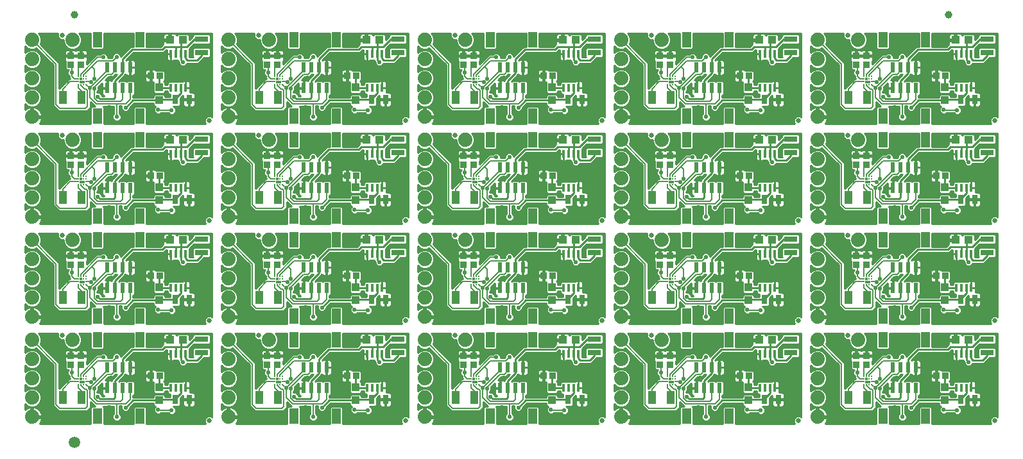
<source format=gtl>
G75*
%MOIN*%
%OFA0B0*%
%FSLAX25Y25*%
%IPPOS*%
%LPD*%
%AMOC8*
5,1,8,0,0,1.08239X$1,22.5*
%
%ADD10R,0.01575X0.04331*%
%ADD11C,0.00866*%
%ADD12R,0.03937X0.07087*%
%ADD13R,0.03937X0.04331*%
%ADD14R,0.03346X0.03543*%
%ADD15R,0.04331X0.03937*%
%ADD16R,0.03150X0.04724*%
%ADD17R,0.07087X0.03150*%
%ADD18R,0.03543X0.03346*%
%ADD19R,0.04724X0.07874*%
%ADD20R,0.02362X0.05315*%
%ADD21C,0.07400*%
%ADD22C,0.02500*%
%ADD23C,0.03937*%
%ADD24C,0.05906*%
%ADD25C,0.01000*%
%ADD26C,0.02200*%
%ADD27C,0.01600*%
%ADD28C,0.00800*%
D10*
X0105911Y0048892D03*
X0108470Y0048892D03*
X0111030Y0048892D03*
X0113589Y0048892D03*
X0113589Y0066608D03*
X0111030Y0066608D03*
X0108470Y0066608D03*
X0105911Y0066608D03*
X0105911Y0100892D03*
X0108470Y0100892D03*
X0111030Y0100892D03*
X0113589Y0100892D03*
X0113589Y0118608D03*
X0111030Y0118608D03*
X0108470Y0118608D03*
X0105911Y0118608D03*
X0105911Y0152892D03*
X0108470Y0152892D03*
X0111030Y0152892D03*
X0113589Y0152892D03*
X0113589Y0170608D03*
X0111030Y0170608D03*
X0108470Y0170608D03*
X0105911Y0170608D03*
X0105911Y0204892D03*
X0108470Y0204892D03*
X0111030Y0204892D03*
X0113589Y0204892D03*
X0113589Y0222608D03*
X0111030Y0222608D03*
X0108470Y0222608D03*
X0105911Y0222608D03*
X0207911Y0222608D03*
X0210470Y0222608D03*
X0213030Y0222608D03*
X0215589Y0222608D03*
X0215589Y0204892D03*
X0213030Y0204892D03*
X0210470Y0204892D03*
X0207911Y0204892D03*
X0207911Y0170608D03*
X0210470Y0170608D03*
X0213030Y0170608D03*
X0215589Y0170608D03*
X0215589Y0152892D03*
X0213030Y0152892D03*
X0210470Y0152892D03*
X0207911Y0152892D03*
X0207911Y0118608D03*
X0210470Y0118608D03*
X0213030Y0118608D03*
X0215589Y0118608D03*
X0215589Y0100892D03*
X0213030Y0100892D03*
X0210470Y0100892D03*
X0207911Y0100892D03*
X0207911Y0066608D03*
X0210470Y0066608D03*
X0213030Y0066608D03*
X0215589Y0066608D03*
X0215589Y0048892D03*
X0213030Y0048892D03*
X0210470Y0048892D03*
X0207911Y0048892D03*
X0309911Y0048892D03*
X0312470Y0048892D03*
X0315030Y0048892D03*
X0317589Y0048892D03*
X0317589Y0066608D03*
X0315030Y0066608D03*
X0312470Y0066608D03*
X0309911Y0066608D03*
X0309911Y0100892D03*
X0312470Y0100892D03*
X0315030Y0100892D03*
X0317589Y0100892D03*
X0317589Y0118608D03*
X0315030Y0118608D03*
X0312470Y0118608D03*
X0309911Y0118608D03*
X0309911Y0152892D03*
X0312470Y0152892D03*
X0315030Y0152892D03*
X0317589Y0152892D03*
X0317589Y0170608D03*
X0315030Y0170608D03*
X0312470Y0170608D03*
X0309911Y0170608D03*
X0309911Y0204892D03*
X0312470Y0204892D03*
X0315030Y0204892D03*
X0317589Y0204892D03*
X0317589Y0222608D03*
X0315030Y0222608D03*
X0312470Y0222608D03*
X0309911Y0222608D03*
X0411911Y0222608D03*
X0414470Y0222608D03*
X0417030Y0222608D03*
X0419589Y0222608D03*
X0419589Y0204892D03*
X0417030Y0204892D03*
X0414470Y0204892D03*
X0411911Y0204892D03*
X0411911Y0170608D03*
X0414470Y0170608D03*
X0417030Y0170608D03*
X0419589Y0170608D03*
X0419589Y0152892D03*
X0417030Y0152892D03*
X0414470Y0152892D03*
X0411911Y0152892D03*
X0411911Y0118608D03*
X0414470Y0118608D03*
X0417030Y0118608D03*
X0419589Y0118608D03*
X0419589Y0100892D03*
X0417030Y0100892D03*
X0414470Y0100892D03*
X0411911Y0100892D03*
X0411911Y0066608D03*
X0414470Y0066608D03*
X0417030Y0066608D03*
X0419589Y0066608D03*
X0419589Y0048892D03*
X0417030Y0048892D03*
X0414470Y0048892D03*
X0411911Y0048892D03*
X0513911Y0048892D03*
X0516470Y0048892D03*
X0519030Y0048892D03*
X0521589Y0048892D03*
X0521589Y0066608D03*
X0519030Y0066608D03*
X0516470Y0066608D03*
X0513911Y0066608D03*
X0513911Y0100892D03*
X0516470Y0100892D03*
X0519030Y0100892D03*
X0521589Y0100892D03*
X0521589Y0118608D03*
X0519030Y0118608D03*
X0516470Y0118608D03*
X0513911Y0118608D03*
X0513911Y0152892D03*
X0516470Y0152892D03*
X0519030Y0152892D03*
X0521589Y0152892D03*
X0521589Y0170608D03*
X0519030Y0170608D03*
X0516470Y0170608D03*
X0513911Y0170608D03*
X0513911Y0204892D03*
X0516470Y0204892D03*
X0519030Y0204892D03*
X0521589Y0204892D03*
X0521589Y0222608D03*
X0519030Y0222608D03*
X0516470Y0222608D03*
X0513911Y0222608D03*
D11*
X0469844Y0210789D03*
X0468467Y0210789D03*
X0468467Y0209411D03*
X0469844Y0209411D03*
X0469844Y0208033D03*
X0468467Y0208033D03*
X0468467Y0206656D03*
X0469844Y0206656D03*
X0467089Y0206656D03*
X0467089Y0208033D03*
X0465711Y0208033D03*
X0465711Y0206656D03*
X0465711Y0209411D03*
X0467089Y0209411D03*
X0467089Y0210789D03*
X0465711Y0210789D03*
X0367844Y0210789D03*
X0366467Y0210789D03*
X0366467Y0209411D03*
X0367844Y0209411D03*
X0367844Y0208033D03*
X0366467Y0208033D03*
X0366467Y0206656D03*
X0367844Y0206656D03*
X0365089Y0206656D03*
X0365089Y0208033D03*
X0363711Y0208033D03*
X0363711Y0206656D03*
X0363711Y0209411D03*
X0365089Y0209411D03*
X0365089Y0210789D03*
X0363711Y0210789D03*
X0265844Y0210789D03*
X0264467Y0210789D03*
X0264467Y0209411D03*
X0265844Y0209411D03*
X0265844Y0208033D03*
X0264467Y0208033D03*
X0264467Y0206656D03*
X0265844Y0206656D03*
X0263089Y0206656D03*
X0263089Y0208033D03*
X0261711Y0208033D03*
X0261711Y0206656D03*
X0261711Y0209411D03*
X0263089Y0209411D03*
X0263089Y0210789D03*
X0261711Y0210789D03*
X0163844Y0210789D03*
X0162467Y0210789D03*
X0162467Y0209411D03*
X0163844Y0209411D03*
X0163844Y0208033D03*
X0162467Y0208033D03*
X0162467Y0206656D03*
X0163844Y0206656D03*
X0161089Y0206656D03*
X0161089Y0208033D03*
X0159711Y0208033D03*
X0159711Y0206656D03*
X0159711Y0209411D03*
X0161089Y0209411D03*
X0161089Y0210789D03*
X0159711Y0210789D03*
X0061844Y0210789D03*
X0060467Y0210789D03*
X0060467Y0209411D03*
X0061844Y0209411D03*
X0061844Y0208033D03*
X0060467Y0208033D03*
X0060467Y0206656D03*
X0061844Y0206656D03*
X0059089Y0206656D03*
X0059089Y0208033D03*
X0057711Y0208033D03*
X0057711Y0206656D03*
X0057711Y0209411D03*
X0059089Y0209411D03*
X0059089Y0210789D03*
X0057711Y0210789D03*
X0057711Y0158789D03*
X0059089Y0158789D03*
X0060467Y0158789D03*
X0061844Y0158789D03*
X0061844Y0157411D03*
X0060467Y0157411D03*
X0060467Y0156033D03*
X0061844Y0156033D03*
X0061844Y0154656D03*
X0060467Y0154656D03*
X0059089Y0154656D03*
X0059089Y0156033D03*
X0057711Y0156033D03*
X0057711Y0154656D03*
X0057711Y0157411D03*
X0059089Y0157411D03*
X0159711Y0157411D03*
X0159711Y0156033D03*
X0159711Y0154656D03*
X0161089Y0154656D03*
X0161089Y0156033D03*
X0162467Y0156033D03*
X0163844Y0156033D03*
X0163844Y0154656D03*
X0162467Y0154656D03*
X0162467Y0157411D03*
X0163844Y0157411D03*
X0163844Y0158789D03*
X0162467Y0158789D03*
X0161089Y0158789D03*
X0161089Y0157411D03*
X0159711Y0158789D03*
X0261711Y0158789D03*
X0261711Y0157411D03*
X0261711Y0156033D03*
X0261711Y0154656D03*
X0263089Y0154656D03*
X0263089Y0156033D03*
X0264467Y0156033D03*
X0265844Y0156033D03*
X0265844Y0154656D03*
X0264467Y0154656D03*
X0264467Y0157411D03*
X0265844Y0157411D03*
X0265844Y0158789D03*
X0264467Y0158789D03*
X0263089Y0158789D03*
X0263089Y0157411D03*
X0363711Y0157411D03*
X0363711Y0156033D03*
X0363711Y0154656D03*
X0365089Y0154656D03*
X0365089Y0156033D03*
X0366467Y0156033D03*
X0367844Y0156033D03*
X0367844Y0154656D03*
X0366467Y0154656D03*
X0366467Y0157411D03*
X0367844Y0157411D03*
X0367844Y0158789D03*
X0366467Y0158789D03*
X0365089Y0158789D03*
X0365089Y0157411D03*
X0363711Y0158789D03*
X0465711Y0158789D03*
X0465711Y0157411D03*
X0465711Y0156033D03*
X0465711Y0154656D03*
X0467089Y0154656D03*
X0467089Y0156033D03*
X0468467Y0156033D03*
X0469844Y0156033D03*
X0469844Y0154656D03*
X0468467Y0154656D03*
X0468467Y0157411D03*
X0469844Y0157411D03*
X0469844Y0158789D03*
X0468467Y0158789D03*
X0467089Y0158789D03*
X0467089Y0157411D03*
X0467089Y0106789D03*
X0468467Y0106789D03*
X0469844Y0106789D03*
X0469844Y0105411D03*
X0468467Y0105411D03*
X0468467Y0104033D03*
X0469844Y0104033D03*
X0469844Y0102656D03*
X0468467Y0102656D03*
X0467089Y0102656D03*
X0467089Y0104033D03*
X0465711Y0104033D03*
X0465711Y0102656D03*
X0465711Y0105411D03*
X0467089Y0105411D03*
X0465711Y0106789D03*
X0367844Y0106789D03*
X0366467Y0106789D03*
X0366467Y0105411D03*
X0367844Y0105411D03*
X0367844Y0104033D03*
X0366467Y0104033D03*
X0366467Y0102656D03*
X0367844Y0102656D03*
X0365089Y0102656D03*
X0365089Y0104033D03*
X0363711Y0104033D03*
X0363711Y0102656D03*
X0363711Y0105411D03*
X0365089Y0105411D03*
X0365089Y0106789D03*
X0363711Y0106789D03*
X0265844Y0106789D03*
X0264467Y0106789D03*
X0264467Y0105411D03*
X0265844Y0105411D03*
X0265844Y0104033D03*
X0264467Y0104033D03*
X0264467Y0102656D03*
X0265844Y0102656D03*
X0263089Y0102656D03*
X0263089Y0104033D03*
X0261711Y0104033D03*
X0261711Y0102656D03*
X0261711Y0105411D03*
X0263089Y0105411D03*
X0263089Y0106789D03*
X0261711Y0106789D03*
X0163844Y0106789D03*
X0162467Y0106789D03*
X0162467Y0105411D03*
X0163844Y0105411D03*
X0163844Y0104033D03*
X0162467Y0104033D03*
X0162467Y0102656D03*
X0163844Y0102656D03*
X0161089Y0102656D03*
X0161089Y0104033D03*
X0159711Y0104033D03*
X0159711Y0102656D03*
X0159711Y0105411D03*
X0161089Y0105411D03*
X0161089Y0106789D03*
X0159711Y0106789D03*
X0061844Y0106789D03*
X0060467Y0106789D03*
X0060467Y0105411D03*
X0061844Y0105411D03*
X0061844Y0104033D03*
X0060467Y0104033D03*
X0060467Y0102656D03*
X0061844Y0102656D03*
X0059089Y0102656D03*
X0059089Y0104033D03*
X0057711Y0104033D03*
X0057711Y0102656D03*
X0057711Y0105411D03*
X0059089Y0105411D03*
X0059089Y0106789D03*
X0057711Y0106789D03*
X0057711Y0054789D03*
X0059089Y0054789D03*
X0060467Y0054789D03*
X0061844Y0054789D03*
X0061844Y0053411D03*
X0060467Y0053411D03*
X0060467Y0052033D03*
X0061844Y0052033D03*
X0061844Y0050656D03*
X0060467Y0050656D03*
X0059089Y0050656D03*
X0059089Y0052033D03*
X0057711Y0052033D03*
X0057711Y0050656D03*
X0057711Y0053411D03*
X0059089Y0053411D03*
X0159711Y0053411D03*
X0159711Y0052033D03*
X0159711Y0050656D03*
X0161089Y0050656D03*
X0161089Y0052033D03*
X0162467Y0052033D03*
X0163844Y0052033D03*
X0163844Y0050656D03*
X0162467Y0050656D03*
X0162467Y0053411D03*
X0163844Y0053411D03*
X0163844Y0054789D03*
X0162467Y0054789D03*
X0161089Y0054789D03*
X0161089Y0053411D03*
X0159711Y0054789D03*
X0261711Y0054789D03*
X0261711Y0053411D03*
X0261711Y0052033D03*
X0261711Y0050656D03*
X0263089Y0050656D03*
X0263089Y0052033D03*
X0264467Y0052033D03*
X0265844Y0052033D03*
X0265844Y0050656D03*
X0264467Y0050656D03*
X0264467Y0053411D03*
X0265844Y0053411D03*
X0265844Y0054789D03*
X0264467Y0054789D03*
X0263089Y0054789D03*
X0263089Y0053411D03*
X0363711Y0053411D03*
X0363711Y0052033D03*
X0363711Y0050656D03*
X0365089Y0050656D03*
X0365089Y0052033D03*
X0366467Y0052033D03*
X0367844Y0052033D03*
X0367844Y0050656D03*
X0366467Y0050656D03*
X0366467Y0053411D03*
X0367844Y0053411D03*
X0367844Y0054789D03*
X0366467Y0054789D03*
X0365089Y0054789D03*
X0365089Y0053411D03*
X0363711Y0054789D03*
X0465711Y0054789D03*
X0465711Y0053411D03*
X0465711Y0052033D03*
X0465711Y0050656D03*
X0467089Y0050656D03*
X0467089Y0052033D03*
X0468467Y0052033D03*
X0469844Y0052033D03*
X0469844Y0050656D03*
X0468467Y0050656D03*
X0468467Y0053411D03*
X0469844Y0053411D03*
X0469844Y0054789D03*
X0468467Y0054789D03*
X0467089Y0054789D03*
X0467089Y0053411D03*
D12*
X0467571Y0043750D03*
X0457729Y0043750D03*
X0365571Y0043750D03*
X0355729Y0043750D03*
X0263571Y0043750D03*
X0253729Y0043750D03*
X0161571Y0043750D03*
X0151729Y0043750D03*
X0059571Y0043750D03*
X0049729Y0043750D03*
X0049729Y0095750D03*
X0059571Y0095750D03*
X0151729Y0095750D03*
X0161571Y0095750D03*
X0253729Y0095750D03*
X0263571Y0095750D03*
X0355729Y0095750D03*
X0365571Y0095750D03*
X0457729Y0095750D03*
X0467571Y0095750D03*
X0467571Y0147750D03*
X0457729Y0147750D03*
X0365571Y0147750D03*
X0355729Y0147750D03*
X0263571Y0147750D03*
X0253729Y0147750D03*
X0161571Y0147750D03*
X0151729Y0147750D03*
X0059571Y0147750D03*
X0049729Y0147750D03*
X0049729Y0199750D03*
X0059571Y0199750D03*
X0151729Y0199750D03*
X0161571Y0199750D03*
X0253729Y0199750D03*
X0263571Y0199750D03*
X0355729Y0199750D03*
X0365571Y0199750D03*
X0457729Y0199750D03*
X0467571Y0199750D03*
D13*
X0507750Y0198404D03*
X0507750Y0205096D03*
X0405750Y0205096D03*
X0405750Y0198404D03*
X0405750Y0153096D03*
X0405750Y0146404D03*
X0405750Y0101096D03*
X0405750Y0094404D03*
X0405750Y0049096D03*
X0405750Y0042404D03*
X0303750Y0042404D03*
X0303750Y0049096D03*
X0303750Y0094404D03*
X0303750Y0101096D03*
X0303750Y0146404D03*
X0303750Y0153096D03*
X0303750Y0198404D03*
X0303750Y0205096D03*
X0201750Y0205096D03*
X0201750Y0198404D03*
X0201750Y0153096D03*
X0201750Y0146404D03*
X0201750Y0101096D03*
X0201750Y0094404D03*
X0201750Y0049096D03*
X0201750Y0042404D03*
X0099750Y0042404D03*
X0099750Y0049096D03*
X0099750Y0094404D03*
X0099750Y0101096D03*
X0099750Y0146404D03*
X0099750Y0153096D03*
X0099750Y0198404D03*
X0099750Y0205096D03*
X0507750Y0153096D03*
X0507750Y0146404D03*
X0507750Y0101096D03*
X0507750Y0094404D03*
X0507750Y0049096D03*
X0507750Y0042404D03*
D14*
X0508053Y0055090D03*
X0503487Y0055090D03*
X0406053Y0055090D03*
X0401487Y0055090D03*
X0304053Y0055090D03*
X0299487Y0055090D03*
X0202053Y0055090D03*
X0197487Y0055090D03*
X0100053Y0055090D03*
X0095487Y0055090D03*
X0095487Y0107090D03*
X0100053Y0107090D03*
X0197487Y0107090D03*
X0202053Y0107090D03*
X0299487Y0107090D03*
X0304053Y0107090D03*
X0401487Y0107090D03*
X0406053Y0107090D03*
X0503487Y0107090D03*
X0508053Y0107090D03*
X0508053Y0159090D03*
X0503487Y0159090D03*
X0406053Y0159090D03*
X0401487Y0159090D03*
X0304053Y0159090D03*
X0299487Y0159090D03*
X0202053Y0159090D03*
X0197487Y0159090D03*
X0100053Y0159090D03*
X0095487Y0159090D03*
X0095487Y0211090D03*
X0100053Y0211090D03*
X0197487Y0211090D03*
X0202053Y0211090D03*
X0299487Y0211090D03*
X0304053Y0211090D03*
X0401487Y0211090D03*
X0406053Y0211090D03*
X0503487Y0211090D03*
X0508053Y0211090D03*
D15*
X0513404Y0229750D03*
X0520096Y0229750D03*
X0418096Y0229750D03*
X0411404Y0229750D03*
X0316096Y0229750D03*
X0309404Y0229750D03*
X0214096Y0229750D03*
X0207404Y0229750D03*
X0112096Y0229750D03*
X0105404Y0229750D03*
X0105404Y0177750D03*
X0112096Y0177750D03*
X0207404Y0177750D03*
X0214096Y0177750D03*
X0309404Y0177750D03*
X0316096Y0177750D03*
X0411404Y0177750D03*
X0418096Y0177750D03*
X0513404Y0177750D03*
X0520096Y0177750D03*
X0520096Y0125750D03*
X0513404Y0125750D03*
X0418096Y0125750D03*
X0411404Y0125750D03*
X0316096Y0125750D03*
X0309404Y0125750D03*
X0214096Y0125750D03*
X0207404Y0125750D03*
X0112096Y0125750D03*
X0105404Y0125750D03*
X0105404Y0073750D03*
X0112096Y0073750D03*
X0207404Y0073750D03*
X0214096Y0073750D03*
X0309404Y0073750D03*
X0316096Y0073750D03*
X0411404Y0073750D03*
X0418096Y0073750D03*
X0513404Y0073750D03*
X0520096Y0073750D03*
D16*
X0523293Y0094750D03*
X0516207Y0094750D03*
X0421293Y0094750D03*
X0414207Y0094750D03*
X0319293Y0094750D03*
X0312207Y0094750D03*
X0217293Y0094750D03*
X0210207Y0094750D03*
X0115293Y0094750D03*
X0108207Y0094750D03*
X0108207Y0042750D03*
X0115293Y0042750D03*
X0210207Y0042750D03*
X0217293Y0042750D03*
X0312207Y0042750D03*
X0319293Y0042750D03*
X0414207Y0042750D03*
X0421293Y0042750D03*
X0516207Y0042750D03*
X0523293Y0042750D03*
X0523293Y0146750D03*
X0516207Y0146750D03*
X0421293Y0146750D03*
X0414207Y0146750D03*
X0319293Y0146750D03*
X0312207Y0146750D03*
X0217293Y0146750D03*
X0210207Y0146750D03*
X0115293Y0146750D03*
X0108207Y0146750D03*
X0108207Y0198750D03*
X0115293Y0198750D03*
X0210207Y0198750D03*
X0217293Y0198750D03*
X0312207Y0198750D03*
X0319293Y0198750D03*
X0414207Y0198750D03*
X0421293Y0198750D03*
X0516207Y0198750D03*
X0523293Y0198750D03*
D17*
X0529750Y0178293D03*
X0529750Y0171207D03*
X0529750Y0126293D03*
X0529750Y0119207D03*
X0529750Y0074293D03*
X0529750Y0067207D03*
X0427750Y0067207D03*
X0427750Y0074293D03*
X0427750Y0119207D03*
X0427750Y0126293D03*
X0427750Y0171207D03*
X0427750Y0178293D03*
X0427750Y0223207D03*
X0427750Y0230293D03*
X0325750Y0230293D03*
X0325750Y0223207D03*
X0325750Y0178293D03*
X0325750Y0171207D03*
X0325750Y0126293D03*
X0325750Y0119207D03*
X0325750Y0074293D03*
X0325750Y0067207D03*
X0223750Y0067207D03*
X0223750Y0074293D03*
X0223750Y0119207D03*
X0223750Y0126293D03*
X0223750Y0171207D03*
X0223750Y0178293D03*
X0223750Y0223207D03*
X0223750Y0230293D03*
X0121750Y0230293D03*
X0121750Y0223207D03*
X0121750Y0178293D03*
X0121750Y0171207D03*
X0121750Y0126293D03*
X0121750Y0119207D03*
X0121750Y0074293D03*
X0121750Y0067207D03*
X0529750Y0223207D03*
X0529750Y0230293D03*
D18*
X0467250Y0221433D03*
X0461870Y0221453D03*
X0461870Y0216887D03*
X0467250Y0216867D03*
X0467250Y0169433D03*
X0467250Y0164867D03*
X0461870Y0164887D03*
X0461870Y0169453D03*
X0365250Y0169433D03*
X0365250Y0164867D03*
X0359870Y0164887D03*
X0359870Y0169453D03*
X0263250Y0169433D03*
X0263250Y0164867D03*
X0257870Y0164887D03*
X0257870Y0169453D03*
X0161250Y0169433D03*
X0161250Y0164867D03*
X0155870Y0164887D03*
X0155870Y0169453D03*
X0059250Y0169433D03*
X0059250Y0164867D03*
X0053870Y0164887D03*
X0053870Y0169453D03*
X0053870Y0216887D03*
X0059250Y0216867D03*
X0059250Y0221433D03*
X0053870Y0221453D03*
X0155870Y0221453D03*
X0161250Y0221433D03*
X0161250Y0216867D03*
X0155870Y0216887D03*
X0257870Y0216887D03*
X0263250Y0216867D03*
X0263250Y0221433D03*
X0257870Y0221453D03*
X0359870Y0221453D03*
X0365250Y0221433D03*
X0365250Y0216867D03*
X0359870Y0216887D03*
X0359870Y0117453D03*
X0359870Y0112887D03*
X0365250Y0112867D03*
X0365250Y0117433D03*
X0461870Y0117453D03*
X0461870Y0112887D03*
X0467250Y0112867D03*
X0467250Y0117433D03*
X0467250Y0065433D03*
X0467250Y0060867D03*
X0461870Y0060887D03*
X0461870Y0065453D03*
X0365250Y0065433D03*
X0365250Y0060867D03*
X0359870Y0060887D03*
X0359870Y0065453D03*
X0263250Y0065433D03*
X0263250Y0060867D03*
X0257870Y0060887D03*
X0257870Y0065453D03*
X0161250Y0065433D03*
X0161250Y0060867D03*
X0155870Y0060887D03*
X0155870Y0065453D03*
X0059250Y0065433D03*
X0059250Y0060867D03*
X0053870Y0060887D03*
X0053870Y0065453D03*
X0053870Y0112887D03*
X0053870Y0117453D03*
X0059250Y0117433D03*
X0059250Y0112867D03*
X0155870Y0112887D03*
X0155870Y0117453D03*
X0161250Y0117433D03*
X0161250Y0112867D03*
X0257870Y0112887D03*
X0257870Y0117453D03*
X0263250Y0117433D03*
X0263250Y0112867D03*
D19*
X0271726Y0125919D03*
X0293774Y0125919D03*
X0293774Y0138281D03*
X0271726Y0138281D03*
X0271726Y0177919D03*
X0293774Y0177919D03*
X0293774Y0190281D03*
X0271726Y0190281D03*
X0271726Y0229919D03*
X0293774Y0229919D03*
X0373726Y0229919D03*
X0395774Y0229919D03*
X0395774Y0190281D03*
X0373726Y0190281D03*
X0373726Y0177919D03*
X0395774Y0177919D03*
X0395774Y0138281D03*
X0373726Y0138281D03*
X0373726Y0125919D03*
X0395774Y0125919D03*
X0395774Y0086281D03*
X0373726Y0086281D03*
X0373726Y0073919D03*
X0395774Y0073919D03*
X0395774Y0034281D03*
X0373726Y0034281D03*
X0293774Y0034281D03*
X0271726Y0034281D03*
X0271726Y0073919D03*
X0293774Y0073919D03*
X0293774Y0086281D03*
X0271726Y0086281D03*
X0191774Y0086281D03*
X0169726Y0086281D03*
X0169726Y0073919D03*
X0191774Y0073919D03*
X0191774Y0034281D03*
X0169726Y0034281D03*
X0089774Y0034281D03*
X0067726Y0034281D03*
X0067726Y0073919D03*
X0067726Y0086281D03*
X0089774Y0086281D03*
X0089774Y0073919D03*
X0089774Y0125919D03*
X0089774Y0138281D03*
X0067726Y0138281D03*
X0067726Y0125919D03*
X0169726Y0125919D03*
X0191774Y0125919D03*
X0191774Y0138281D03*
X0169726Y0138281D03*
X0169726Y0177919D03*
X0191774Y0177919D03*
X0191774Y0190281D03*
X0169726Y0190281D03*
X0089774Y0190281D03*
X0089774Y0177919D03*
X0067726Y0177919D03*
X0067726Y0190281D03*
X0067726Y0229919D03*
X0089774Y0229919D03*
X0169726Y0229919D03*
X0191774Y0229919D03*
X0475726Y0229919D03*
X0497774Y0229919D03*
X0497774Y0190281D03*
X0475726Y0190281D03*
X0475726Y0177919D03*
X0497774Y0177919D03*
X0497774Y0138281D03*
X0475726Y0138281D03*
X0475726Y0125919D03*
X0497774Y0125919D03*
X0497774Y0086281D03*
X0475726Y0086281D03*
X0475726Y0073919D03*
X0497774Y0073919D03*
X0497774Y0034281D03*
X0475726Y0034281D03*
D20*
X0480844Y0048750D03*
X0484781Y0048750D03*
X0488719Y0048750D03*
X0492656Y0048750D03*
X0492656Y0059450D03*
X0488719Y0059450D03*
X0484781Y0059450D03*
X0480844Y0059450D03*
X0480844Y0100750D03*
X0484781Y0100750D03*
X0488719Y0100750D03*
X0492656Y0100750D03*
X0492656Y0111450D03*
X0488719Y0111450D03*
X0484781Y0111450D03*
X0480844Y0111450D03*
X0480844Y0152750D03*
X0484781Y0152750D03*
X0488719Y0152750D03*
X0492656Y0152750D03*
X0492656Y0163450D03*
X0488719Y0163450D03*
X0484781Y0163450D03*
X0480844Y0163450D03*
X0480844Y0204750D03*
X0484781Y0204750D03*
X0488719Y0204750D03*
X0492656Y0204750D03*
X0492656Y0215450D03*
X0488719Y0215450D03*
X0484781Y0215450D03*
X0480844Y0215450D03*
X0390656Y0215450D03*
X0386719Y0215450D03*
X0382781Y0215450D03*
X0378844Y0215450D03*
X0378844Y0204750D03*
X0382781Y0204750D03*
X0386719Y0204750D03*
X0390656Y0204750D03*
X0390656Y0163450D03*
X0386719Y0163450D03*
X0382781Y0163450D03*
X0378844Y0163450D03*
X0378844Y0152750D03*
X0382781Y0152750D03*
X0386719Y0152750D03*
X0390656Y0152750D03*
X0390656Y0111450D03*
X0386719Y0111450D03*
X0382781Y0111450D03*
X0378844Y0111450D03*
X0378844Y0100750D03*
X0382781Y0100750D03*
X0386719Y0100750D03*
X0390656Y0100750D03*
X0390656Y0059450D03*
X0386719Y0059450D03*
X0382781Y0059450D03*
X0378844Y0059450D03*
X0378844Y0048750D03*
X0382781Y0048750D03*
X0386719Y0048750D03*
X0390656Y0048750D03*
X0288656Y0048750D03*
X0284719Y0048750D03*
X0280781Y0048750D03*
X0276844Y0048750D03*
X0276844Y0059450D03*
X0280781Y0059450D03*
X0284719Y0059450D03*
X0288656Y0059450D03*
X0288656Y0100750D03*
X0284719Y0100750D03*
X0280781Y0100750D03*
X0276844Y0100750D03*
X0276844Y0111450D03*
X0280781Y0111450D03*
X0284719Y0111450D03*
X0288656Y0111450D03*
X0288656Y0152750D03*
X0284719Y0152750D03*
X0280781Y0152750D03*
X0276844Y0152750D03*
X0276844Y0163450D03*
X0280781Y0163450D03*
X0284719Y0163450D03*
X0288656Y0163450D03*
X0288656Y0204750D03*
X0284719Y0204750D03*
X0280781Y0204750D03*
X0276844Y0204750D03*
X0276844Y0215450D03*
X0280781Y0215450D03*
X0284719Y0215450D03*
X0288656Y0215450D03*
X0186656Y0215450D03*
X0182719Y0215450D03*
X0178781Y0215450D03*
X0174844Y0215450D03*
X0174844Y0204750D03*
X0178781Y0204750D03*
X0182719Y0204750D03*
X0186656Y0204750D03*
X0186656Y0163450D03*
X0182719Y0163450D03*
X0178781Y0163450D03*
X0174844Y0163450D03*
X0174844Y0152750D03*
X0178781Y0152750D03*
X0182719Y0152750D03*
X0186656Y0152750D03*
X0186656Y0111450D03*
X0182719Y0111450D03*
X0178781Y0111450D03*
X0174844Y0111450D03*
X0174844Y0100750D03*
X0178781Y0100750D03*
X0182719Y0100750D03*
X0186656Y0100750D03*
X0186656Y0059450D03*
X0182719Y0059450D03*
X0178781Y0059450D03*
X0174844Y0059450D03*
X0174844Y0048750D03*
X0178781Y0048750D03*
X0182719Y0048750D03*
X0186656Y0048750D03*
X0084656Y0048750D03*
X0080719Y0048750D03*
X0076781Y0048750D03*
X0072844Y0048750D03*
X0072844Y0059450D03*
X0076781Y0059450D03*
X0080719Y0059450D03*
X0084656Y0059450D03*
X0084656Y0100750D03*
X0080719Y0100750D03*
X0076781Y0100750D03*
X0072844Y0100750D03*
X0072844Y0111450D03*
X0076781Y0111450D03*
X0080719Y0111450D03*
X0084656Y0111450D03*
X0084656Y0152750D03*
X0080719Y0152750D03*
X0076781Y0152750D03*
X0072844Y0152750D03*
X0072844Y0163450D03*
X0076781Y0163450D03*
X0080719Y0163450D03*
X0084656Y0163450D03*
X0084656Y0204750D03*
X0080719Y0204750D03*
X0076781Y0204750D03*
X0072844Y0204750D03*
X0072844Y0215450D03*
X0076781Y0215450D03*
X0080719Y0215450D03*
X0084656Y0215450D03*
D21*
X0054750Y0229750D03*
X0033750Y0229750D03*
X0033750Y0219750D03*
X0033750Y0209750D03*
X0033750Y0199750D03*
X0033750Y0189750D03*
X0033750Y0177750D03*
X0033750Y0167750D03*
X0033750Y0157750D03*
X0033750Y0147750D03*
X0033750Y0137750D03*
X0033750Y0125750D03*
X0033750Y0115750D03*
X0054750Y0125750D03*
X0033750Y0105750D03*
X0033750Y0095750D03*
X0033750Y0085750D03*
X0033750Y0073750D03*
X0033750Y0063750D03*
X0054750Y0073750D03*
X0033750Y0053750D03*
X0033750Y0043750D03*
X0033750Y0033750D03*
X0135750Y0033750D03*
X0135750Y0043750D03*
X0135750Y0053750D03*
X0135750Y0063750D03*
X0135750Y0073750D03*
X0156750Y0073750D03*
X0135750Y0085750D03*
X0135750Y0095750D03*
X0135750Y0105750D03*
X0135750Y0115750D03*
X0135750Y0125750D03*
X0156750Y0125750D03*
X0135750Y0137750D03*
X0135750Y0147750D03*
X0135750Y0157750D03*
X0135750Y0167750D03*
X0135750Y0177750D03*
X0156750Y0177750D03*
X0135750Y0189750D03*
X0135750Y0199750D03*
X0135750Y0209750D03*
X0135750Y0219750D03*
X0135750Y0229750D03*
X0156750Y0229750D03*
X0237750Y0229750D03*
X0237750Y0219750D03*
X0237750Y0209750D03*
X0237750Y0199750D03*
X0237750Y0189750D03*
X0237750Y0177750D03*
X0237750Y0167750D03*
X0237750Y0157750D03*
X0237750Y0147750D03*
X0237750Y0137750D03*
X0237750Y0125750D03*
X0237750Y0115750D03*
X0258750Y0125750D03*
X0237750Y0105750D03*
X0237750Y0095750D03*
X0237750Y0085750D03*
X0237750Y0073750D03*
X0237750Y0063750D03*
X0258750Y0073750D03*
X0237750Y0053750D03*
X0237750Y0043750D03*
X0237750Y0033750D03*
X0339750Y0033750D03*
X0339750Y0043750D03*
X0339750Y0053750D03*
X0339750Y0063750D03*
X0339750Y0073750D03*
X0360750Y0073750D03*
X0339750Y0085750D03*
X0339750Y0095750D03*
X0339750Y0105750D03*
X0339750Y0115750D03*
X0339750Y0125750D03*
X0360750Y0125750D03*
X0339750Y0137750D03*
X0339750Y0147750D03*
X0339750Y0157750D03*
X0339750Y0167750D03*
X0339750Y0177750D03*
X0360750Y0177750D03*
X0339750Y0189750D03*
X0339750Y0199750D03*
X0339750Y0209750D03*
X0339750Y0219750D03*
X0339750Y0229750D03*
X0360750Y0229750D03*
X0441750Y0229750D03*
X0441750Y0219750D03*
X0441750Y0209750D03*
X0441750Y0199750D03*
X0441750Y0189750D03*
X0441750Y0177750D03*
X0441750Y0167750D03*
X0441750Y0157750D03*
X0441750Y0147750D03*
X0441750Y0137750D03*
X0441750Y0125750D03*
X0441750Y0115750D03*
X0462750Y0125750D03*
X0441750Y0105750D03*
X0441750Y0095750D03*
X0441750Y0085750D03*
X0441750Y0073750D03*
X0441750Y0063750D03*
X0462750Y0073750D03*
X0441750Y0053750D03*
X0441750Y0043750D03*
X0441750Y0033750D03*
X0462750Y0177750D03*
X0462750Y0229750D03*
X0258750Y0229750D03*
X0258750Y0177750D03*
X0054750Y0177750D03*
D22*
X0049480Y0180320D03*
X0125750Y0187750D03*
X0151480Y0180320D03*
X0227750Y0187750D03*
X0253480Y0180320D03*
X0329750Y0187750D03*
X0355480Y0180320D03*
X0431750Y0187750D03*
X0457480Y0180320D03*
X0533750Y0187750D03*
X0457480Y0232320D03*
X0355480Y0232320D03*
X0253480Y0232320D03*
X0151480Y0232320D03*
X0049480Y0232320D03*
X0125750Y0135750D03*
X0151480Y0128320D03*
X0227750Y0135750D03*
X0253480Y0128320D03*
X0329750Y0135750D03*
X0355480Y0128320D03*
X0431750Y0135750D03*
X0457480Y0128320D03*
X0533750Y0135750D03*
X0533750Y0083750D03*
X0457480Y0076320D03*
X0431750Y0083750D03*
X0355480Y0076320D03*
X0329750Y0083750D03*
X0253480Y0076320D03*
X0227750Y0083750D03*
X0151480Y0076320D03*
X0125750Y0083750D03*
X0049480Y0076320D03*
X0125750Y0031750D03*
X0227750Y0031750D03*
X0329750Y0031750D03*
X0431750Y0031750D03*
X0533750Y0031750D03*
X0049480Y0128320D03*
D23*
X0055750Y0243000D03*
X0509750Y0243000D03*
D24*
X0055750Y0020500D03*
D25*
X0064264Y0030250D02*
X0037604Y0030250D01*
X0037716Y0030362D01*
X0038197Y0031025D01*
X0038569Y0031754D01*
X0038822Y0032532D01*
X0038936Y0033250D01*
X0034250Y0033250D01*
X0034250Y0034250D01*
X0033250Y0034250D01*
X0033250Y0038936D01*
X0032532Y0038822D01*
X0031754Y0038569D01*
X0031025Y0038197D01*
X0030362Y0037716D01*
X0030250Y0037604D01*
X0030250Y0040462D01*
X0031031Y0039681D01*
X0032795Y0038950D01*
X0034705Y0038950D01*
X0036469Y0039681D01*
X0037819Y0041031D01*
X0038550Y0042795D01*
X0038550Y0044705D01*
X0037819Y0046469D01*
X0036469Y0047819D01*
X0034705Y0048550D01*
X0032795Y0048550D01*
X0031031Y0047819D01*
X0030250Y0047038D01*
X0030250Y0050462D01*
X0031031Y0049681D01*
X0032795Y0048950D01*
X0034705Y0048950D01*
X0036469Y0049681D01*
X0037819Y0051031D01*
X0038550Y0052795D01*
X0038550Y0054705D01*
X0037819Y0056469D01*
X0036469Y0057819D01*
X0034705Y0058550D01*
X0032795Y0058550D01*
X0031031Y0057819D01*
X0030250Y0057038D01*
X0030250Y0060462D01*
X0031031Y0059681D01*
X0032795Y0058950D01*
X0034705Y0058950D01*
X0036469Y0059681D01*
X0037819Y0061031D01*
X0038550Y0062795D01*
X0038550Y0064705D01*
X0037819Y0066469D01*
X0036469Y0067819D01*
X0034705Y0068550D01*
X0032795Y0068550D01*
X0031031Y0067819D01*
X0030250Y0067038D01*
X0030250Y0070462D01*
X0031031Y0069681D01*
X0032795Y0068950D01*
X0034705Y0068950D01*
X0035924Y0069455D01*
X0044650Y0060729D01*
X0044650Y0039729D01*
X0045529Y0038850D01*
X0047629Y0036750D01*
X0062171Y0036750D01*
X0063950Y0038529D01*
X0063950Y0041669D01*
X0065690Y0039929D01*
X0065690Y0039929D01*
X0066300Y0039318D01*
X0064909Y0039318D01*
X0064264Y0038674D01*
X0064264Y0030250D01*
X0064264Y0030747D02*
X0037996Y0030747D01*
X0038565Y0031746D02*
X0064264Y0031746D01*
X0064264Y0032744D02*
X0038855Y0032744D01*
X0038936Y0034250D02*
X0034250Y0034250D01*
X0034250Y0038936D01*
X0034968Y0038822D01*
X0035746Y0038569D01*
X0036475Y0038197D01*
X0037138Y0037716D01*
X0037716Y0037138D01*
X0038197Y0036475D01*
X0038569Y0035746D01*
X0038822Y0034968D01*
X0038936Y0034250D01*
X0038858Y0034741D02*
X0064264Y0034741D01*
X0064264Y0033743D02*
X0034250Y0033743D01*
X0034250Y0034741D02*
X0033250Y0034741D01*
X0033250Y0035740D02*
X0034250Y0035740D01*
X0034250Y0036738D02*
X0033250Y0036738D01*
X0033250Y0037737D02*
X0034250Y0037737D01*
X0034250Y0038735D02*
X0033250Y0038735D01*
X0032265Y0038735D02*
X0030250Y0038735D01*
X0030250Y0037737D02*
X0030390Y0037737D01*
X0030250Y0039734D02*
X0030978Y0039734D01*
X0035235Y0038735D02*
X0045644Y0038735D01*
X0044650Y0039734D02*
X0036522Y0039734D01*
X0037520Y0040732D02*
X0044650Y0040732D01*
X0044650Y0041731D02*
X0038109Y0041731D01*
X0038523Y0042729D02*
X0044650Y0042729D01*
X0044650Y0043728D02*
X0038550Y0043728D01*
X0038541Y0044726D02*
X0044650Y0044726D01*
X0044650Y0045725D02*
X0038128Y0045725D01*
X0037565Y0046723D02*
X0044650Y0046723D01*
X0044650Y0047722D02*
X0036566Y0047722D01*
X0036507Y0049719D02*
X0044650Y0049719D01*
X0044650Y0050717D02*
X0037505Y0050717D01*
X0038103Y0051716D02*
X0044650Y0051716D01*
X0044650Y0052714D02*
X0038516Y0052714D01*
X0038550Y0053713D02*
X0044650Y0053713D01*
X0044650Y0054711D02*
X0038547Y0054711D01*
X0038134Y0055710D02*
X0044650Y0055710D01*
X0044650Y0056708D02*
X0037580Y0056708D01*
X0036581Y0057707D02*
X0044650Y0057707D01*
X0044650Y0058705D02*
X0030250Y0058705D01*
X0030250Y0057707D02*
X0030919Y0057707D01*
X0031008Y0059704D02*
X0030250Y0059704D01*
X0036492Y0059704D02*
X0044650Y0059704D01*
X0044650Y0060702D02*
X0037491Y0060702D01*
X0038097Y0061701D02*
X0043678Y0061701D01*
X0042679Y0062699D02*
X0038510Y0062699D01*
X0038550Y0063698D02*
X0041681Y0063698D01*
X0040682Y0064696D02*
X0038550Y0064696D01*
X0038140Y0065695D02*
X0039684Y0065695D01*
X0038685Y0066693D02*
X0037595Y0066693D01*
X0037687Y0067692D02*
X0036596Y0067692D01*
X0036688Y0068690D02*
X0030250Y0068690D01*
X0030250Y0067692D02*
X0030904Y0067692D01*
X0031023Y0069689D02*
X0030250Y0069689D01*
X0038045Y0071576D02*
X0046771Y0062850D01*
X0047650Y0061971D01*
X0047650Y0048393D01*
X0048229Y0048393D01*
X0048229Y0048950D01*
X0049107Y0049829D01*
X0051933Y0052655D01*
X0052812Y0053533D01*
X0053545Y0053533D01*
X0052950Y0054129D01*
X0052950Y0055139D01*
X0052250Y0055839D01*
X0052250Y0057661D01*
X0052702Y0058113D01*
X0051643Y0058113D01*
X0050998Y0058758D01*
X0050998Y0062759D01*
X0050898Y0062859D01*
X0050701Y0063201D01*
X0050598Y0063583D01*
X0050598Y0065117D01*
X0053533Y0065117D01*
X0053533Y0065790D01*
X0050598Y0065790D01*
X0050598Y0067324D01*
X0050701Y0067706D01*
X0050898Y0068048D01*
X0051177Y0068327D01*
X0051519Y0068524D01*
X0051901Y0068627D01*
X0053533Y0068627D01*
X0053533Y0065790D01*
X0054207Y0065790D01*
X0055978Y0065790D01*
X0055978Y0065770D01*
X0058913Y0065770D01*
X0058913Y0065097D01*
X0057142Y0065097D01*
X0057142Y0065117D01*
X0054207Y0065117D01*
X0054207Y0065790D01*
X0054207Y0068627D01*
X0055839Y0068627D01*
X0056221Y0068524D01*
X0056563Y0068327D01*
X0056573Y0068316D01*
X0056899Y0068504D01*
X0057281Y0068607D01*
X0058913Y0068607D01*
X0058913Y0065770D01*
X0059587Y0065770D01*
X0062522Y0065770D01*
X0062522Y0067304D01*
X0062419Y0067686D01*
X0062222Y0068028D01*
X0061943Y0068307D01*
X0061601Y0068504D01*
X0061219Y0068607D01*
X0059587Y0068607D01*
X0059587Y0065770D01*
X0059587Y0065097D01*
X0062522Y0065097D01*
X0062522Y0063563D01*
X0062419Y0063181D01*
X0062222Y0062839D01*
X0062122Y0062739D01*
X0062122Y0061143D01*
X0066350Y0065371D01*
X0067229Y0066250D01*
X0069139Y0066250D01*
X0069839Y0066950D01*
X0071661Y0066950D01*
X0072950Y0065661D01*
X0072950Y0064450D01*
X0075129Y0064450D01*
X0075450Y0064771D01*
X0075450Y0065761D01*
X0076739Y0067050D01*
X0078561Y0067050D01*
X0079850Y0065761D01*
X0079850Y0065113D01*
X0084150Y0069413D01*
X0085087Y0070350D01*
X0086311Y0070350D01*
X0086311Y0077250D01*
X0071189Y0077250D01*
X0071189Y0069526D01*
X0070544Y0068881D01*
X0064909Y0068881D01*
X0064264Y0069526D01*
X0064264Y0077250D01*
X0058038Y0077250D01*
X0058819Y0076469D01*
X0059550Y0074705D01*
X0059550Y0072795D01*
X0058819Y0071031D01*
X0057469Y0069681D01*
X0055705Y0068950D01*
X0053795Y0068950D01*
X0052031Y0069681D01*
X0050681Y0071031D01*
X0049950Y0072795D01*
X0049950Y0073970D01*
X0048507Y0073970D01*
X0047130Y0075347D01*
X0047130Y0077250D01*
X0037038Y0077250D01*
X0037819Y0076469D01*
X0038550Y0074705D01*
X0038550Y0072795D01*
X0038045Y0071576D01*
X0038091Y0071686D02*
X0050409Y0071686D01*
X0049996Y0072684D02*
X0038504Y0072684D01*
X0038550Y0073683D02*
X0049950Y0073683D01*
X0047795Y0074682D02*
X0038550Y0074682D01*
X0038146Y0075680D02*
X0047130Y0075680D01*
X0047130Y0076679D02*
X0037610Y0076679D01*
X0037604Y0082250D02*
X0037716Y0082362D01*
X0038197Y0083025D01*
X0038569Y0083754D01*
X0038822Y0084532D01*
X0038936Y0085250D01*
X0034250Y0085250D01*
X0034250Y0086250D01*
X0033250Y0086250D01*
X0033250Y0090936D01*
X0032532Y0090822D01*
X0031754Y0090569D01*
X0031025Y0090197D01*
X0030362Y0089716D01*
X0030250Y0089604D01*
X0030250Y0092462D01*
X0031031Y0091681D01*
X0032795Y0090950D01*
X0034705Y0090950D01*
X0036469Y0091681D01*
X0037819Y0093031D01*
X0038550Y0094795D01*
X0038550Y0096705D01*
X0037819Y0098469D01*
X0036469Y0099819D01*
X0034705Y0100550D01*
X0032795Y0100550D01*
X0031031Y0099819D01*
X0030250Y0099038D01*
X0030250Y0102462D01*
X0031031Y0101681D01*
X0032795Y0100950D01*
X0034705Y0100950D01*
X0036469Y0101681D01*
X0037819Y0103031D01*
X0038550Y0104795D01*
X0038550Y0106705D01*
X0037819Y0108469D01*
X0036469Y0109819D01*
X0034705Y0110550D01*
X0032795Y0110550D01*
X0031031Y0109819D01*
X0030250Y0109038D01*
X0030250Y0112462D01*
X0031031Y0111681D01*
X0032795Y0110950D01*
X0034705Y0110950D01*
X0036469Y0111681D01*
X0037819Y0113031D01*
X0038550Y0114795D01*
X0038550Y0116705D01*
X0037819Y0118469D01*
X0036469Y0119819D01*
X0034705Y0120550D01*
X0032795Y0120550D01*
X0031031Y0119819D01*
X0030250Y0119038D01*
X0030250Y0122462D01*
X0031031Y0121681D01*
X0032795Y0120950D01*
X0034705Y0120950D01*
X0035924Y0121455D01*
X0044650Y0112729D01*
X0044650Y0091729D01*
X0045529Y0090850D01*
X0047629Y0088750D01*
X0062171Y0088750D01*
X0063950Y0090529D01*
X0063950Y0093669D01*
X0066300Y0091318D01*
X0064909Y0091318D01*
X0064264Y0090674D01*
X0064264Y0082250D01*
X0037604Y0082250D01*
X0037940Y0082670D02*
X0064264Y0082670D01*
X0064264Y0083668D02*
X0038525Y0083668D01*
X0038843Y0084667D02*
X0064264Y0084667D01*
X0064264Y0085665D02*
X0034250Y0085665D01*
X0034250Y0086250D02*
X0038936Y0086250D01*
X0038822Y0086968D01*
X0038569Y0087746D01*
X0038197Y0088475D01*
X0037716Y0089138D01*
X0037138Y0089716D01*
X0036475Y0090197D01*
X0035746Y0090569D01*
X0034968Y0090822D01*
X0034250Y0090936D01*
X0034250Y0086250D01*
X0034250Y0086664D02*
X0033250Y0086664D01*
X0033250Y0087662D02*
X0034250Y0087662D01*
X0034250Y0088661D02*
X0033250Y0088661D01*
X0033250Y0089659D02*
X0034250Y0089659D01*
X0034250Y0090658D02*
X0033250Y0090658D01*
X0032027Y0090658D02*
X0030250Y0090658D01*
X0030250Y0091656D02*
X0031090Y0091656D01*
X0030305Y0089659D02*
X0030250Y0089659D01*
X0035473Y0090658D02*
X0045721Y0090658D01*
X0044722Y0091656D02*
X0036410Y0091656D01*
X0037443Y0092655D02*
X0044650Y0092655D01*
X0044650Y0093653D02*
X0038077Y0093653D01*
X0038491Y0094652D02*
X0044650Y0094652D01*
X0044650Y0095650D02*
X0038550Y0095650D01*
X0038550Y0096649D02*
X0044650Y0096649D01*
X0044650Y0097647D02*
X0038160Y0097647D01*
X0037642Y0098646D02*
X0044650Y0098646D01*
X0044650Y0099644D02*
X0036644Y0099644D01*
X0036374Y0101641D02*
X0044650Y0101641D01*
X0044650Y0100643D02*
X0030250Y0100643D01*
X0030250Y0101641D02*
X0031126Y0101641D01*
X0030856Y0099644D02*
X0030250Y0099644D01*
X0037428Y0102640D02*
X0044650Y0102640D01*
X0044650Y0103638D02*
X0038071Y0103638D01*
X0038484Y0104637D02*
X0044650Y0104637D01*
X0044650Y0105635D02*
X0038550Y0105635D01*
X0038550Y0106634D02*
X0044650Y0106634D01*
X0044650Y0107632D02*
X0038166Y0107632D01*
X0037657Y0108631D02*
X0044650Y0108631D01*
X0044650Y0109629D02*
X0036659Y0109629D01*
X0036338Y0111626D02*
X0044650Y0111626D01*
X0044650Y0110628D02*
X0030250Y0110628D01*
X0030250Y0111626D02*
X0031162Y0111626D01*
X0030841Y0109629D02*
X0030250Y0109629D01*
X0037413Y0112625D02*
X0044650Y0112625D01*
X0043755Y0113623D02*
X0038065Y0113623D01*
X0038478Y0114622D02*
X0042757Y0114622D01*
X0041758Y0115620D02*
X0038550Y0115620D01*
X0038550Y0116619D02*
X0040760Y0116619D01*
X0039761Y0117618D02*
X0038172Y0117618D01*
X0037672Y0118616D02*
X0038763Y0118616D01*
X0037764Y0119615D02*
X0036674Y0119615D01*
X0036766Y0120613D02*
X0030250Y0120613D01*
X0030250Y0119615D02*
X0030826Y0119615D01*
X0031198Y0121612D02*
X0030250Y0121612D01*
X0038045Y0123576D02*
X0046771Y0114850D01*
X0047650Y0113971D01*
X0047650Y0100393D01*
X0048229Y0100393D01*
X0048229Y0100950D01*
X0049107Y0101829D01*
X0051933Y0104655D01*
X0052812Y0105533D01*
X0053545Y0105533D01*
X0052950Y0106129D01*
X0052950Y0107139D01*
X0052250Y0107839D01*
X0052250Y0109661D01*
X0052702Y0110113D01*
X0051643Y0110113D01*
X0050998Y0110758D01*
X0050998Y0114759D01*
X0050898Y0114859D01*
X0050701Y0115201D01*
X0050598Y0115583D01*
X0050598Y0117117D01*
X0053533Y0117117D01*
X0053533Y0117790D01*
X0050598Y0117790D01*
X0050598Y0119324D01*
X0050701Y0119706D01*
X0050898Y0120048D01*
X0051177Y0120327D01*
X0051519Y0120524D01*
X0051901Y0120627D01*
X0053533Y0120627D01*
X0053533Y0117790D01*
X0054207Y0117790D01*
X0055978Y0117790D01*
X0055978Y0117770D01*
X0058913Y0117770D01*
X0058913Y0117097D01*
X0057142Y0117097D01*
X0057142Y0117117D01*
X0054207Y0117117D01*
X0054207Y0117790D01*
X0054207Y0120627D01*
X0055839Y0120627D01*
X0056221Y0120524D01*
X0056563Y0120327D01*
X0056573Y0120316D01*
X0056899Y0120504D01*
X0057281Y0120607D01*
X0058913Y0120607D01*
X0058913Y0117770D01*
X0059587Y0117770D01*
X0062522Y0117770D01*
X0062522Y0119304D01*
X0062419Y0119686D01*
X0062222Y0120028D01*
X0061943Y0120307D01*
X0061601Y0120504D01*
X0061219Y0120607D01*
X0059587Y0120607D01*
X0059587Y0117770D01*
X0059587Y0117097D01*
X0062522Y0117097D01*
X0062522Y0115563D01*
X0062419Y0115181D01*
X0062222Y0114839D01*
X0062122Y0114739D01*
X0062122Y0113143D01*
X0066350Y0117371D01*
X0067229Y0118250D01*
X0069139Y0118250D01*
X0069839Y0118950D01*
X0071661Y0118950D01*
X0072950Y0117661D01*
X0072950Y0116450D01*
X0075129Y0116450D01*
X0075450Y0116771D01*
X0075450Y0117761D01*
X0076739Y0119050D01*
X0078561Y0119050D01*
X0079850Y0117761D01*
X0079850Y0117113D01*
X0084150Y0121413D01*
X0085087Y0122350D01*
X0086311Y0122350D01*
X0086311Y0129250D01*
X0071189Y0129250D01*
X0071189Y0121526D01*
X0070544Y0120881D01*
X0064909Y0120881D01*
X0064264Y0121526D01*
X0064264Y0129250D01*
X0058038Y0129250D01*
X0058819Y0128469D01*
X0059550Y0126705D01*
X0059550Y0124795D01*
X0058819Y0123031D01*
X0057469Y0121681D01*
X0055705Y0120950D01*
X0053795Y0120950D01*
X0052031Y0121681D01*
X0050681Y0123031D01*
X0049950Y0124795D01*
X0049950Y0125970D01*
X0048507Y0125970D01*
X0047130Y0127347D01*
X0047130Y0129250D01*
X0037038Y0129250D01*
X0037819Y0128469D01*
X0038550Y0126705D01*
X0038550Y0124795D01*
X0038045Y0123576D01*
X0038058Y0123609D02*
X0050442Y0123609D01*
X0050028Y0124607D02*
X0038472Y0124607D01*
X0038550Y0125606D02*
X0049950Y0125606D01*
X0047872Y0126604D02*
X0038550Y0126604D01*
X0038178Y0127603D02*
X0047130Y0127603D01*
X0047130Y0128601D02*
X0037687Y0128601D01*
X0037604Y0134250D02*
X0037716Y0134362D01*
X0038197Y0135025D01*
X0038569Y0135754D01*
X0038822Y0136532D01*
X0038936Y0137250D01*
X0034250Y0137250D01*
X0034250Y0138250D01*
X0033250Y0138250D01*
X0033250Y0142936D01*
X0032532Y0142822D01*
X0031754Y0142569D01*
X0031025Y0142197D01*
X0030362Y0141716D01*
X0030250Y0141604D01*
X0030250Y0144462D01*
X0031031Y0143681D01*
X0032795Y0142950D01*
X0034705Y0142950D01*
X0036469Y0143681D01*
X0037819Y0145031D01*
X0038550Y0146795D01*
X0038550Y0148705D01*
X0037819Y0150469D01*
X0036469Y0151819D01*
X0034705Y0152550D01*
X0032795Y0152550D01*
X0031031Y0151819D01*
X0030250Y0151038D01*
X0030250Y0154462D01*
X0031031Y0153681D01*
X0032795Y0152950D01*
X0034705Y0152950D01*
X0036469Y0153681D01*
X0037819Y0155031D01*
X0038550Y0156795D01*
X0038550Y0158705D01*
X0037819Y0160469D01*
X0036469Y0161819D01*
X0034705Y0162550D01*
X0032795Y0162550D01*
X0031031Y0161819D01*
X0030250Y0161038D01*
X0030250Y0164462D01*
X0031031Y0163681D01*
X0032795Y0162950D01*
X0034705Y0162950D01*
X0036469Y0163681D01*
X0037819Y0165031D01*
X0038550Y0166795D01*
X0038550Y0168705D01*
X0037819Y0170469D01*
X0036469Y0171819D01*
X0034705Y0172550D01*
X0032795Y0172550D01*
X0031031Y0171819D01*
X0030250Y0171038D01*
X0030250Y0174462D01*
X0031031Y0173681D01*
X0032795Y0172950D01*
X0034705Y0172950D01*
X0035924Y0173455D01*
X0044650Y0164729D01*
X0044650Y0143729D01*
X0047629Y0140750D01*
X0062171Y0140750D01*
X0063050Y0141629D01*
X0063071Y0141650D01*
X0063071Y0141650D01*
X0063950Y0142529D01*
X0063950Y0145669D01*
X0066300Y0143318D01*
X0064909Y0143318D01*
X0064264Y0142674D01*
X0064264Y0134250D01*
X0037604Y0134250D01*
X0037883Y0134592D02*
X0064264Y0134592D01*
X0064264Y0135591D02*
X0038486Y0135591D01*
X0038831Y0136589D02*
X0064264Y0136589D01*
X0064264Y0137588D02*
X0034250Y0137588D01*
X0034250Y0138250D02*
X0038936Y0138250D01*
X0038822Y0138968D01*
X0038569Y0139746D01*
X0038197Y0140475D01*
X0037716Y0141138D01*
X0037138Y0141716D01*
X0036475Y0142197D01*
X0035746Y0142569D01*
X0034968Y0142822D01*
X0034250Y0142936D01*
X0034250Y0138250D01*
X0034250Y0138586D02*
X0033250Y0138586D01*
X0033250Y0139585D02*
X0034250Y0139585D01*
X0034250Y0140583D02*
X0033250Y0140583D01*
X0033250Y0141582D02*
X0034250Y0141582D01*
X0034250Y0142580D02*
X0033250Y0142580D01*
X0031789Y0142580D02*
X0030250Y0142580D01*
X0030250Y0143579D02*
X0031277Y0143579D01*
X0035711Y0142580D02*
X0045798Y0142580D01*
X0044800Y0143579D02*
X0036223Y0143579D01*
X0037366Y0144577D02*
X0044650Y0144577D01*
X0044650Y0145576D02*
X0038045Y0145576D01*
X0038458Y0146574D02*
X0044650Y0146574D01*
X0044650Y0147573D02*
X0038550Y0147573D01*
X0038550Y0148571D02*
X0044650Y0148571D01*
X0044650Y0149570D02*
X0038192Y0149570D01*
X0037720Y0150568D02*
X0044650Y0150568D01*
X0044650Y0151567D02*
X0036721Y0151567D01*
X0036187Y0153564D02*
X0044650Y0153564D01*
X0044650Y0154562D02*
X0037351Y0154562D01*
X0038039Y0155561D02*
X0044650Y0155561D01*
X0044650Y0156559D02*
X0038452Y0156559D01*
X0038550Y0157558D02*
X0044650Y0157558D01*
X0044650Y0158556D02*
X0038550Y0158556D01*
X0038198Y0159555D02*
X0044650Y0159555D01*
X0044650Y0160553D02*
X0037735Y0160553D01*
X0036736Y0161552D02*
X0044650Y0161552D01*
X0044650Y0162551D02*
X0030250Y0162551D01*
X0030250Y0163549D02*
X0031349Y0163549D01*
X0030764Y0161552D02*
X0030250Y0161552D01*
X0036151Y0163549D02*
X0044650Y0163549D01*
X0044650Y0164548D02*
X0037336Y0164548D01*
X0038033Y0165546D02*
X0043833Y0165546D01*
X0042834Y0166545D02*
X0038446Y0166545D01*
X0038550Y0167543D02*
X0041836Y0167543D01*
X0040837Y0168542D02*
X0038550Y0168542D01*
X0038204Y0169540D02*
X0039839Y0169540D01*
X0038840Y0170539D02*
X0037750Y0170539D01*
X0037842Y0171537D02*
X0036751Y0171537D01*
X0036843Y0172536D02*
X0034739Y0172536D01*
X0032761Y0172536D02*
X0030250Y0172536D01*
X0030250Y0173534D02*
X0031385Y0173534D01*
X0030749Y0171537D02*
X0030250Y0171537D01*
X0038045Y0175576D02*
X0038550Y0176795D01*
X0038550Y0178705D01*
X0037819Y0180469D01*
X0037038Y0181250D01*
X0047130Y0181250D01*
X0047130Y0179347D01*
X0048507Y0177970D01*
X0049950Y0177970D01*
X0049950Y0176795D01*
X0050681Y0175031D01*
X0052031Y0173681D01*
X0053795Y0172950D01*
X0055705Y0172950D01*
X0057469Y0173681D01*
X0058819Y0175031D01*
X0059550Y0176795D01*
X0059550Y0178705D01*
X0058819Y0180469D01*
X0058038Y0181250D01*
X0064264Y0181250D01*
X0064264Y0173526D01*
X0064909Y0172881D01*
X0070544Y0172881D01*
X0071189Y0173526D01*
X0071189Y0181250D01*
X0086311Y0181250D01*
X0086311Y0174350D01*
X0085087Y0174350D01*
X0084150Y0173413D01*
X0079850Y0169113D01*
X0079850Y0169761D01*
X0078561Y0171050D01*
X0076739Y0171050D01*
X0075450Y0169761D01*
X0075450Y0168771D01*
X0075129Y0168450D01*
X0072950Y0168450D01*
X0072950Y0169661D01*
X0071661Y0170950D01*
X0069839Y0170950D01*
X0069139Y0170250D01*
X0067229Y0170250D01*
X0066350Y0169371D01*
X0062122Y0165143D01*
X0062122Y0166739D01*
X0062222Y0166839D01*
X0062419Y0167181D01*
X0062522Y0167563D01*
X0062522Y0169097D01*
X0059587Y0169097D01*
X0059587Y0169770D01*
X0062522Y0169770D01*
X0062522Y0171304D01*
X0062419Y0171686D01*
X0062222Y0172028D01*
X0061943Y0172307D01*
X0061601Y0172504D01*
X0061219Y0172607D01*
X0059587Y0172607D01*
X0059587Y0169770D01*
X0058913Y0169770D01*
X0058913Y0169097D01*
X0057142Y0169097D01*
X0057142Y0169117D01*
X0054207Y0169117D01*
X0054207Y0169790D01*
X0055978Y0169790D01*
X0055978Y0169770D01*
X0058913Y0169770D01*
X0058913Y0172607D01*
X0057281Y0172607D01*
X0056899Y0172504D01*
X0056573Y0172316D01*
X0056563Y0172327D01*
X0056221Y0172524D01*
X0055839Y0172627D01*
X0054207Y0172627D01*
X0054207Y0169790D01*
X0053533Y0169790D01*
X0053533Y0169117D01*
X0050598Y0169117D01*
X0050598Y0167583D01*
X0050701Y0167201D01*
X0050898Y0166859D01*
X0050998Y0166759D01*
X0050998Y0162758D01*
X0051643Y0162113D01*
X0052702Y0162113D01*
X0052250Y0161661D01*
X0052250Y0159839D01*
X0052950Y0159139D01*
X0052950Y0158129D01*
X0053545Y0157533D01*
X0052812Y0157533D01*
X0049107Y0153829D01*
X0048229Y0152950D01*
X0048229Y0152393D01*
X0047650Y0152393D01*
X0047650Y0164729D01*
X0047650Y0165971D01*
X0038045Y0175576D01*
X0038090Y0175531D02*
X0050474Y0175531D01*
X0050060Y0176530D02*
X0038440Y0176530D01*
X0038550Y0177528D02*
X0049950Y0177528D01*
X0047950Y0178527D02*
X0038550Y0178527D01*
X0038210Y0179525D02*
X0047130Y0179525D01*
X0047130Y0180524D02*
X0037764Y0180524D01*
X0037604Y0186250D02*
X0037716Y0186362D01*
X0038197Y0187025D01*
X0038569Y0187754D01*
X0038822Y0188532D01*
X0038936Y0189250D01*
X0034250Y0189250D01*
X0034250Y0190250D01*
X0033250Y0190250D01*
X0033250Y0194936D01*
X0032532Y0194822D01*
X0031754Y0194569D01*
X0031025Y0194197D01*
X0030362Y0193716D01*
X0030250Y0193604D01*
X0030250Y0196462D01*
X0031031Y0195681D01*
X0032795Y0194950D01*
X0034705Y0194950D01*
X0036469Y0195681D01*
X0037819Y0197031D01*
X0038550Y0198795D01*
X0038550Y0200705D01*
X0037819Y0202469D01*
X0036469Y0203819D01*
X0034705Y0204550D01*
X0032795Y0204550D01*
X0031031Y0203819D01*
X0030250Y0203038D01*
X0030250Y0206462D01*
X0031031Y0205681D01*
X0032795Y0204950D01*
X0034705Y0204950D01*
X0036469Y0205681D01*
X0037819Y0207031D01*
X0038550Y0208795D01*
X0038550Y0210705D01*
X0037819Y0212469D01*
X0036469Y0213819D01*
X0034705Y0214550D01*
X0032795Y0214550D01*
X0031031Y0213819D01*
X0030250Y0213038D01*
X0030250Y0216462D01*
X0031031Y0215681D01*
X0032795Y0214950D01*
X0034705Y0214950D01*
X0036469Y0215681D01*
X0037819Y0217031D01*
X0038550Y0218795D01*
X0038550Y0220705D01*
X0037819Y0222469D01*
X0036469Y0223819D01*
X0034705Y0224550D01*
X0032795Y0224550D01*
X0031031Y0223819D01*
X0030250Y0223038D01*
X0030250Y0226462D01*
X0031031Y0225681D01*
X0032795Y0224950D01*
X0034705Y0224950D01*
X0035924Y0225455D01*
X0044650Y0216729D01*
X0044650Y0195729D01*
X0045529Y0194850D01*
X0047629Y0192750D01*
X0062171Y0192750D01*
X0063950Y0194529D01*
X0063950Y0197669D01*
X0066300Y0195318D01*
X0064909Y0195318D01*
X0064264Y0194674D01*
X0064264Y0186250D01*
X0037604Y0186250D01*
X0037827Y0186515D02*
X0064264Y0186515D01*
X0064264Y0187513D02*
X0038446Y0187513D01*
X0038815Y0188512D02*
X0064264Y0188512D01*
X0064264Y0189510D02*
X0034250Y0189510D01*
X0034250Y0190250D02*
X0038936Y0190250D01*
X0038822Y0190968D01*
X0038569Y0191746D01*
X0038197Y0192475D01*
X0037716Y0193138D01*
X0037138Y0193716D01*
X0036475Y0194197D01*
X0035746Y0194569D01*
X0034968Y0194822D01*
X0034250Y0194936D01*
X0034250Y0190250D01*
X0034250Y0190509D02*
X0033250Y0190509D01*
X0033250Y0191507D02*
X0034250Y0191507D01*
X0034250Y0192506D02*
X0033250Y0192506D01*
X0033250Y0193504D02*
X0034250Y0193504D01*
X0034250Y0194503D02*
X0033250Y0194503D01*
X0031624Y0194503D02*
X0030250Y0194503D01*
X0030250Y0195501D02*
X0031464Y0195501D01*
X0035876Y0194503D02*
X0045876Y0194503D01*
X0046874Y0193504D02*
X0037350Y0193504D01*
X0038175Y0192506D02*
X0064264Y0192506D01*
X0064264Y0193504D02*
X0062926Y0193504D01*
X0063924Y0194503D02*
X0064264Y0194503D01*
X0063950Y0195501D02*
X0066117Y0195501D01*
X0065119Y0196500D02*
X0063950Y0196500D01*
X0063950Y0197498D02*
X0064120Y0197498D01*
X0067790Y0200260D02*
X0068980Y0199070D01*
X0075970Y0199070D01*
X0076781Y0199881D01*
X0076781Y0204750D01*
X0076750Y0204781D01*
X0076750Y0208450D01*
X0080719Y0212419D01*
X0080719Y0215450D01*
X0080719Y0219719D01*
X0085750Y0224750D01*
X0101350Y0224750D01*
X0102850Y0226250D01*
X0108450Y0226250D01*
X0108470Y0226230D01*
X0108470Y0222608D01*
X0105911Y0222608D02*
X0105911Y0218943D01*
X0105911Y0222608D01*
X0103624Y0222608D01*
X0103624Y0220245D01*
X0103726Y0219864D01*
X0103924Y0219522D01*
X0104203Y0219243D01*
X0104545Y0219045D01*
X0104927Y0218943D01*
X0105911Y0218943D01*
X0106896Y0218943D01*
X0107278Y0219045D01*
X0107620Y0219243D01*
X0107720Y0219343D01*
X0109430Y0219343D01*
X0109430Y0218728D01*
X0109940Y0218217D01*
X0109940Y0217369D01*
X0111229Y0216080D01*
X0113051Y0216080D01*
X0114340Y0217369D01*
X0114340Y0217658D01*
X0120234Y0217658D01*
X0123108Y0220532D01*
X0125749Y0220532D01*
X0126393Y0221176D01*
X0126393Y0225237D01*
X0125749Y0225881D01*
X0117751Y0225881D01*
X0117107Y0225237D01*
X0117107Y0221176D01*
X0117425Y0220858D01*
X0115476Y0220858D01*
X0115476Y0225229D01*
X0115442Y0225263D01*
X0115767Y0225587D01*
X0117798Y0227619D01*
X0125749Y0227619D01*
X0126393Y0228263D01*
X0126393Y0232324D01*
X0125749Y0232968D01*
X0117751Y0232968D01*
X0117107Y0232324D01*
X0117107Y0231453D01*
X0115362Y0229708D01*
X0115362Y0232174D01*
X0114717Y0232818D01*
X0109475Y0232818D01*
X0108962Y0232305D01*
X0108769Y0232640D01*
X0108490Y0232919D01*
X0108148Y0233116D01*
X0107766Y0233218D01*
X0105888Y0233218D01*
X0105888Y0230234D01*
X0104919Y0230234D01*
X0104919Y0229266D01*
X0101738Y0229266D01*
X0101738Y0227584D01*
X0101777Y0227440D01*
X0101250Y0226913D01*
X0100687Y0226350D01*
X0093236Y0226350D01*
X0093236Y0233250D01*
X0127250Y0233250D01*
X0127250Y0189573D01*
X0126723Y0190100D01*
X0124777Y0190100D01*
X0123400Y0188723D01*
X0123400Y0186777D01*
X0123927Y0186250D01*
X0093236Y0186250D01*
X0093236Y0194674D01*
X0092591Y0195318D01*
X0086956Y0195318D01*
X0086311Y0194674D01*
X0086311Y0186250D01*
X0071189Y0186250D01*
X0071189Y0194674D01*
X0070813Y0195050D01*
X0076250Y0195050D01*
X0076250Y0191361D01*
X0075550Y0190661D01*
X0075550Y0188839D01*
X0076839Y0187550D01*
X0078661Y0187550D01*
X0079950Y0188839D01*
X0079950Y0190661D01*
X0079250Y0191361D01*
X0079250Y0195050D01*
X0080150Y0195050D01*
X0080150Y0193739D01*
X0081439Y0192450D01*
X0083261Y0192450D01*
X0084550Y0193739D01*
X0084550Y0194587D01*
X0086766Y0196804D01*
X0096681Y0196804D01*
X0096681Y0195783D01*
X0097326Y0195138D01*
X0097787Y0195138D01*
X0097000Y0194351D01*
X0097000Y0192529D01*
X0098289Y0191240D01*
X0100111Y0191240D01*
X0100581Y0191710D01*
X0104609Y0191710D01*
X0105309Y0191010D01*
X0107131Y0191010D01*
X0108420Y0192299D01*
X0108420Y0194121D01*
X0107253Y0195288D01*
X0110237Y0195288D01*
X0110881Y0195932D01*
X0110881Y0199619D01*
X0111692Y0200430D01*
X0112219Y0200956D01*
X0112218Y0199037D01*
X0115006Y0199037D01*
X0115006Y0198463D01*
X0112219Y0198463D01*
X0112219Y0196190D01*
X0112321Y0195809D01*
X0112518Y0195467D01*
X0112797Y0195187D01*
X0113140Y0194990D01*
X0113521Y0194888D01*
X0115006Y0194888D01*
X0115006Y0198463D01*
X0115581Y0198463D01*
X0115581Y0199037D01*
X0118368Y0199037D01*
X0118368Y0201310D01*
X0118266Y0201691D01*
X0118068Y0202033D01*
X0117789Y0202312D01*
X0117447Y0202510D01*
X0117066Y0202612D01*
X0115876Y0202612D01*
X0115876Y0204892D01*
X0115876Y0207255D01*
X0115774Y0207636D01*
X0115576Y0207978D01*
X0115297Y0208257D01*
X0114955Y0208455D01*
X0114573Y0208557D01*
X0113589Y0208557D01*
X0113589Y0204892D01*
X0115876Y0204892D01*
X0113589Y0204892D01*
X0113589Y0204892D01*
X0113589Y0204892D01*
X0113589Y0208557D01*
X0112604Y0208557D01*
X0112222Y0208455D01*
X0111880Y0208257D01*
X0111780Y0208157D01*
X0109786Y0208157D01*
X0109750Y0208121D01*
X0109714Y0208157D01*
X0107227Y0208157D01*
X0107191Y0208121D01*
X0107154Y0208157D01*
X0104668Y0208157D01*
X0104024Y0207513D01*
X0104024Y0206492D01*
X0102818Y0206492D01*
X0102818Y0207717D01*
X0102250Y0208286D01*
X0102827Y0208863D01*
X0102827Y0213317D01*
X0102182Y0213962D01*
X0098181Y0213962D01*
X0098081Y0214062D01*
X0097739Y0214259D01*
X0097357Y0214362D01*
X0095823Y0214362D01*
X0095823Y0211427D01*
X0095150Y0211427D01*
X0095150Y0214362D01*
X0093616Y0214362D01*
X0093234Y0214259D01*
X0092892Y0214062D01*
X0092613Y0213783D01*
X0092416Y0213441D01*
X0092313Y0213059D01*
X0092313Y0211427D01*
X0095150Y0211427D01*
X0095150Y0210753D01*
X0095823Y0210753D01*
X0095823Y0207818D01*
X0096782Y0207818D01*
X0096681Y0207717D01*
X0096681Y0202475D01*
X0097326Y0201831D01*
X0102174Y0201831D01*
X0102818Y0202475D01*
X0102818Y0203292D01*
X0104024Y0203292D01*
X0104024Y0202271D01*
X0104668Y0201626D01*
X0105590Y0201626D01*
X0105532Y0201568D01*
X0105532Y0200350D01*
X0102818Y0200350D01*
X0102818Y0201025D01*
X0102174Y0201669D01*
X0097326Y0201669D01*
X0096681Y0201025D01*
X0096681Y0200004D01*
X0086155Y0200004D01*
X0086155Y0200993D01*
X0086292Y0200993D01*
X0086937Y0201637D01*
X0086937Y0207863D01*
X0086292Y0208507D01*
X0083019Y0208507D01*
X0082687Y0208176D01*
X0082355Y0208507D01*
X0079082Y0208507D01*
X0078750Y0208176D01*
X0078744Y0208181D01*
X0082255Y0211693D01*
X0082355Y0211693D01*
X0082404Y0211741D01*
X0082553Y0211592D01*
X0082895Y0211395D01*
X0083277Y0211293D01*
X0084565Y0211293D01*
X0084565Y0215359D01*
X0084746Y0215359D01*
X0084746Y0211293D01*
X0086034Y0211293D01*
X0086416Y0211395D01*
X0086758Y0211592D01*
X0087037Y0211871D01*
X0087234Y0212214D01*
X0087337Y0212595D01*
X0087337Y0215359D01*
X0084746Y0215359D01*
X0084746Y0215541D01*
X0084565Y0215541D01*
X0084565Y0219607D01*
X0083277Y0219607D01*
X0082895Y0219505D01*
X0082594Y0219331D01*
X0086413Y0223150D01*
X0102013Y0223150D01*
X0103513Y0224650D01*
X0103624Y0224650D01*
X0103624Y0222608D01*
X0105911Y0222608D01*
X0105911Y0222608D01*
X0105911Y0222608D01*
X0105911Y0222461D02*
X0105911Y0222461D01*
X0105911Y0221463D02*
X0105911Y0221463D01*
X0105911Y0220464D02*
X0105911Y0220464D01*
X0105911Y0219466D02*
X0105911Y0219466D01*
X0103980Y0219466D02*
X0086484Y0219466D01*
X0086416Y0219505D02*
X0086034Y0219607D01*
X0084746Y0219607D01*
X0084746Y0215541D01*
X0087337Y0215541D01*
X0087337Y0218305D01*
X0087234Y0218686D01*
X0087037Y0219028D01*
X0086758Y0219308D01*
X0086416Y0219505D01*
X0087293Y0218467D02*
X0109690Y0218467D01*
X0109940Y0217469D02*
X0087337Y0217469D01*
X0087337Y0216470D02*
X0110839Y0216470D01*
X0112140Y0218280D02*
X0111030Y0219390D01*
X0111030Y0222608D01*
X0111030Y0226250D01*
X0108450Y0226250D01*
X0111030Y0226250D02*
X0111030Y0228683D01*
X0112096Y0229750D01*
X0115362Y0230449D02*
X0116103Y0230449D01*
X0115362Y0231448D02*
X0117102Y0231448D01*
X0117229Y0232446D02*
X0115090Y0232446D01*
X0118210Y0230293D02*
X0114167Y0226250D01*
X0111030Y0226250D01*
X0113589Y0222608D02*
X0113589Y0220078D01*
X0114409Y0219258D01*
X0119572Y0219258D01*
X0121750Y0221437D01*
X0121750Y0223207D01*
X0123040Y0220464D02*
X0127250Y0220464D01*
X0127250Y0219466D02*
X0122042Y0219466D01*
X0121043Y0218467D02*
X0127250Y0218467D01*
X0127250Y0217469D02*
X0114340Y0217469D01*
X0113441Y0216470D02*
X0127250Y0216470D01*
X0127250Y0215472D02*
X0084746Y0215472D01*
X0084746Y0216470D02*
X0084565Y0216470D01*
X0084565Y0217469D02*
X0084746Y0217469D01*
X0084746Y0218467D02*
X0084565Y0218467D01*
X0084565Y0219466D02*
X0084746Y0219466D01*
X0083727Y0220464D02*
X0103624Y0220464D01*
X0103624Y0221463D02*
X0084725Y0221463D01*
X0085724Y0222461D02*
X0103624Y0222461D01*
X0103624Y0223460D02*
X0102322Y0223460D01*
X0103321Y0224458D02*
X0103624Y0224458D01*
X0100793Y0226455D02*
X0093236Y0226455D01*
X0093236Y0227454D02*
X0101773Y0227454D01*
X0101738Y0228452D02*
X0093236Y0228452D01*
X0093236Y0229451D02*
X0104919Y0229451D01*
X0104919Y0230234D02*
X0101738Y0230234D01*
X0101738Y0231916D01*
X0101840Y0232297D01*
X0102038Y0232640D01*
X0102317Y0232919D01*
X0102659Y0233116D01*
X0103041Y0233218D01*
X0104919Y0233218D01*
X0104919Y0230234D01*
X0104919Y0230449D02*
X0105888Y0230449D01*
X0105888Y0231448D02*
X0104919Y0231448D01*
X0104919Y0232446D02*
X0105888Y0232446D01*
X0108881Y0232446D02*
X0109103Y0232446D01*
X0118210Y0230293D02*
X0121750Y0230293D01*
X0126393Y0230449D02*
X0127250Y0230449D01*
X0127250Y0229451D02*
X0126393Y0229451D01*
X0126393Y0228452D02*
X0127250Y0228452D01*
X0127250Y0227454D02*
X0117633Y0227454D01*
X0116635Y0226455D02*
X0127250Y0226455D01*
X0127250Y0225457D02*
X0126174Y0225457D01*
X0126393Y0224458D02*
X0127250Y0224458D01*
X0127250Y0223460D02*
X0126393Y0223460D01*
X0126393Y0222461D02*
X0127250Y0222461D01*
X0127250Y0221463D02*
X0126393Y0221463D01*
X0132250Y0223038D02*
X0132250Y0226462D01*
X0133031Y0225681D01*
X0134795Y0224950D01*
X0136705Y0224950D01*
X0137924Y0225455D01*
X0146650Y0216729D01*
X0146650Y0195729D01*
X0147529Y0194850D01*
X0149629Y0192750D01*
X0164171Y0192750D01*
X0165950Y0194529D01*
X0165950Y0197669D01*
X0168300Y0195318D01*
X0166909Y0195318D01*
X0166264Y0194674D01*
X0166264Y0186250D01*
X0139604Y0186250D01*
X0139716Y0186362D01*
X0140197Y0187025D01*
X0140569Y0187754D01*
X0140822Y0188532D01*
X0140936Y0189250D01*
X0136250Y0189250D01*
X0136250Y0190250D01*
X0135250Y0190250D01*
X0135250Y0194936D01*
X0134532Y0194822D01*
X0133754Y0194569D01*
X0133025Y0194197D01*
X0132362Y0193716D01*
X0132250Y0193604D01*
X0132250Y0196462D01*
X0133031Y0195681D01*
X0134795Y0194950D01*
X0136705Y0194950D01*
X0138469Y0195681D01*
X0139819Y0197031D01*
X0140550Y0198795D01*
X0140550Y0200705D01*
X0139819Y0202469D01*
X0138469Y0203819D01*
X0136705Y0204550D01*
X0134795Y0204550D01*
X0133031Y0203819D01*
X0132250Y0203038D01*
X0132250Y0206462D01*
X0133031Y0205681D01*
X0134795Y0204950D01*
X0136705Y0204950D01*
X0138469Y0205681D01*
X0139819Y0207031D01*
X0140550Y0208795D01*
X0140550Y0210705D01*
X0139819Y0212469D01*
X0138469Y0213819D01*
X0136705Y0214550D01*
X0134795Y0214550D01*
X0133031Y0213819D01*
X0132250Y0213038D01*
X0132250Y0216462D01*
X0133031Y0215681D01*
X0134795Y0214950D01*
X0136705Y0214950D01*
X0138469Y0215681D01*
X0139819Y0217031D01*
X0140550Y0218795D01*
X0140550Y0220705D01*
X0139819Y0222469D01*
X0138469Y0223819D01*
X0136705Y0224550D01*
X0134795Y0224550D01*
X0133031Y0223819D01*
X0132250Y0223038D01*
X0132250Y0223460D02*
X0132672Y0223460D01*
X0132250Y0224458D02*
X0134574Y0224458D01*
X0133572Y0225457D02*
X0132250Y0225457D01*
X0132250Y0226455D02*
X0132257Y0226455D01*
X0136926Y0224458D02*
X0138920Y0224458D01*
X0138828Y0223460D02*
X0139919Y0223460D01*
X0139822Y0222461D02*
X0140917Y0222461D01*
X0140236Y0221463D02*
X0141916Y0221463D01*
X0142914Y0220464D02*
X0140550Y0220464D01*
X0140550Y0219466D02*
X0143913Y0219466D01*
X0144912Y0218467D02*
X0140414Y0218467D01*
X0140000Y0217469D02*
X0145910Y0217469D01*
X0146650Y0216470D02*
X0139258Y0216470D01*
X0137964Y0215472D02*
X0146650Y0215472D01*
X0146650Y0214473D02*
X0136890Y0214473D01*
X0138814Y0213475D02*
X0146650Y0213475D01*
X0146650Y0212476D02*
X0139812Y0212476D01*
X0140230Y0211478D02*
X0146650Y0211478D01*
X0146650Y0210479D02*
X0140550Y0210479D01*
X0140550Y0209481D02*
X0146650Y0209481D01*
X0146650Y0208482D02*
X0140420Y0208482D01*
X0140007Y0207484D02*
X0146650Y0207484D01*
X0146650Y0206485D02*
X0139273Y0206485D01*
X0138000Y0205487D02*
X0146650Y0205487D01*
X0146650Y0204488D02*
X0136854Y0204488D01*
X0138799Y0203489D02*
X0146650Y0203489D01*
X0146650Y0202491D02*
X0139797Y0202491D01*
X0140224Y0201492D02*
X0146650Y0201492D01*
X0146650Y0200494D02*
X0140550Y0200494D01*
X0140550Y0199495D02*
X0146650Y0199495D01*
X0146650Y0198497D02*
X0140426Y0198497D01*
X0140013Y0197498D02*
X0146650Y0197498D01*
X0146650Y0196500D02*
X0139288Y0196500D01*
X0138036Y0195501D02*
X0146877Y0195501D01*
X0147876Y0194503D02*
X0137876Y0194503D01*
X0137746Y0194569D02*
X0136968Y0194822D01*
X0136250Y0194936D01*
X0136250Y0190250D01*
X0140936Y0190250D01*
X0140822Y0190968D01*
X0140569Y0191746D01*
X0140197Y0192475D01*
X0139716Y0193138D01*
X0139138Y0193716D01*
X0138475Y0194197D01*
X0137746Y0194569D01*
X0136250Y0194503D02*
X0135250Y0194503D01*
X0135250Y0193504D02*
X0136250Y0193504D01*
X0136250Y0192506D02*
X0135250Y0192506D01*
X0135250Y0191507D02*
X0136250Y0191507D01*
X0136250Y0190509D02*
X0135250Y0190509D01*
X0136250Y0189510D02*
X0166264Y0189510D01*
X0166264Y0188512D02*
X0140815Y0188512D01*
X0140446Y0187513D02*
X0166264Y0187513D01*
X0166264Y0186515D02*
X0139827Y0186515D01*
X0140895Y0190509D02*
X0166264Y0190509D01*
X0166264Y0191507D02*
X0140647Y0191507D01*
X0140175Y0192506D02*
X0166264Y0192506D01*
X0166264Y0193504D02*
X0164926Y0193504D01*
X0165924Y0194503D02*
X0166264Y0194503D01*
X0165950Y0195501D02*
X0168117Y0195501D01*
X0167119Y0196500D02*
X0165950Y0196500D01*
X0165950Y0197498D02*
X0166120Y0197498D01*
X0169790Y0200260D02*
X0170980Y0199070D01*
X0177970Y0199070D01*
X0178781Y0199881D01*
X0178781Y0204750D01*
X0178750Y0204781D01*
X0178750Y0208450D01*
X0182719Y0212419D01*
X0182719Y0215450D01*
X0182719Y0219719D01*
X0187750Y0224750D01*
X0203350Y0224750D01*
X0204850Y0226250D01*
X0210450Y0226250D01*
X0210470Y0226230D01*
X0210470Y0222608D01*
X0207911Y0222608D02*
X0207911Y0218943D01*
X0207911Y0222608D01*
X0205624Y0222608D01*
X0205624Y0220245D01*
X0205726Y0219864D01*
X0205924Y0219522D01*
X0206203Y0219243D01*
X0206545Y0219045D01*
X0206927Y0218943D01*
X0207911Y0218943D01*
X0208896Y0218943D01*
X0209278Y0219045D01*
X0209620Y0219243D01*
X0209720Y0219343D01*
X0211430Y0219343D01*
X0211430Y0218728D01*
X0211940Y0218217D01*
X0211940Y0217369D01*
X0213229Y0216080D01*
X0215051Y0216080D01*
X0216340Y0217369D01*
X0216340Y0217658D01*
X0222234Y0217658D01*
X0225108Y0220532D01*
X0227749Y0220532D01*
X0228393Y0221176D01*
X0228393Y0225237D01*
X0227749Y0225881D01*
X0219751Y0225881D01*
X0219107Y0225237D01*
X0219107Y0221176D01*
X0219425Y0220858D01*
X0217476Y0220858D01*
X0217476Y0225229D01*
X0217442Y0225263D01*
X0217767Y0225587D01*
X0219798Y0227619D01*
X0227749Y0227619D01*
X0228393Y0228263D01*
X0228393Y0232324D01*
X0227749Y0232968D01*
X0219751Y0232968D01*
X0219107Y0232324D01*
X0219107Y0231453D01*
X0217362Y0229708D01*
X0217362Y0232174D01*
X0216717Y0232818D01*
X0211475Y0232818D01*
X0210962Y0232305D01*
X0210769Y0232640D01*
X0210490Y0232919D01*
X0210148Y0233116D01*
X0209766Y0233218D01*
X0207888Y0233218D01*
X0207888Y0230234D01*
X0206919Y0230234D01*
X0206919Y0229266D01*
X0203738Y0229266D01*
X0203738Y0227584D01*
X0203777Y0227440D01*
X0203250Y0226913D01*
X0202687Y0226350D01*
X0195236Y0226350D01*
X0195236Y0233250D01*
X0229250Y0233250D01*
X0229250Y0189573D01*
X0228723Y0190100D01*
X0226777Y0190100D01*
X0225400Y0188723D01*
X0225400Y0186777D01*
X0225927Y0186250D01*
X0195236Y0186250D01*
X0195236Y0194674D01*
X0194591Y0195318D01*
X0188956Y0195318D01*
X0188311Y0194674D01*
X0188311Y0186250D01*
X0173189Y0186250D01*
X0173189Y0194674D01*
X0172813Y0195050D01*
X0178250Y0195050D01*
X0178250Y0191361D01*
X0177550Y0190661D01*
X0177550Y0188839D01*
X0178839Y0187550D01*
X0180661Y0187550D01*
X0181950Y0188839D01*
X0181950Y0190661D01*
X0181250Y0191361D01*
X0181250Y0195050D01*
X0182150Y0195050D01*
X0182150Y0193739D01*
X0183439Y0192450D01*
X0185261Y0192450D01*
X0186550Y0193739D01*
X0186550Y0194587D01*
X0188766Y0196804D01*
X0198681Y0196804D01*
X0198681Y0195783D01*
X0199326Y0195138D01*
X0199787Y0195138D01*
X0199000Y0194351D01*
X0199000Y0192529D01*
X0200289Y0191240D01*
X0202111Y0191240D01*
X0202581Y0191710D01*
X0206609Y0191710D01*
X0207309Y0191010D01*
X0209131Y0191010D01*
X0210420Y0192299D01*
X0210420Y0194121D01*
X0209253Y0195288D01*
X0212237Y0195288D01*
X0212881Y0195932D01*
X0212881Y0199619D01*
X0213692Y0200430D01*
X0213692Y0200430D01*
X0214219Y0200956D01*
X0214218Y0199037D01*
X0217006Y0199037D01*
X0217006Y0198463D01*
X0214219Y0198463D01*
X0214219Y0196190D01*
X0214321Y0195809D01*
X0214518Y0195467D01*
X0214797Y0195187D01*
X0215140Y0194990D01*
X0215521Y0194888D01*
X0217006Y0194888D01*
X0217006Y0198463D01*
X0217581Y0198463D01*
X0217581Y0199037D01*
X0220368Y0199037D01*
X0220368Y0201310D01*
X0220266Y0201691D01*
X0220068Y0202033D01*
X0219789Y0202312D01*
X0219447Y0202510D01*
X0219066Y0202612D01*
X0217876Y0202612D01*
X0217876Y0204892D01*
X0217876Y0207255D01*
X0217774Y0207636D01*
X0217576Y0207978D01*
X0217297Y0208257D01*
X0216955Y0208455D01*
X0216573Y0208557D01*
X0215589Y0208557D01*
X0215589Y0204892D01*
X0217876Y0204892D01*
X0215589Y0204892D01*
X0215589Y0204892D01*
X0215589Y0204892D01*
X0215589Y0208557D01*
X0214604Y0208557D01*
X0214222Y0208455D01*
X0213880Y0208257D01*
X0213780Y0208157D01*
X0211786Y0208157D01*
X0211750Y0208121D01*
X0211714Y0208157D01*
X0209227Y0208157D01*
X0209191Y0208121D01*
X0209154Y0208157D01*
X0206668Y0208157D01*
X0206024Y0207513D01*
X0206024Y0206492D01*
X0204818Y0206492D01*
X0204818Y0207717D01*
X0204250Y0208286D01*
X0204827Y0208863D01*
X0204827Y0213317D01*
X0204182Y0213962D01*
X0200181Y0213962D01*
X0200081Y0214062D01*
X0199739Y0214259D01*
X0199357Y0214362D01*
X0197823Y0214362D01*
X0197823Y0211427D01*
X0197150Y0211427D01*
X0197150Y0214362D01*
X0195616Y0214362D01*
X0195234Y0214259D01*
X0194892Y0214062D01*
X0194613Y0213783D01*
X0194416Y0213441D01*
X0194313Y0213059D01*
X0194313Y0211427D01*
X0197150Y0211427D01*
X0197150Y0210753D01*
X0197823Y0210753D01*
X0197823Y0207818D01*
X0198782Y0207818D01*
X0198681Y0207717D01*
X0198681Y0202475D01*
X0199326Y0201831D01*
X0204174Y0201831D01*
X0204818Y0202475D01*
X0204818Y0203292D01*
X0206024Y0203292D01*
X0206024Y0202271D01*
X0206668Y0201626D01*
X0207590Y0201626D01*
X0207532Y0201568D01*
X0207532Y0200350D01*
X0204818Y0200350D01*
X0204818Y0201025D01*
X0204174Y0201669D01*
X0199326Y0201669D01*
X0198681Y0201025D01*
X0198681Y0200004D01*
X0188155Y0200004D01*
X0188155Y0200993D01*
X0188292Y0200993D01*
X0188937Y0201637D01*
X0188937Y0207863D01*
X0188292Y0208507D01*
X0185019Y0208507D01*
X0184687Y0208176D01*
X0184355Y0208507D01*
X0181082Y0208507D01*
X0180750Y0208176D01*
X0180744Y0208181D01*
X0184255Y0211693D01*
X0184355Y0211693D01*
X0184404Y0211741D01*
X0184553Y0211592D01*
X0184895Y0211395D01*
X0185277Y0211293D01*
X0186565Y0211293D01*
X0186565Y0215359D01*
X0186746Y0215359D01*
X0186746Y0211293D01*
X0188034Y0211293D01*
X0188416Y0211395D01*
X0188758Y0211592D01*
X0189037Y0211871D01*
X0189234Y0212214D01*
X0189337Y0212595D01*
X0189337Y0215359D01*
X0186746Y0215359D01*
X0186746Y0215541D01*
X0186565Y0215541D01*
X0186565Y0219607D01*
X0185277Y0219607D01*
X0184895Y0219505D01*
X0184594Y0219331D01*
X0188413Y0223150D01*
X0204013Y0223150D01*
X0205513Y0224650D01*
X0205624Y0224650D01*
X0205624Y0222608D01*
X0207911Y0222608D01*
X0207911Y0222608D01*
X0207911Y0222608D01*
X0207911Y0222461D02*
X0207911Y0222461D01*
X0207911Y0221463D02*
X0207911Y0221463D01*
X0207911Y0220464D02*
X0207911Y0220464D01*
X0207911Y0219466D02*
X0207911Y0219466D01*
X0205980Y0219466D02*
X0188484Y0219466D01*
X0188416Y0219505D02*
X0188034Y0219607D01*
X0186746Y0219607D01*
X0186746Y0215541D01*
X0189337Y0215541D01*
X0189337Y0218305D01*
X0189234Y0218686D01*
X0189037Y0219028D01*
X0188758Y0219308D01*
X0188416Y0219505D01*
X0189293Y0218467D02*
X0211690Y0218467D01*
X0211940Y0217469D02*
X0189337Y0217469D01*
X0189337Y0216470D02*
X0212839Y0216470D01*
X0214140Y0218280D02*
X0213030Y0219390D01*
X0213030Y0222608D01*
X0213030Y0226250D01*
X0210450Y0226250D01*
X0213030Y0226250D02*
X0213030Y0228683D01*
X0214096Y0229750D01*
X0217362Y0230449D02*
X0218103Y0230449D01*
X0217362Y0231448D02*
X0219102Y0231448D01*
X0219229Y0232446D02*
X0217090Y0232446D01*
X0220210Y0230293D02*
X0216167Y0226250D01*
X0213030Y0226250D01*
X0215589Y0222608D02*
X0215589Y0220078D01*
X0216409Y0219258D01*
X0221572Y0219258D01*
X0223750Y0221437D01*
X0223750Y0223207D01*
X0225040Y0220464D02*
X0229250Y0220464D01*
X0229250Y0219466D02*
X0224042Y0219466D01*
X0223043Y0218467D02*
X0229250Y0218467D01*
X0229250Y0217469D02*
X0216340Y0217469D01*
X0215441Y0216470D02*
X0229250Y0216470D01*
X0229250Y0215472D02*
X0186746Y0215472D01*
X0186746Y0216470D02*
X0186565Y0216470D01*
X0186565Y0217469D02*
X0186746Y0217469D01*
X0186746Y0218467D02*
X0186565Y0218467D01*
X0186565Y0219466D02*
X0186746Y0219466D01*
X0185727Y0220464D02*
X0205624Y0220464D01*
X0205624Y0221463D02*
X0186725Y0221463D01*
X0187724Y0222461D02*
X0205624Y0222461D01*
X0205624Y0223460D02*
X0204322Y0223460D01*
X0205321Y0224458D02*
X0205624Y0224458D01*
X0202793Y0226455D02*
X0195236Y0226455D01*
X0195236Y0227454D02*
X0203773Y0227454D01*
X0203738Y0228452D02*
X0195236Y0228452D01*
X0195236Y0229451D02*
X0206919Y0229451D01*
X0206919Y0230234D02*
X0203738Y0230234D01*
X0203738Y0231916D01*
X0203840Y0232297D01*
X0204038Y0232640D01*
X0204317Y0232919D01*
X0204659Y0233116D01*
X0205041Y0233218D01*
X0206919Y0233218D01*
X0206919Y0230234D01*
X0206919Y0230449D02*
X0207888Y0230449D01*
X0207888Y0231448D02*
X0206919Y0231448D01*
X0206919Y0232446D02*
X0207888Y0232446D01*
X0210881Y0232446D02*
X0211103Y0232446D01*
X0203926Y0232446D02*
X0195236Y0232446D01*
X0195236Y0231448D02*
X0203738Y0231448D01*
X0203738Y0230449D02*
X0195236Y0230449D01*
X0188311Y0230449D02*
X0173189Y0230449D01*
X0173189Y0229451D02*
X0188311Y0229451D01*
X0188311Y0228452D02*
X0173189Y0228452D01*
X0173189Y0227454D02*
X0188311Y0227454D01*
X0188311Y0226455D02*
X0173189Y0226455D01*
X0173189Y0225526D02*
X0173189Y0233250D01*
X0188311Y0233250D01*
X0188311Y0226350D01*
X0187087Y0226350D01*
X0186150Y0225413D01*
X0181850Y0221113D01*
X0181850Y0221761D01*
X0180561Y0223050D01*
X0178739Y0223050D01*
X0177450Y0221761D01*
X0177450Y0220771D01*
X0177129Y0220450D01*
X0174950Y0220450D01*
X0174950Y0221661D01*
X0173661Y0222950D01*
X0171839Y0222950D01*
X0171139Y0222250D01*
X0169229Y0222250D01*
X0168350Y0221371D01*
X0164122Y0217143D01*
X0164122Y0218739D01*
X0164222Y0218839D01*
X0164419Y0219181D01*
X0164522Y0219563D01*
X0164522Y0221097D01*
X0161587Y0221097D01*
X0161587Y0221770D01*
X0164522Y0221770D01*
X0164522Y0223304D01*
X0164419Y0223686D01*
X0164222Y0224028D01*
X0163943Y0224307D01*
X0163601Y0224504D01*
X0163219Y0224607D01*
X0161587Y0224607D01*
X0161587Y0221770D01*
X0160913Y0221770D01*
X0160913Y0221097D01*
X0159142Y0221097D01*
X0159142Y0221117D01*
X0156207Y0221117D01*
X0156207Y0221790D01*
X0157978Y0221790D01*
X0157978Y0221770D01*
X0160913Y0221770D01*
X0160913Y0224607D01*
X0159281Y0224607D01*
X0158899Y0224504D01*
X0158573Y0224316D01*
X0158563Y0224327D01*
X0158221Y0224524D01*
X0157839Y0224627D01*
X0156207Y0224627D01*
X0156207Y0221790D01*
X0155533Y0221790D01*
X0155533Y0221117D01*
X0152598Y0221117D01*
X0152598Y0219583D01*
X0152701Y0219201D01*
X0152898Y0218859D01*
X0152998Y0218759D01*
X0152998Y0214758D01*
X0153643Y0214113D01*
X0154702Y0214113D01*
X0154250Y0213661D01*
X0154250Y0211839D01*
X0154950Y0211139D01*
X0154950Y0210129D01*
X0155545Y0209533D01*
X0154812Y0209533D01*
X0153933Y0208655D01*
X0151107Y0205829D01*
X0150229Y0204950D01*
X0150229Y0204393D01*
X0149650Y0204393D01*
X0149650Y0217971D01*
X0148771Y0218850D01*
X0140045Y0227576D01*
X0140550Y0228795D01*
X0140550Y0230705D01*
X0139819Y0232469D01*
X0139038Y0233250D01*
X0149130Y0233250D01*
X0149130Y0231347D01*
X0150507Y0229970D01*
X0151950Y0229970D01*
X0151950Y0228795D01*
X0152681Y0227031D01*
X0154031Y0225681D01*
X0155795Y0224950D01*
X0157705Y0224950D01*
X0159469Y0225681D01*
X0160819Y0227031D01*
X0161550Y0228795D01*
X0161550Y0230705D01*
X0160819Y0232469D01*
X0160038Y0233250D01*
X0166264Y0233250D01*
X0166264Y0225526D01*
X0166909Y0224881D01*
X0172544Y0224881D01*
X0173189Y0225526D01*
X0173119Y0225457D02*
X0186194Y0225457D01*
X0185195Y0224458D02*
X0163681Y0224458D01*
X0164480Y0223460D02*
X0184197Y0223460D01*
X0183198Y0222461D02*
X0181150Y0222461D01*
X0181850Y0221463D02*
X0182200Y0221463D01*
X0184728Y0219466D02*
X0184827Y0219466D01*
X0178150Y0222461D02*
X0174150Y0222461D01*
X0174950Y0221463D02*
X0177450Y0221463D01*
X0177143Y0220464D02*
X0174950Y0220464D01*
X0171350Y0222461D02*
X0164522Y0222461D01*
X0164522Y0220464D02*
X0167443Y0220464D01*
X0166444Y0219466D02*
X0164496Y0219466D01*
X0164122Y0218467D02*
X0165446Y0218467D01*
X0164447Y0217469D02*
X0164122Y0217469D01*
X0154250Y0213475D02*
X0149650Y0213475D01*
X0149650Y0214473D02*
X0153283Y0214473D01*
X0152998Y0215472D02*
X0149650Y0215472D01*
X0149650Y0216470D02*
X0152998Y0216470D01*
X0152998Y0217469D02*
X0149650Y0217469D01*
X0149154Y0218467D02*
X0152998Y0218467D01*
X0152630Y0219466D02*
X0148156Y0219466D01*
X0147157Y0220464D02*
X0152598Y0220464D01*
X0152598Y0221790D02*
X0155533Y0221790D01*
X0155533Y0224627D01*
X0153901Y0224627D01*
X0153519Y0224524D01*
X0153177Y0224327D01*
X0152898Y0224048D01*
X0152701Y0223706D01*
X0152598Y0223324D01*
X0152598Y0221790D01*
X0152598Y0222461D02*
X0145160Y0222461D01*
X0146159Y0221463D02*
X0155533Y0221463D01*
X0156207Y0221463D02*
X0160913Y0221463D01*
X0161587Y0221463D02*
X0168441Y0221463D01*
X0166333Y0225457D02*
X0158928Y0225457D01*
X0158819Y0224458D02*
X0158335Y0224458D01*
X0156207Y0224458D02*
X0155533Y0224458D01*
X0155533Y0223460D02*
X0156207Y0223460D01*
X0156207Y0222461D02*
X0155533Y0222461D01*
X0153405Y0224458D02*
X0143163Y0224458D01*
X0144162Y0223460D02*
X0152635Y0223460D01*
X0154572Y0225457D02*
X0142165Y0225457D01*
X0141166Y0226455D02*
X0153257Y0226455D01*
X0152506Y0227454D02*
X0140168Y0227454D01*
X0140408Y0228452D02*
X0152092Y0228452D01*
X0151950Y0229451D02*
X0140550Y0229451D01*
X0140550Y0230449D02*
X0150027Y0230449D01*
X0149130Y0231448D02*
X0140242Y0231448D01*
X0139829Y0232446D02*
X0149130Y0232446D01*
X0160829Y0232446D02*
X0166264Y0232446D01*
X0166264Y0231448D02*
X0161242Y0231448D01*
X0161550Y0230449D02*
X0166264Y0230449D01*
X0166264Y0229451D02*
X0161550Y0229451D01*
X0161408Y0228452D02*
X0166264Y0228452D01*
X0166264Y0227454D02*
X0160994Y0227454D01*
X0160243Y0226455D02*
X0166264Y0226455D01*
X0161587Y0224458D02*
X0160913Y0224458D01*
X0160913Y0223460D02*
X0161587Y0223460D01*
X0161587Y0222461D02*
X0160913Y0222461D01*
X0154250Y0212476D02*
X0149650Y0212476D01*
X0149650Y0211478D02*
X0154611Y0211478D01*
X0154950Y0210479D02*
X0149650Y0210479D01*
X0149650Y0209481D02*
X0154759Y0209481D01*
X0153761Y0208482D02*
X0149650Y0208482D01*
X0149650Y0207484D02*
X0152762Y0207484D01*
X0151764Y0206485D02*
X0149650Y0206485D01*
X0149650Y0205487D02*
X0150765Y0205487D01*
X0150229Y0204488D02*
X0149650Y0204488D01*
X0134646Y0204488D02*
X0132250Y0204488D01*
X0132250Y0205487D02*
X0133500Y0205487D01*
X0132701Y0203489D02*
X0132250Y0203489D01*
X0127250Y0203489D02*
X0115876Y0203489D01*
X0115876Y0204488D02*
X0127250Y0204488D01*
X0127250Y0205487D02*
X0115876Y0205487D01*
X0115876Y0206485D02*
X0127250Y0206485D01*
X0127250Y0207484D02*
X0115815Y0207484D01*
X0114853Y0208482D02*
X0127250Y0208482D01*
X0127250Y0209481D02*
X0102827Y0209481D01*
X0102827Y0210479D02*
X0127250Y0210479D01*
X0127250Y0211478D02*
X0102827Y0211478D01*
X0102827Y0212476D02*
X0127250Y0212476D01*
X0127250Y0213475D02*
X0102669Y0213475D01*
X0100053Y0211090D02*
X0099750Y0210787D01*
X0099750Y0205096D01*
X0099955Y0204892D01*
X0105911Y0204892D01*
X0104024Y0202491D02*
X0102818Y0202491D01*
X0102351Y0201492D02*
X0105532Y0201492D01*
X0105532Y0200494D02*
X0102818Y0200494D01*
X0100096Y0198750D02*
X0107750Y0198750D01*
X0111030Y0202030D01*
X0111030Y0204892D01*
X0113589Y0205487D02*
X0113589Y0205487D01*
X0113589Y0206485D02*
X0113589Y0206485D01*
X0113589Y0207484D02*
X0113589Y0207484D01*
X0113589Y0208482D02*
X0113589Y0208482D01*
X0112324Y0208482D02*
X0102446Y0208482D01*
X0102818Y0207484D02*
X0104024Y0207484D01*
X0096681Y0207484D02*
X0086937Y0207484D01*
X0086937Y0206485D02*
X0096681Y0206485D01*
X0096681Y0205487D02*
X0086937Y0205487D01*
X0086937Y0204488D02*
X0096681Y0204488D01*
X0096681Y0203489D02*
X0086937Y0203489D01*
X0086937Y0202491D02*
X0096681Y0202491D01*
X0097149Y0201492D02*
X0086792Y0201492D01*
X0086155Y0200494D02*
X0096681Y0200494D01*
X0099750Y0198404D02*
X0086104Y0198404D01*
X0082350Y0194650D01*
X0084550Y0194503D02*
X0086311Y0194503D01*
X0086311Y0193504D02*
X0084316Y0193504D01*
X0083317Y0192506D02*
X0086311Y0192506D01*
X0086311Y0191507D02*
X0079250Y0191507D01*
X0079250Y0192506D02*
X0081383Y0192506D01*
X0080384Y0193504D02*
X0079250Y0193504D01*
X0079250Y0194503D02*
X0080150Y0194503D01*
X0076250Y0194503D02*
X0071189Y0194503D01*
X0071189Y0193504D02*
X0076250Y0193504D01*
X0076250Y0192506D02*
X0071189Y0192506D01*
X0071189Y0191507D02*
X0076250Y0191507D01*
X0075550Y0190509D02*
X0071189Y0190509D01*
X0071189Y0189510D02*
X0075550Y0189510D01*
X0075877Y0188512D02*
X0071189Y0188512D01*
X0071189Y0187513D02*
X0086311Y0187513D01*
X0086311Y0186515D02*
X0071189Y0186515D01*
X0064264Y0190509D02*
X0038895Y0190509D01*
X0038647Y0191507D02*
X0064264Y0191507D01*
X0079623Y0188512D02*
X0086311Y0188512D01*
X0086311Y0189510D02*
X0079950Y0189510D01*
X0079950Y0190509D02*
X0086311Y0190509D01*
X0093236Y0190509D02*
X0127250Y0190509D01*
X0127250Y0191507D02*
X0107629Y0191507D01*
X0108420Y0192506D02*
X0127250Y0192506D01*
X0127250Y0193504D02*
X0108420Y0193504D01*
X0108038Y0194503D02*
X0127250Y0194503D01*
X0127250Y0195501D02*
X0118088Y0195501D01*
X0118068Y0195467D02*
X0118266Y0195809D01*
X0118368Y0196190D01*
X0118368Y0198463D01*
X0115581Y0198463D01*
X0115581Y0194888D01*
X0117066Y0194888D01*
X0117447Y0194990D01*
X0117789Y0195187D01*
X0118068Y0195467D01*
X0118368Y0196500D02*
X0127250Y0196500D01*
X0127250Y0197498D02*
X0118368Y0197498D01*
X0118368Y0199495D02*
X0127250Y0199495D01*
X0127250Y0198497D02*
X0115581Y0198497D01*
X0115006Y0198497D02*
X0110881Y0198497D01*
X0110881Y0199495D02*
X0112219Y0199495D01*
X0112219Y0200494D02*
X0111757Y0200494D01*
X0112219Y0197498D02*
X0110881Y0197498D01*
X0110881Y0196500D02*
X0112219Y0196500D01*
X0112498Y0195501D02*
X0110451Y0195501D01*
X0108207Y0198750D02*
X0107750Y0198750D01*
X0115006Y0197498D02*
X0115581Y0197498D01*
X0115581Y0196500D02*
X0115006Y0196500D01*
X0115006Y0195501D02*
X0115581Y0195501D01*
X0118368Y0200494D02*
X0127250Y0200494D01*
X0127250Y0201492D02*
X0118319Y0201492D01*
X0117480Y0202491D02*
X0127250Y0202491D01*
X0132250Y0195501D02*
X0133464Y0195501D01*
X0133624Y0194503D02*
X0132250Y0194503D01*
X0139350Y0193504D02*
X0148874Y0193504D01*
X0169530Y0202460D02*
X0169530Y0202959D01*
X0170230Y0203659D01*
X0170230Y0205409D01*
X0172163Y0207342D01*
X0172163Y0204841D01*
X0174754Y0204841D01*
X0174754Y0208907D01*
X0173729Y0208907D01*
X0175271Y0210450D01*
X0177571Y0210450D01*
X0178450Y0211329D01*
X0178814Y0211693D01*
X0179730Y0211693D01*
X0178087Y0210050D01*
X0177150Y0209113D01*
X0177150Y0208507D01*
X0177145Y0208507D01*
X0177096Y0208459D01*
X0176947Y0208608D01*
X0176605Y0208805D01*
X0176223Y0208907D01*
X0174935Y0208907D01*
X0174935Y0204841D01*
X0174754Y0204841D01*
X0174754Y0204659D01*
X0172163Y0204659D01*
X0172163Y0201895D01*
X0172266Y0201514D01*
X0172463Y0201171D01*
X0172742Y0200892D01*
X0173084Y0200695D01*
X0173177Y0200670D01*
X0171990Y0200670D01*
X0171990Y0201171D01*
X0170701Y0202460D01*
X0169530Y0202460D01*
X0169530Y0202491D02*
X0172163Y0202491D01*
X0172163Y0203489D02*
X0170061Y0203489D01*
X0170230Y0204488D02*
X0172163Y0204488D01*
X0172163Y0205487D02*
X0170308Y0205487D01*
X0171306Y0206485D02*
X0172163Y0206485D01*
X0174754Y0206485D02*
X0174935Y0206485D01*
X0174935Y0205487D02*
X0174754Y0205487D01*
X0174754Y0207484D02*
X0174935Y0207484D01*
X0174935Y0208482D02*
X0174754Y0208482D01*
X0174302Y0209481D02*
X0177518Y0209481D01*
X0177600Y0210479D02*
X0178516Y0210479D01*
X0178599Y0211478D02*
X0179515Y0211478D01*
X0182043Y0209481D02*
X0194313Y0209481D01*
X0194313Y0209121D02*
X0194313Y0210753D01*
X0197150Y0210753D01*
X0197150Y0207818D01*
X0195616Y0207818D01*
X0195234Y0207921D01*
X0194892Y0208118D01*
X0194613Y0208397D01*
X0194416Y0208739D01*
X0194313Y0209121D01*
X0194564Y0208482D02*
X0188318Y0208482D01*
X0188937Y0207484D02*
X0198681Y0207484D01*
X0198681Y0206485D02*
X0188937Y0206485D01*
X0188937Y0205487D02*
X0198681Y0205487D01*
X0198681Y0204488D02*
X0188937Y0204488D01*
X0188937Y0203489D02*
X0198681Y0203489D01*
X0198681Y0202491D02*
X0188937Y0202491D01*
X0188792Y0201492D02*
X0199149Y0201492D01*
X0198681Y0200494D02*
X0188155Y0200494D01*
X0188104Y0198404D02*
X0184350Y0194650D01*
X0186550Y0194503D02*
X0188311Y0194503D01*
X0188311Y0193504D02*
X0186316Y0193504D01*
X0185317Y0192506D02*
X0188311Y0192506D01*
X0188311Y0191507D02*
X0181250Y0191507D01*
X0181250Y0192506D02*
X0183383Y0192506D01*
X0182384Y0193504D02*
X0181250Y0193504D01*
X0181250Y0194503D02*
X0182150Y0194503D01*
X0178250Y0194503D02*
X0173189Y0194503D01*
X0173189Y0193504D02*
X0178250Y0193504D01*
X0178250Y0192506D02*
X0173189Y0192506D01*
X0173189Y0191507D02*
X0178250Y0191507D01*
X0177550Y0190509D02*
X0173189Y0190509D01*
X0173189Y0189510D02*
X0177550Y0189510D01*
X0177877Y0188512D02*
X0173189Y0188512D01*
X0173189Y0187513D02*
X0188311Y0187513D01*
X0188311Y0186515D02*
X0173189Y0186515D01*
X0181623Y0188512D02*
X0188311Y0188512D01*
X0188311Y0189510D02*
X0181950Y0189510D01*
X0181950Y0190509D02*
X0188311Y0190509D01*
X0195236Y0190509D02*
X0229250Y0190509D01*
X0229250Y0191507D02*
X0209629Y0191507D01*
X0210420Y0192506D02*
X0229250Y0192506D01*
X0229250Y0193504D02*
X0210420Y0193504D01*
X0210038Y0194503D02*
X0229250Y0194503D01*
X0229250Y0195501D02*
X0220088Y0195501D01*
X0220068Y0195467D02*
X0220266Y0195809D01*
X0220368Y0196190D01*
X0220368Y0198463D01*
X0217581Y0198463D01*
X0217581Y0194888D01*
X0219066Y0194888D01*
X0219447Y0194990D01*
X0219789Y0195187D01*
X0220068Y0195467D01*
X0220368Y0196500D02*
X0229250Y0196500D01*
X0229250Y0197498D02*
X0220368Y0197498D01*
X0220368Y0199495D02*
X0229250Y0199495D01*
X0229250Y0198497D02*
X0217581Y0198497D01*
X0217006Y0198497D02*
X0212881Y0198497D01*
X0212881Y0199495D02*
X0214219Y0199495D01*
X0214219Y0200494D02*
X0213757Y0200494D01*
X0213030Y0202030D02*
X0213030Y0204892D01*
X0215589Y0205487D02*
X0215589Y0205487D01*
X0215589Y0206485D02*
X0215589Y0206485D01*
X0215589Y0207484D02*
X0215589Y0207484D01*
X0215589Y0208482D02*
X0215589Y0208482D01*
X0216853Y0208482D02*
X0229250Y0208482D01*
X0229250Y0207484D02*
X0217815Y0207484D01*
X0217876Y0206485D02*
X0229250Y0206485D01*
X0229250Y0205487D02*
X0217876Y0205487D01*
X0217876Y0204488D02*
X0229250Y0204488D01*
X0229250Y0203489D02*
X0217876Y0203489D01*
X0219480Y0202491D02*
X0229250Y0202491D01*
X0229250Y0201492D02*
X0220319Y0201492D01*
X0220368Y0200494D02*
X0229250Y0200494D01*
X0234250Y0203038D02*
X0235031Y0203819D01*
X0236795Y0204550D01*
X0238705Y0204550D01*
X0240469Y0203819D01*
X0241819Y0202469D01*
X0242550Y0200705D01*
X0242550Y0198795D01*
X0241819Y0197031D01*
X0240469Y0195681D01*
X0238705Y0194950D01*
X0236795Y0194950D01*
X0235031Y0195681D01*
X0234250Y0196462D01*
X0234250Y0193604D01*
X0234362Y0193716D01*
X0235025Y0194197D01*
X0235754Y0194569D01*
X0236532Y0194822D01*
X0237250Y0194936D01*
X0237250Y0190250D01*
X0238250Y0190250D01*
X0238250Y0194936D01*
X0238968Y0194822D01*
X0239746Y0194569D01*
X0240475Y0194197D01*
X0241138Y0193716D01*
X0241716Y0193138D01*
X0242197Y0192475D01*
X0242569Y0191746D01*
X0242822Y0190968D01*
X0242936Y0190250D01*
X0238250Y0190250D01*
X0238250Y0189250D01*
X0242936Y0189250D01*
X0242822Y0188532D01*
X0242569Y0187754D01*
X0242197Y0187025D01*
X0241716Y0186362D01*
X0241604Y0186250D01*
X0268264Y0186250D01*
X0268264Y0194674D01*
X0268909Y0195318D01*
X0270300Y0195318D01*
X0269690Y0195929D01*
X0269690Y0195929D01*
X0267950Y0197669D01*
X0267950Y0194529D01*
X0266171Y0192750D01*
X0251629Y0192750D01*
X0249529Y0194850D01*
X0248650Y0195729D01*
X0248650Y0216729D01*
X0239924Y0225455D01*
X0238705Y0224950D01*
X0236795Y0224950D01*
X0235031Y0225681D01*
X0234250Y0226462D01*
X0234250Y0223038D01*
X0235031Y0223819D01*
X0236795Y0224550D01*
X0238705Y0224550D01*
X0240469Y0223819D01*
X0241819Y0222469D01*
X0242550Y0220705D01*
X0242550Y0218795D01*
X0241819Y0217031D01*
X0240469Y0215681D01*
X0238705Y0214950D01*
X0236795Y0214950D01*
X0235031Y0215681D01*
X0234250Y0216462D01*
X0234250Y0213038D01*
X0235031Y0213819D01*
X0236795Y0214550D01*
X0238705Y0214550D01*
X0240469Y0213819D01*
X0241819Y0212469D01*
X0242550Y0210705D01*
X0242550Y0208795D01*
X0241819Y0207031D01*
X0240469Y0205681D01*
X0238705Y0204950D01*
X0236795Y0204950D01*
X0235031Y0205681D01*
X0234250Y0206462D01*
X0234250Y0203038D01*
X0234250Y0203489D02*
X0234701Y0203489D01*
X0234250Y0204488D02*
X0236646Y0204488D01*
X0235500Y0205487D02*
X0234250Y0205487D01*
X0238854Y0204488D02*
X0248650Y0204488D01*
X0248650Y0205487D02*
X0240000Y0205487D01*
X0241273Y0206485D02*
X0248650Y0206485D01*
X0248650Y0207484D02*
X0242007Y0207484D01*
X0242420Y0208482D02*
X0248650Y0208482D01*
X0248650Y0209481D02*
X0242550Y0209481D01*
X0242550Y0210479D02*
X0248650Y0210479D01*
X0248650Y0211478D02*
X0242230Y0211478D01*
X0241812Y0212476D02*
X0248650Y0212476D01*
X0248650Y0213475D02*
X0240814Y0213475D01*
X0238890Y0214473D02*
X0248650Y0214473D01*
X0248650Y0215472D02*
X0239964Y0215472D01*
X0241258Y0216470D02*
X0248650Y0216470D01*
X0247910Y0217469D02*
X0242000Y0217469D01*
X0242414Y0218467D02*
X0246912Y0218467D01*
X0245913Y0219466D02*
X0242550Y0219466D01*
X0242550Y0220464D02*
X0244914Y0220464D01*
X0243916Y0221463D02*
X0242236Y0221463D01*
X0241822Y0222461D02*
X0242917Y0222461D01*
X0241919Y0223460D02*
X0240828Y0223460D01*
X0240920Y0224458D02*
X0238926Y0224458D01*
X0236574Y0224458D02*
X0234250Y0224458D01*
X0234250Y0223460D02*
X0234672Y0223460D01*
X0234250Y0225457D02*
X0235572Y0225457D01*
X0234257Y0226455D02*
X0234250Y0226455D01*
X0229250Y0226455D02*
X0218635Y0226455D01*
X0219326Y0225457D02*
X0217636Y0225457D01*
X0217476Y0224458D02*
X0219107Y0224458D01*
X0219107Y0223460D02*
X0217476Y0223460D01*
X0217476Y0222461D02*
X0219107Y0222461D01*
X0219107Y0221463D02*
X0217476Y0221463D01*
X0219633Y0227454D02*
X0229250Y0227454D01*
X0229250Y0228452D02*
X0228393Y0228452D01*
X0228393Y0229451D02*
X0229250Y0229451D01*
X0229250Y0230449D02*
X0228393Y0230449D01*
X0228393Y0231448D02*
X0229250Y0231448D01*
X0229250Y0232446D02*
X0228271Y0232446D01*
X0223750Y0230293D02*
X0220210Y0230293D01*
X0228174Y0225457D02*
X0229250Y0225457D01*
X0229250Y0224458D02*
X0228393Y0224458D01*
X0228393Y0223460D02*
X0229250Y0223460D01*
X0229250Y0222461D02*
X0228393Y0222461D01*
X0228393Y0221463D02*
X0229250Y0221463D01*
X0234250Y0215472D02*
X0235536Y0215472D01*
X0236610Y0214473D02*
X0234250Y0214473D01*
X0234250Y0213475D02*
X0234686Y0213475D01*
X0229250Y0213475D02*
X0204669Y0213475D01*
X0204827Y0212476D02*
X0229250Y0212476D01*
X0229250Y0211478D02*
X0204827Y0211478D01*
X0204827Y0210479D02*
X0229250Y0210479D01*
X0229250Y0209481D02*
X0204827Y0209481D01*
X0204446Y0208482D02*
X0214324Y0208482D01*
X0207911Y0204892D02*
X0201955Y0204892D01*
X0201750Y0205096D01*
X0201750Y0210787D01*
X0202053Y0211090D01*
X0197823Y0211478D02*
X0197150Y0211478D01*
X0197150Y0212476D02*
X0197823Y0212476D01*
X0197823Y0213475D02*
X0197150Y0213475D01*
X0194435Y0213475D02*
X0189337Y0213475D01*
X0189337Y0214473D02*
X0229250Y0214473D01*
X0240799Y0203489D02*
X0248650Y0203489D01*
X0248650Y0202491D02*
X0241797Y0202491D01*
X0242224Y0201492D02*
X0248650Y0201492D01*
X0248650Y0200494D02*
X0242550Y0200494D01*
X0242550Y0199495D02*
X0248650Y0199495D01*
X0248650Y0198497D02*
X0242426Y0198497D01*
X0242013Y0197498D02*
X0248650Y0197498D01*
X0248650Y0196500D02*
X0241288Y0196500D01*
X0240036Y0195501D02*
X0248877Y0195501D01*
X0249876Y0194503D02*
X0239876Y0194503D01*
X0238250Y0194503D02*
X0237250Y0194503D01*
X0237250Y0193504D02*
X0238250Y0193504D01*
X0238250Y0192506D02*
X0237250Y0192506D01*
X0237250Y0191507D02*
X0238250Y0191507D01*
X0238250Y0190509D02*
X0237250Y0190509D01*
X0238250Y0189510D02*
X0268264Y0189510D01*
X0268264Y0188512D02*
X0242815Y0188512D01*
X0242446Y0187513D02*
X0268264Y0187513D01*
X0268264Y0186515D02*
X0241827Y0186515D01*
X0242895Y0190509D02*
X0268264Y0190509D01*
X0268264Y0191507D02*
X0242647Y0191507D01*
X0242175Y0192506D02*
X0268264Y0192506D01*
X0268264Y0193504D02*
X0266926Y0193504D01*
X0267924Y0194503D02*
X0268264Y0194503D01*
X0267950Y0195501D02*
X0270117Y0195501D01*
X0269119Y0196500D02*
X0267950Y0196500D01*
X0267950Y0197498D02*
X0268120Y0197498D01*
X0271790Y0200260D02*
X0272980Y0199070D01*
X0279970Y0199070D01*
X0280781Y0199881D01*
X0280781Y0204750D01*
X0280750Y0204781D01*
X0280750Y0208450D01*
X0284719Y0212419D01*
X0284719Y0215450D01*
X0284719Y0219719D01*
X0289750Y0224750D01*
X0305350Y0224750D01*
X0306850Y0226250D01*
X0312450Y0226250D01*
X0312470Y0226230D01*
X0312470Y0222608D01*
X0309911Y0222608D02*
X0309911Y0218943D01*
X0309911Y0222608D01*
X0307624Y0222608D01*
X0307624Y0220245D01*
X0307726Y0219864D01*
X0307924Y0219522D01*
X0308203Y0219243D01*
X0308545Y0219045D01*
X0308927Y0218943D01*
X0309911Y0218943D01*
X0310896Y0218943D01*
X0311278Y0219045D01*
X0311620Y0219243D01*
X0311720Y0219343D01*
X0313430Y0219343D01*
X0313430Y0218728D01*
X0313940Y0218217D01*
X0313940Y0217369D01*
X0315229Y0216080D01*
X0317051Y0216080D01*
X0318340Y0217369D01*
X0318340Y0217658D01*
X0324234Y0217658D01*
X0327108Y0220532D01*
X0329749Y0220532D01*
X0330393Y0221176D01*
X0330393Y0225237D01*
X0329749Y0225881D01*
X0321751Y0225881D01*
X0321107Y0225237D01*
X0321107Y0221176D01*
X0321425Y0220858D01*
X0319476Y0220858D01*
X0319476Y0225229D01*
X0319442Y0225263D01*
X0319767Y0225587D01*
X0321798Y0227619D01*
X0329749Y0227619D01*
X0330393Y0228263D01*
X0330393Y0232324D01*
X0329749Y0232968D01*
X0321751Y0232968D01*
X0321107Y0232324D01*
X0321107Y0231453D01*
X0319362Y0229708D01*
X0319362Y0232174D01*
X0318717Y0232818D01*
X0313475Y0232818D01*
X0312962Y0232305D01*
X0312769Y0232640D01*
X0312490Y0232919D01*
X0312148Y0233116D01*
X0311766Y0233218D01*
X0309888Y0233218D01*
X0309888Y0230234D01*
X0308919Y0230234D01*
X0308919Y0229266D01*
X0305738Y0229266D01*
X0305738Y0227584D01*
X0305777Y0227440D01*
X0305250Y0226913D01*
X0305250Y0226913D01*
X0304687Y0226350D01*
X0297236Y0226350D01*
X0297236Y0233250D01*
X0331250Y0233250D01*
X0331250Y0189573D01*
X0330723Y0190100D01*
X0328777Y0190100D01*
X0327400Y0188723D01*
X0327400Y0186777D01*
X0327927Y0186250D01*
X0297236Y0186250D01*
X0297236Y0194674D01*
X0296591Y0195318D01*
X0290956Y0195318D01*
X0290311Y0194674D01*
X0290311Y0186250D01*
X0275189Y0186250D01*
X0275189Y0194674D01*
X0274813Y0195050D01*
X0280250Y0195050D01*
X0280250Y0191361D01*
X0279550Y0190661D01*
X0279550Y0188839D01*
X0280839Y0187550D01*
X0282661Y0187550D01*
X0283950Y0188839D01*
X0283950Y0190661D01*
X0283250Y0191361D01*
X0283250Y0195050D01*
X0284150Y0195050D01*
X0284150Y0193739D01*
X0285439Y0192450D01*
X0287261Y0192450D01*
X0288550Y0193739D01*
X0288550Y0194587D01*
X0290766Y0196804D01*
X0300681Y0196804D01*
X0300681Y0195783D01*
X0301326Y0195138D01*
X0301787Y0195138D01*
X0301000Y0194351D01*
X0301000Y0192529D01*
X0302289Y0191240D01*
X0304111Y0191240D01*
X0304581Y0191710D01*
X0308609Y0191710D01*
X0309309Y0191010D01*
X0311131Y0191010D01*
X0312420Y0192299D01*
X0312420Y0194121D01*
X0311253Y0195288D01*
X0314237Y0195288D01*
X0314881Y0195932D01*
X0314881Y0199619D01*
X0315692Y0200430D01*
X0316219Y0200956D01*
X0316218Y0199037D01*
X0319006Y0199037D01*
X0319006Y0198463D01*
X0316219Y0198463D01*
X0316219Y0196190D01*
X0316321Y0195809D01*
X0316518Y0195467D01*
X0316797Y0195187D01*
X0317140Y0194990D01*
X0317521Y0194888D01*
X0319006Y0194888D01*
X0319006Y0198463D01*
X0319581Y0198463D01*
X0319581Y0199037D01*
X0322368Y0199037D01*
X0322368Y0201310D01*
X0322266Y0201691D01*
X0322068Y0202033D01*
X0321789Y0202312D01*
X0321447Y0202510D01*
X0321066Y0202612D01*
X0319876Y0202612D01*
X0319876Y0204892D01*
X0319876Y0207255D01*
X0319774Y0207636D01*
X0319576Y0207978D01*
X0319297Y0208257D01*
X0318955Y0208455D01*
X0318573Y0208557D01*
X0317589Y0208557D01*
X0317589Y0204892D01*
X0319876Y0204892D01*
X0317589Y0204892D01*
X0317589Y0204892D01*
X0317589Y0204892D01*
X0317589Y0208557D01*
X0316604Y0208557D01*
X0316222Y0208455D01*
X0315880Y0208257D01*
X0315780Y0208157D01*
X0313786Y0208157D01*
X0313750Y0208121D01*
X0313714Y0208157D01*
X0311227Y0208157D01*
X0311191Y0208121D01*
X0311154Y0208157D01*
X0308668Y0208157D01*
X0308024Y0207513D01*
X0308024Y0206492D01*
X0306818Y0206492D01*
X0306818Y0207717D01*
X0306250Y0208286D01*
X0306827Y0208863D01*
X0306827Y0213317D01*
X0306182Y0213962D01*
X0302181Y0213962D01*
X0302081Y0214062D01*
X0301739Y0214259D01*
X0301357Y0214362D01*
X0299823Y0214362D01*
X0299823Y0211427D01*
X0299150Y0211427D01*
X0299150Y0214362D01*
X0297616Y0214362D01*
X0297234Y0214259D01*
X0296892Y0214062D01*
X0296613Y0213783D01*
X0296416Y0213441D01*
X0296313Y0213059D01*
X0296313Y0211427D01*
X0299150Y0211427D01*
X0299150Y0210753D01*
X0299823Y0210753D01*
X0299823Y0207818D01*
X0300782Y0207818D01*
X0300681Y0207717D01*
X0300681Y0202475D01*
X0301326Y0201831D01*
X0306174Y0201831D01*
X0306818Y0202475D01*
X0306818Y0203292D01*
X0308024Y0203292D01*
X0308024Y0202271D01*
X0308668Y0201626D01*
X0309590Y0201626D01*
X0309532Y0201568D01*
X0309532Y0200350D01*
X0306818Y0200350D01*
X0306818Y0201025D01*
X0306174Y0201669D01*
X0301326Y0201669D01*
X0300681Y0201025D01*
X0300681Y0200004D01*
X0290155Y0200004D01*
X0290155Y0200993D01*
X0290292Y0200993D01*
X0290937Y0201637D01*
X0290937Y0207863D01*
X0290292Y0208507D01*
X0287019Y0208507D01*
X0286687Y0208176D01*
X0286355Y0208507D01*
X0283082Y0208507D01*
X0282750Y0208176D01*
X0282744Y0208181D01*
X0286255Y0211693D01*
X0286355Y0211693D01*
X0286404Y0211741D01*
X0286553Y0211592D01*
X0286895Y0211395D01*
X0287277Y0211293D01*
X0288565Y0211293D01*
X0288565Y0215359D01*
X0288746Y0215359D01*
X0288746Y0211293D01*
X0290034Y0211293D01*
X0290416Y0211395D01*
X0290758Y0211592D01*
X0291037Y0211871D01*
X0291234Y0212214D01*
X0291337Y0212595D01*
X0291337Y0215359D01*
X0288746Y0215359D01*
X0288746Y0215541D01*
X0288565Y0215541D01*
X0288565Y0219607D01*
X0287277Y0219607D01*
X0286895Y0219505D01*
X0286594Y0219331D01*
X0290413Y0223150D01*
X0306013Y0223150D01*
X0307513Y0224650D01*
X0307624Y0224650D01*
X0307624Y0222608D01*
X0309911Y0222608D01*
X0309911Y0222608D01*
X0309911Y0222608D01*
X0309911Y0222461D02*
X0309911Y0222461D01*
X0309911Y0221463D02*
X0309911Y0221463D01*
X0309911Y0220464D02*
X0309911Y0220464D01*
X0309911Y0219466D02*
X0309911Y0219466D01*
X0307980Y0219466D02*
X0290484Y0219466D01*
X0290416Y0219505D02*
X0290034Y0219607D01*
X0288746Y0219607D01*
X0288746Y0215541D01*
X0291337Y0215541D01*
X0291337Y0218305D01*
X0291234Y0218686D01*
X0291037Y0219028D01*
X0290758Y0219308D01*
X0290416Y0219505D01*
X0291293Y0218467D02*
X0313690Y0218467D01*
X0313940Y0217469D02*
X0291337Y0217469D01*
X0291337Y0216470D02*
X0314839Y0216470D01*
X0316140Y0218280D02*
X0315030Y0219390D01*
X0315030Y0222608D01*
X0315030Y0226250D01*
X0312450Y0226250D01*
X0315030Y0226250D02*
X0315030Y0228683D01*
X0316096Y0229750D01*
X0319362Y0230449D02*
X0320103Y0230449D01*
X0319362Y0231448D02*
X0321102Y0231448D01*
X0321229Y0232446D02*
X0319090Y0232446D01*
X0322210Y0230293D02*
X0318167Y0226250D01*
X0315030Y0226250D01*
X0317589Y0222608D02*
X0317589Y0220078D01*
X0318409Y0219258D01*
X0323572Y0219258D01*
X0325750Y0221437D01*
X0325750Y0223207D01*
X0327040Y0220464D02*
X0331250Y0220464D01*
X0331250Y0219466D02*
X0326042Y0219466D01*
X0325043Y0218467D02*
X0331250Y0218467D01*
X0331250Y0217469D02*
X0318340Y0217469D01*
X0317441Y0216470D02*
X0331250Y0216470D01*
X0331250Y0215472D02*
X0288746Y0215472D01*
X0288746Y0216470D02*
X0288565Y0216470D01*
X0288565Y0217469D02*
X0288746Y0217469D01*
X0288746Y0218467D02*
X0288565Y0218467D01*
X0288565Y0219466D02*
X0288746Y0219466D01*
X0287727Y0220464D02*
X0307624Y0220464D01*
X0307624Y0221463D02*
X0288725Y0221463D01*
X0289724Y0222461D02*
X0307624Y0222461D01*
X0307624Y0223460D02*
X0306322Y0223460D01*
X0307321Y0224458D02*
X0307624Y0224458D01*
X0304793Y0226455D02*
X0297236Y0226455D01*
X0297236Y0227454D02*
X0305773Y0227454D01*
X0305738Y0228452D02*
X0297236Y0228452D01*
X0297236Y0229451D02*
X0308919Y0229451D01*
X0308919Y0230234D02*
X0305738Y0230234D01*
X0305738Y0231916D01*
X0305840Y0232297D01*
X0306038Y0232640D01*
X0306317Y0232919D01*
X0306659Y0233116D01*
X0307041Y0233218D01*
X0308919Y0233218D01*
X0308919Y0230234D01*
X0308919Y0230449D02*
X0309888Y0230449D01*
X0309888Y0231448D02*
X0308919Y0231448D01*
X0308919Y0232446D02*
X0309888Y0232446D01*
X0312881Y0232446D02*
X0313103Y0232446D01*
X0305926Y0232446D02*
X0297236Y0232446D01*
X0297236Y0231448D02*
X0305738Y0231448D01*
X0305738Y0230449D02*
X0297236Y0230449D01*
X0290311Y0230449D02*
X0275189Y0230449D01*
X0275189Y0229451D02*
X0290311Y0229451D01*
X0290311Y0228452D02*
X0275189Y0228452D01*
X0275189Y0227454D02*
X0290311Y0227454D01*
X0290311Y0226455D02*
X0275189Y0226455D01*
X0275189Y0225526D02*
X0275189Y0233250D01*
X0290311Y0233250D01*
X0290311Y0226350D01*
X0289087Y0226350D01*
X0283850Y0221113D01*
X0283850Y0221761D01*
X0282561Y0223050D01*
X0280739Y0223050D01*
X0279450Y0221761D01*
X0279450Y0220771D01*
X0279129Y0220450D01*
X0276950Y0220450D01*
X0276950Y0221661D01*
X0275661Y0222950D01*
X0273839Y0222950D01*
X0273139Y0222250D01*
X0271229Y0222250D01*
X0270350Y0221371D01*
X0266122Y0217143D01*
X0266122Y0218739D01*
X0266222Y0218839D01*
X0266419Y0219181D01*
X0266522Y0219563D01*
X0266522Y0221097D01*
X0263587Y0221097D01*
X0263587Y0221770D01*
X0266522Y0221770D01*
X0266522Y0223304D01*
X0266419Y0223686D01*
X0266222Y0224028D01*
X0265943Y0224307D01*
X0265601Y0224504D01*
X0265219Y0224607D01*
X0263587Y0224607D01*
X0263587Y0221770D01*
X0262913Y0221770D01*
X0262913Y0221097D01*
X0261142Y0221097D01*
X0261142Y0221117D01*
X0258207Y0221117D01*
X0258207Y0221790D01*
X0259978Y0221790D01*
X0259978Y0221770D01*
X0262913Y0221770D01*
X0262913Y0224607D01*
X0261281Y0224607D01*
X0260899Y0224504D01*
X0260573Y0224316D01*
X0260563Y0224327D01*
X0260221Y0224524D01*
X0259839Y0224627D01*
X0258207Y0224627D01*
X0258207Y0221790D01*
X0257533Y0221790D01*
X0257533Y0221117D01*
X0254598Y0221117D01*
X0254598Y0219583D01*
X0254701Y0219201D01*
X0254898Y0218859D01*
X0254998Y0218759D01*
X0254998Y0214758D01*
X0255643Y0214113D01*
X0256702Y0214113D01*
X0256250Y0213661D01*
X0256250Y0211839D01*
X0256950Y0211139D01*
X0256950Y0210129D01*
X0257545Y0209533D01*
X0256812Y0209533D01*
X0255933Y0208655D01*
X0253107Y0205829D01*
X0252229Y0204950D01*
X0252229Y0204393D01*
X0251650Y0204393D01*
X0251650Y0217971D01*
X0250771Y0218850D01*
X0242045Y0227576D01*
X0242550Y0228795D01*
X0242550Y0230705D01*
X0241819Y0232469D01*
X0241038Y0233250D01*
X0251130Y0233250D01*
X0251130Y0231347D01*
X0252507Y0229970D01*
X0253950Y0229970D01*
X0253950Y0228795D01*
X0254681Y0227031D01*
X0256031Y0225681D01*
X0257795Y0224950D01*
X0259705Y0224950D01*
X0261469Y0225681D01*
X0262819Y0227031D01*
X0263550Y0228795D01*
X0263550Y0230705D01*
X0262819Y0232469D01*
X0262038Y0233250D01*
X0268264Y0233250D01*
X0268264Y0225526D01*
X0268909Y0224881D01*
X0274544Y0224881D01*
X0275189Y0225526D01*
X0275119Y0225457D02*
X0288194Y0225457D01*
X0287195Y0224458D02*
X0265681Y0224458D01*
X0266480Y0223460D02*
X0286197Y0223460D01*
X0285198Y0222461D02*
X0283150Y0222461D01*
X0283850Y0221463D02*
X0284200Y0221463D01*
X0286728Y0219466D02*
X0286827Y0219466D01*
X0280150Y0222461D02*
X0276150Y0222461D01*
X0276950Y0221463D02*
X0279450Y0221463D01*
X0279143Y0220464D02*
X0276950Y0220464D01*
X0273350Y0222461D02*
X0266522Y0222461D01*
X0266522Y0220464D02*
X0269443Y0220464D01*
X0268444Y0219466D02*
X0266496Y0219466D01*
X0266122Y0218467D02*
X0267446Y0218467D01*
X0266447Y0217469D02*
X0266122Y0217469D01*
X0256250Y0213475D02*
X0251650Y0213475D01*
X0251650Y0214473D02*
X0255283Y0214473D01*
X0254998Y0215472D02*
X0251650Y0215472D01*
X0251650Y0216470D02*
X0254998Y0216470D01*
X0254998Y0217469D02*
X0251650Y0217469D01*
X0251154Y0218467D02*
X0254998Y0218467D01*
X0254630Y0219466D02*
X0250156Y0219466D01*
X0249157Y0220464D02*
X0254598Y0220464D01*
X0254598Y0221790D02*
X0257533Y0221790D01*
X0257533Y0224627D01*
X0255901Y0224627D01*
X0255519Y0224524D01*
X0255177Y0224327D01*
X0254898Y0224048D01*
X0254701Y0223706D01*
X0254598Y0223324D01*
X0254598Y0221790D01*
X0254598Y0222461D02*
X0247160Y0222461D01*
X0248159Y0221463D02*
X0257533Y0221463D01*
X0258207Y0221463D02*
X0262913Y0221463D01*
X0263587Y0221463D02*
X0270441Y0221463D01*
X0268333Y0225457D02*
X0260928Y0225457D01*
X0260819Y0224458D02*
X0260335Y0224458D01*
X0258207Y0224458D02*
X0257533Y0224458D01*
X0257533Y0223460D02*
X0258207Y0223460D01*
X0258207Y0222461D02*
X0257533Y0222461D01*
X0255405Y0224458D02*
X0245163Y0224458D01*
X0246162Y0223460D02*
X0254635Y0223460D01*
X0256572Y0225457D02*
X0244165Y0225457D01*
X0243166Y0226455D02*
X0255257Y0226455D01*
X0254506Y0227454D02*
X0242168Y0227454D01*
X0242408Y0228452D02*
X0254092Y0228452D01*
X0253950Y0229451D02*
X0242550Y0229451D01*
X0242550Y0230449D02*
X0252027Y0230449D01*
X0251130Y0231448D02*
X0242242Y0231448D01*
X0241829Y0232446D02*
X0251130Y0232446D01*
X0262829Y0232446D02*
X0268264Y0232446D01*
X0268264Y0231448D02*
X0263242Y0231448D01*
X0263550Y0230449D02*
X0268264Y0230449D01*
X0268264Y0229451D02*
X0263550Y0229451D01*
X0263408Y0228452D02*
X0268264Y0228452D01*
X0268264Y0227454D02*
X0262994Y0227454D01*
X0262243Y0226455D02*
X0268264Y0226455D01*
X0263587Y0224458D02*
X0262913Y0224458D01*
X0262913Y0223460D02*
X0263587Y0223460D01*
X0263587Y0222461D02*
X0262913Y0222461D01*
X0256250Y0212476D02*
X0251650Y0212476D01*
X0251650Y0211478D02*
X0256611Y0211478D01*
X0256950Y0210479D02*
X0251650Y0210479D01*
X0251650Y0209481D02*
X0256759Y0209481D01*
X0255761Y0208482D02*
X0251650Y0208482D01*
X0251650Y0207484D02*
X0254762Y0207484D01*
X0253764Y0206485D02*
X0251650Y0206485D01*
X0251650Y0205487D02*
X0252765Y0205487D01*
X0252229Y0204488D02*
X0251650Y0204488D01*
X0235464Y0195501D02*
X0234250Y0195501D01*
X0234250Y0194503D02*
X0235624Y0194503D01*
X0241350Y0193504D02*
X0250874Y0193504D01*
X0271530Y0202460D02*
X0271530Y0202959D01*
X0272230Y0203659D01*
X0272230Y0205409D01*
X0274163Y0207342D01*
X0274163Y0204841D01*
X0276754Y0204841D01*
X0276754Y0208907D01*
X0275729Y0208907D01*
X0277271Y0210450D01*
X0279571Y0210450D01*
X0280450Y0211329D01*
X0280814Y0211693D01*
X0281730Y0211693D01*
X0280087Y0210050D01*
X0279150Y0209113D01*
X0279150Y0208507D01*
X0279145Y0208507D01*
X0279096Y0208459D01*
X0278947Y0208608D01*
X0278605Y0208805D01*
X0278223Y0208907D01*
X0276935Y0208907D01*
X0276935Y0204841D01*
X0276754Y0204841D01*
X0276754Y0204659D01*
X0274163Y0204659D01*
X0274163Y0201895D01*
X0274266Y0201514D01*
X0274463Y0201171D01*
X0274742Y0200892D01*
X0275084Y0200695D01*
X0275177Y0200670D01*
X0273990Y0200670D01*
X0273990Y0201171D01*
X0272701Y0202460D01*
X0271530Y0202460D01*
X0271530Y0202491D02*
X0274163Y0202491D01*
X0274163Y0203489D02*
X0272061Y0203489D01*
X0272230Y0204488D02*
X0274163Y0204488D01*
X0274163Y0205487D02*
X0272308Y0205487D01*
X0273306Y0206485D02*
X0274163Y0206485D01*
X0276754Y0206485D02*
X0276935Y0206485D01*
X0276935Y0205487D02*
X0276754Y0205487D01*
X0276754Y0207484D02*
X0276935Y0207484D01*
X0276935Y0208482D02*
X0276754Y0208482D01*
X0276302Y0209481D02*
X0279518Y0209481D01*
X0279600Y0210479D02*
X0280516Y0210479D01*
X0280599Y0211478D02*
X0281515Y0211478D01*
X0284043Y0209481D02*
X0296313Y0209481D01*
X0296313Y0209121D02*
X0296313Y0210753D01*
X0299150Y0210753D01*
X0299150Y0207818D01*
X0297616Y0207818D01*
X0297234Y0207921D01*
X0296892Y0208118D01*
X0296613Y0208397D01*
X0296416Y0208739D01*
X0296313Y0209121D01*
X0296564Y0208482D02*
X0290318Y0208482D01*
X0290937Y0207484D02*
X0300681Y0207484D01*
X0300681Y0206485D02*
X0290937Y0206485D01*
X0290937Y0205487D02*
X0300681Y0205487D01*
X0300681Y0204488D02*
X0290937Y0204488D01*
X0290937Y0203489D02*
X0300681Y0203489D01*
X0300681Y0202491D02*
X0290937Y0202491D01*
X0290792Y0201492D02*
X0301149Y0201492D01*
X0300681Y0200494D02*
X0290155Y0200494D01*
X0290104Y0198404D02*
X0286350Y0194650D01*
X0288550Y0194503D02*
X0290311Y0194503D01*
X0290311Y0193504D02*
X0288316Y0193504D01*
X0287317Y0192506D02*
X0290311Y0192506D01*
X0290311Y0191507D02*
X0283250Y0191507D01*
X0283250Y0192506D02*
X0285383Y0192506D01*
X0284384Y0193504D02*
X0283250Y0193504D01*
X0283250Y0194503D02*
X0284150Y0194503D01*
X0280250Y0194503D02*
X0275189Y0194503D01*
X0275189Y0193504D02*
X0280250Y0193504D01*
X0280250Y0192506D02*
X0275189Y0192506D01*
X0275189Y0191507D02*
X0280250Y0191507D01*
X0279550Y0190509D02*
X0275189Y0190509D01*
X0275189Y0189510D02*
X0279550Y0189510D01*
X0279877Y0188512D02*
X0275189Y0188512D01*
X0275189Y0187513D02*
X0290311Y0187513D01*
X0290311Y0186515D02*
X0275189Y0186515D01*
X0283623Y0188512D02*
X0290311Y0188512D01*
X0290311Y0189510D02*
X0283950Y0189510D01*
X0283950Y0190509D02*
X0290311Y0190509D01*
X0297236Y0190509D02*
X0331250Y0190509D01*
X0331250Y0191507D02*
X0311629Y0191507D01*
X0312420Y0192506D02*
X0331250Y0192506D01*
X0331250Y0193504D02*
X0312420Y0193504D01*
X0312038Y0194503D02*
X0331250Y0194503D01*
X0331250Y0195501D02*
X0322088Y0195501D01*
X0322068Y0195467D02*
X0322266Y0195809D01*
X0322368Y0196190D01*
X0322368Y0198463D01*
X0319581Y0198463D01*
X0319581Y0194888D01*
X0321066Y0194888D01*
X0321447Y0194990D01*
X0321789Y0195187D01*
X0322068Y0195467D01*
X0322368Y0196500D02*
X0331250Y0196500D01*
X0331250Y0197498D02*
X0322368Y0197498D01*
X0322368Y0199495D02*
X0331250Y0199495D01*
X0331250Y0198497D02*
X0319581Y0198497D01*
X0319006Y0198497D02*
X0314881Y0198497D01*
X0314881Y0199495D02*
X0316219Y0199495D01*
X0316219Y0200494D02*
X0315757Y0200494D01*
X0315030Y0202030D02*
X0315030Y0204892D01*
X0317589Y0205487D02*
X0317589Y0205487D01*
X0317589Y0206485D02*
X0317589Y0206485D01*
X0317589Y0207484D02*
X0317589Y0207484D01*
X0317589Y0208482D02*
X0317589Y0208482D01*
X0318853Y0208482D02*
X0331250Y0208482D01*
X0331250Y0207484D02*
X0319815Y0207484D01*
X0319876Y0206485D02*
X0331250Y0206485D01*
X0331250Y0205487D02*
X0319876Y0205487D01*
X0319876Y0204488D02*
X0331250Y0204488D01*
X0331250Y0203489D02*
X0319876Y0203489D01*
X0321480Y0202491D02*
X0331250Y0202491D01*
X0331250Y0201492D02*
X0322319Y0201492D01*
X0322368Y0200494D02*
X0331250Y0200494D01*
X0336250Y0203038D02*
X0337031Y0203819D01*
X0338795Y0204550D01*
X0340705Y0204550D01*
X0342469Y0203819D01*
X0343819Y0202469D01*
X0344550Y0200705D01*
X0344550Y0198795D01*
X0343819Y0197031D01*
X0342469Y0195681D01*
X0340705Y0194950D01*
X0338795Y0194950D01*
X0337031Y0195681D01*
X0336250Y0196462D01*
X0336250Y0193604D01*
X0336362Y0193716D01*
X0337025Y0194197D01*
X0337754Y0194569D01*
X0338532Y0194822D01*
X0339250Y0194936D01*
X0339250Y0190250D01*
X0340250Y0190250D01*
X0340250Y0194936D01*
X0340968Y0194822D01*
X0341746Y0194569D01*
X0342475Y0194197D01*
X0343138Y0193716D01*
X0343716Y0193138D01*
X0344197Y0192475D01*
X0344569Y0191746D01*
X0344822Y0190968D01*
X0344936Y0190250D01*
X0340250Y0190250D01*
X0340250Y0189250D01*
X0344936Y0189250D01*
X0344822Y0188532D01*
X0344569Y0187754D01*
X0344197Y0187025D01*
X0343716Y0186362D01*
X0343604Y0186250D01*
X0370264Y0186250D01*
X0370264Y0194674D01*
X0370909Y0195318D01*
X0372300Y0195318D01*
X0369950Y0197669D01*
X0369950Y0194529D01*
X0368171Y0192750D01*
X0353629Y0192750D01*
X0351529Y0194850D01*
X0350650Y0195729D01*
X0350650Y0216729D01*
X0341924Y0225455D01*
X0340705Y0224950D01*
X0338795Y0224950D01*
X0337031Y0225681D01*
X0336250Y0226462D01*
X0336250Y0223038D01*
X0337031Y0223819D01*
X0338795Y0224550D01*
X0340705Y0224550D01*
X0342469Y0223819D01*
X0343819Y0222469D01*
X0344550Y0220705D01*
X0344550Y0218795D01*
X0343819Y0217031D01*
X0342469Y0215681D01*
X0340705Y0214950D01*
X0338795Y0214950D01*
X0337031Y0215681D01*
X0336250Y0216462D01*
X0336250Y0213038D01*
X0337031Y0213819D01*
X0338795Y0214550D01*
X0340705Y0214550D01*
X0342469Y0213819D01*
X0343819Y0212469D01*
X0344550Y0210705D01*
X0344550Y0208795D01*
X0343819Y0207031D01*
X0342469Y0205681D01*
X0340705Y0204950D01*
X0338795Y0204950D01*
X0337031Y0205681D01*
X0336250Y0206462D01*
X0336250Y0203038D01*
X0336250Y0203489D02*
X0336701Y0203489D01*
X0336250Y0204488D02*
X0338646Y0204488D01*
X0337500Y0205487D02*
X0336250Y0205487D01*
X0340854Y0204488D02*
X0350650Y0204488D01*
X0350650Y0205487D02*
X0342000Y0205487D01*
X0343273Y0206485D02*
X0350650Y0206485D01*
X0350650Y0207484D02*
X0344007Y0207484D01*
X0344420Y0208482D02*
X0350650Y0208482D01*
X0350650Y0209481D02*
X0344550Y0209481D01*
X0344550Y0210479D02*
X0350650Y0210479D01*
X0350650Y0211478D02*
X0344230Y0211478D01*
X0343812Y0212476D02*
X0350650Y0212476D01*
X0350650Y0213475D02*
X0342814Y0213475D01*
X0340890Y0214473D02*
X0350650Y0214473D01*
X0350650Y0215472D02*
X0341964Y0215472D01*
X0343258Y0216470D02*
X0350650Y0216470D01*
X0349910Y0217469D02*
X0344000Y0217469D01*
X0344414Y0218467D02*
X0348912Y0218467D01*
X0347913Y0219466D02*
X0344550Y0219466D01*
X0344550Y0220464D02*
X0346914Y0220464D01*
X0345916Y0221463D02*
X0344236Y0221463D01*
X0343822Y0222461D02*
X0344917Y0222461D01*
X0343919Y0223460D02*
X0342828Y0223460D01*
X0342920Y0224458D02*
X0340926Y0224458D01*
X0338574Y0224458D02*
X0336250Y0224458D01*
X0336250Y0223460D02*
X0336672Y0223460D01*
X0336250Y0225457D02*
X0337572Y0225457D01*
X0336257Y0226455D02*
X0336250Y0226455D01*
X0331250Y0226455D02*
X0320635Y0226455D01*
X0321326Y0225457D02*
X0319636Y0225457D01*
X0319476Y0224458D02*
X0321107Y0224458D01*
X0321107Y0223460D02*
X0319476Y0223460D01*
X0319476Y0222461D02*
X0321107Y0222461D01*
X0321107Y0221463D02*
X0319476Y0221463D01*
X0321633Y0227454D02*
X0331250Y0227454D01*
X0331250Y0228452D02*
X0330393Y0228452D01*
X0330393Y0229451D02*
X0331250Y0229451D01*
X0331250Y0230449D02*
X0330393Y0230449D01*
X0330393Y0231448D02*
X0331250Y0231448D01*
X0331250Y0232446D02*
X0330271Y0232446D01*
X0325750Y0230293D02*
X0322210Y0230293D01*
X0330174Y0225457D02*
X0331250Y0225457D01*
X0331250Y0224458D02*
X0330393Y0224458D01*
X0330393Y0223460D02*
X0331250Y0223460D01*
X0331250Y0222461D02*
X0330393Y0222461D01*
X0330393Y0221463D02*
X0331250Y0221463D01*
X0336250Y0215472D02*
X0337536Y0215472D01*
X0338610Y0214473D02*
X0336250Y0214473D01*
X0336250Y0213475D02*
X0336686Y0213475D01*
X0331250Y0213475D02*
X0306669Y0213475D01*
X0306827Y0212476D02*
X0331250Y0212476D01*
X0331250Y0211478D02*
X0306827Y0211478D01*
X0306827Y0210479D02*
X0331250Y0210479D01*
X0331250Y0209481D02*
X0306827Y0209481D01*
X0306446Y0208482D02*
X0316324Y0208482D01*
X0309911Y0204892D02*
X0303955Y0204892D01*
X0303750Y0205096D01*
X0303750Y0210787D01*
X0304053Y0211090D01*
X0299823Y0211478D02*
X0299150Y0211478D01*
X0299150Y0212476D02*
X0299823Y0212476D01*
X0299823Y0213475D02*
X0299150Y0213475D01*
X0296435Y0213475D02*
X0291337Y0213475D01*
X0291337Y0214473D02*
X0331250Y0214473D01*
X0342799Y0203489D02*
X0350650Y0203489D01*
X0350650Y0202491D02*
X0343797Y0202491D01*
X0344224Y0201492D02*
X0350650Y0201492D01*
X0350650Y0200494D02*
X0344550Y0200494D01*
X0344550Y0199495D02*
X0350650Y0199495D01*
X0350650Y0198497D02*
X0344426Y0198497D01*
X0344013Y0197498D02*
X0350650Y0197498D01*
X0350650Y0196500D02*
X0343288Y0196500D01*
X0342036Y0195501D02*
X0350877Y0195501D01*
X0351876Y0194503D02*
X0341876Y0194503D01*
X0340250Y0194503D02*
X0339250Y0194503D01*
X0339250Y0193504D02*
X0340250Y0193504D01*
X0340250Y0192506D02*
X0339250Y0192506D01*
X0339250Y0191507D02*
X0340250Y0191507D01*
X0340250Y0190509D02*
X0339250Y0190509D01*
X0340250Y0189510D02*
X0370264Y0189510D01*
X0370264Y0188512D02*
X0344815Y0188512D01*
X0344446Y0187513D02*
X0370264Y0187513D01*
X0370264Y0186515D02*
X0343827Y0186515D01*
X0344895Y0190509D02*
X0370264Y0190509D01*
X0370264Y0191507D02*
X0344647Y0191507D01*
X0344175Y0192506D02*
X0370264Y0192506D01*
X0370264Y0193504D02*
X0368926Y0193504D01*
X0369924Y0194503D02*
X0370264Y0194503D01*
X0369950Y0195501D02*
X0372117Y0195501D01*
X0371119Y0196500D02*
X0369950Y0196500D01*
X0369950Y0197498D02*
X0370120Y0197498D01*
X0373790Y0200260D02*
X0374980Y0199070D01*
X0381970Y0199070D01*
X0382781Y0199881D01*
X0382781Y0204750D01*
X0382750Y0204781D01*
X0382750Y0208450D01*
X0386719Y0212419D01*
X0386719Y0215450D01*
X0386719Y0219719D01*
X0391750Y0224750D01*
X0407350Y0224750D01*
X0408850Y0226250D01*
X0414450Y0226250D01*
X0414470Y0226230D01*
X0414470Y0222608D01*
X0411911Y0222608D02*
X0411911Y0218943D01*
X0411911Y0222608D01*
X0409624Y0222608D01*
X0409624Y0220245D01*
X0409726Y0219864D01*
X0409924Y0219522D01*
X0410203Y0219243D01*
X0410545Y0219045D01*
X0410927Y0218943D01*
X0411911Y0218943D01*
X0412896Y0218943D01*
X0413278Y0219045D01*
X0413620Y0219243D01*
X0413720Y0219343D01*
X0415430Y0219343D01*
X0415430Y0218728D01*
X0415940Y0218217D01*
X0415940Y0217369D01*
X0417229Y0216080D01*
X0419051Y0216080D01*
X0420340Y0217369D01*
X0420340Y0217658D01*
X0426234Y0217658D01*
X0429108Y0220532D01*
X0431749Y0220532D01*
X0432393Y0221176D01*
X0432393Y0225237D01*
X0431749Y0225881D01*
X0423751Y0225881D01*
X0423107Y0225237D01*
X0423107Y0221176D01*
X0423425Y0220858D01*
X0421476Y0220858D01*
X0421476Y0225229D01*
X0421442Y0225263D01*
X0421767Y0225587D01*
X0423798Y0227619D01*
X0431749Y0227619D01*
X0432393Y0228263D01*
X0432393Y0232324D01*
X0431749Y0232968D01*
X0423751Y0232968D01*
X0423107Y0232324D01*
X0423107Y0231453D01*
X0421362Y0229708D01*
X0421362Y0232174D01*
X0420717Y0232818D01*
X0415475Y0232818D01*
X0414962Y0232305D01*
X0414769Y0232640D01*
X0414490Y0232919D01*
X0414148Y0233116D01*
X0413766Y0233218D01*
X0411888Y0233218D01*
X0411888Y0230234D01*
X0410919Y0230234D01*
X0410919Y0229266D01*
X0407738Y0229266D01*
X0407738Y0227584D01*
X0407777Y0227440D01*
X0407250Y0226913D01*
X0406687Y0226350D01*
X0399236Y0226350D01*
X0399236Y0233250D01*
X0433250Y0233250D01*
X0433250Y0189573D01*
X0432723Y0190100D01*
X0430777Y0190100D01*
X0429400Y0188723D01*
X0429400Y0186777D01*
X0429927Y0186250D01*
X0399236Y0186250D01*
X0399236Y0194674D01*
X0398591Y0195318D01*
X0392956Y0195318D01*
X0392311Y0194674D01*
X0392311Y0186250D01*
X0377189Y0186250D01*
X0377189Y0194674D01*
X0376813Y0195050D01*
X0382250Y0195050D01*
X0382250Y0191361D01*
X0381550Y0190661D01*
X0381550Y0188839D01*
X0382839Y0187550D01*
X0384661Y0187550D01*
X0385950Y0188839D01*
X0385950Y0190661D01*
X0385250Y0191361D01*
X0385250Y0195050D01*
X0386150Y0195050D01*
X0386150Y0193739D01*
X0387439Y0192450D01*
X0389261Y0192450D01*
X0390550Y0193739D01*
X0390550Y0194587D01*
X0392766Y0196804D01*
X0402681Y0196804D01*
X0402681Y0195783D01*
X0403326Y0195138D01*
X0403787Y0195138D01*
X0403000Y0194351D01*
X0403000Y0192529D01*
X0404289Y0191240D01*
X0406111Y0191240D01*
X0406581Y0191710D01*
X0410609Y0191710D01*
X0411309Y0191010D01*
X0413131Y0191010D01*
X0414420Y0192299D01*
X0414420Y0194121D01*
X0413253Y0195288D01*
X0416237Y0195288D01*
X0416881Y0195932D01*
X0416881Y0199619D01*
X0418219Y0200956D01*
X0418219Y0199037D01*
X0421006Y0199037D01*
X0421006Y0198463D01*
X0418219Y0198463D01*
X0418219Y0196190D01*
X0418321Y0195809D01*
X0418518Y0195467D01*
X0418797Y0195187D01*
X0419140Y0194990D01*
X0419521Y0194888D01*
X0421006Y0194888D01*
X0421006Y0198463D01*
X0421581Y0198463D01*
X0421581Y0199037D01*
X0424368Y0199037D01*
X0424368Y0201310D01*
X0424266Y0201691D01*
X0424068Y0202033D01*
X0423789Y0202312D01*
X0423447Y0202510D01*
X0423066Y0202612D01*
X0421876Y0202612D01*
X0421876Y0204892D01*
X0421876Y0207255D01*
X0421774Y0207636D01*
X0421576Y0207978D01*
X0421297Y0208257D01*
X0420955Y0208455D01*
X0420573Y0208557D01*
X0419589Y0208557D01*
X0419589Y0204892D01*
X0421876Y0204892D01*
X0419589Y0204892D01*
X0419589Y0204892D01*
X0419589Y0204892D01*
X0419589Y0208557D01*
X0418604Y0208557D01*
X0418222Y0208455D01*
X0417880Y0208257D01*
X0417780Y0208157D01*
X0415786Y0208157D01*
X0415750Y0208121D01*
X0415714Y0208157D01*
X0413227Y0208157D01*
X0413191Y0208121D01*
X0413154Y0208157D01*
X0410668Y0208157D01*
X0410024Y0207513D01*
X0410024Y0206492D01*
X0408818Y0206492D01*
X0408818Y0207717D01*
X0408250Y0208286D01*
X0408827Y0208863D01*
X0408827Y0213317D01*
X0408182Y0213962D01*
X0404181Y0213962D01*
X0404081Y0214062D01*
X0403739Y0214259D01*
X0403357Y0214362D01*
X0401823Y0214362D01*
X0401823Y0211427D01*
X0401150Y0211427D01*
X0401150Y0214362D01*
X0399616Y0214362D01*
X0399234Y0214259D01*
X0398892Y0214062D01*
X0398613Y0213783D01*
X0398416Y0213441D01*
X0398313Y0213059D01*
X0398313Y0211427D01*
X0401150Y0211427D01*
X0401150Y0210753D01*
X0401823Y0210753D01*
X0401823Y0207818D01*
X0402782Y0207818D01*
X0402681Y0207717D01*
X0402681Y0202475D01*
X0403326Y0201831D01*
X0408174Y0201831D01*
X0408818Y0202475D01*
X0408818Y0203292D01*
X0410024Y0203292D01*
X0410024Y0202271D01*
X0410668Y0201626D01*
X0411590Y0201626D01*
X0411532Y0201568D01*
X0411532Y0200350D01*
X0408818Y0200350D01*
X0408818Y0201025D01*
X0408174Y0201669D01*
X0403326Y0201669D01*
X0402681Y0201025D01*
X0402681Y0200004D01*
X0392155Y0200004D01*
X0392155Y0200993D01*
X0392292Y0200993D01*
X0392937Y0201637D01*
X0392937Y0207863D01*
X0392292Y0208507D01*
X0389019Y0208507D01*
X0388687Y0208176D01*
X0388355Y0208507D01*
X0385082Y0208507D01*
X0384750Y0208176D01*
X0384744Y0208181D01*
X0388255Y0211693D01*
X0388355Y0211693D01*
X0388404Y0211741D01*
X0388553Y0211592D01*
X0388895Y0211395D01*
X0389277Y0211293D01*
X0390565Y0211293D01*
X0390565Y0215359D01*
X0390746Y0215359D01*
X0390746Y0211293D01*
X0392034Y0211293D01*
X0392416Y0211395D01*
X0392758Y0211592D01*
X0393037Y0211871D01*
X0393234Y0212214D01*
X0393337Y0212595D01*
X0393337Y0215359D01*
X0390746Y0215359D01*
X0390746Y0215541D01*
X0390565Y0215541D01*
X0390565Y0219607D01*
X0389277Y0219607D01*
X0388895Y0219505D01*
X0388594Y0219331D01*
X0392413Y0223150D01*
X0408013Y0223150D01*
X0409513Y0224650D01*
X0409624Y0224650D01*
X0409624Y0222608D01*
X0411911Y0222608D01*
X0411911Y0222608D01*
X0411911Y0222608D01*
X0411911Y0222461D02*
X0411911Y0222461D01*
X0411911Y0221463D02*
X0411911Y0221463D01*
X0411911Y0220464D02*
X0411911Y0220464D01*
X0411911Y0219466D02*
X0411911Y0219466D01*
X0409980Y0219466D02*
X0392484Y0219466D01*
X0392416Y0219505D02*
X0392034Y0219607D01*
X0390746Y0219607D01*
X0390746Y0215541D01*
X0393337Y0215541D01*
X0393337Y0218305D01*
X0393234Y0218686D01*
X0393037Y0219028D01*
X0392758Y0219308D01*
X0392416Y0219505D01*
X0393293Y0218467D02*
X0415690Y0218467D01*
X0415940Y0217469D02*
X0393337Y0217469D01*
X0393337Y0216470D02*
X0416839Y0216470D01*
X0418140Y0218280D02*
X0417030Y0219390D01*
X0417030Y0222608D01*
X0417030Y0226250D01*
X0414450Y0226250D01*
X0417030Y0226250D02*
X0417030Y0228683D01*
X0418096Y0229750D01*
X0421362Y0230449D02*
X0422103Y0230449D01*
X0421362Y0231448D02*
X0423102Y0231448D01*
X0423229Y0232446D02*
X0421090Y0232446D01*
X0424210Y0230293D02*
X0420167Y0226250D01*
X0417030Y0226250D01*
X0419589Y0222608D02*
X0419589Y0220078D01*
X0420409Y0219258D01*
X0425572Y0219258D01*
X0427750Y0221437D01*
X0427750Y0223207D01*
X0429040Y0220464D02*
X0433250Y0220464D01*
X0433250Y0219466D02*
X0428042Y0219466D01*
X0427043Y0218467D02*
X0433250Y0218467D01*
X0433250Y0217469D02*
X0420340Y0217469D01*
X0419441Y0216470D02*
X0433250Y0216470D01*
X0433250Y0215472D02*
X0390746Y0215472D01*
X0390746Y0216470D02*
X0390565Y0216470D01*
X0390565Y0217469D02*
X0390746Y0217469D01*
X0390746Y0218467D02*
X0390565Y0218467D01*
X0390565Y0219466D02*
X0390746Y0219466D01*
X0389727Y0220464D02*
X0409624Y0220464D01*
X0409624Y0221463D02*
X0390725Y0221463D01*
X0391724Y0222461D02*
X0409624Y0222461D01*
X0409624Y0223460D02*
X0408322Y0223460D01*
X0409321Y0224458D02*
X0409624Y0224458D01*
X0406793Y0226455D02*
X0399236Y0226455D01*
X0399236Y0227454D02*
X0407773Y0227454D01*
X0407738Y0228452D02*
X0399236Y0228452D01*
X0399236Y0229451D02*
X0410919Y0229451D01*
X0410919Y0230234D02*
X0407738Y0230234D01*
X0407738Y0231916D01*
X0407840Y0232297D01*
X0408038Y0232640D01*
X0408317Y0232919D01*
X0408659Y0233116D01*
X0409041Y0233218D01*
X0410919Y0233218D01*
X0410919Y0230234D01*
X0410919Y0230449D02*
X0411888Y0230449D01*
X0411888Y0231448D02*
X0410919Y0231448D01*
X0410919Y0232446D02*
X0411888Y0232446D01*
X0414881Y0232446D02*
X0415103Y0232446D01*
X0407926Y0232446D02*
X0399236Y0232446D01*
X0399236Y0231448D02*
X0407738Y0231448D01*
X0407738Y0230449D02*
X0399236Y0230449D01*
X0392311Y0230449D02*
X0377189Y0230449D01*
X0377189Y0229451D02*
X0392311Y0229451D01*
X0392311Y0228452D02*
X0377189Y0228452D01*
X0377189Y0227454D02*
X0392311Y0227454D01*
X0392311Y0226455D02*
X0377189Y0226455D01*
X0377189Y0225526D02*
X0377189Y0233250D01*
X0392311Y0233250D01*
X0392311Y0226350D01*
X0391087Y0226350D01*
X0390150Y0225413D01*
X0385850Y0221113D01*
X0385850Y0221761D01*
X0384561Y0223050D01*
X0382739Y0223050D01*
X0381450Y0221761D01*
X0381450Y0220771D01*
X0381129Y0220450D01*
X0378950Y0220450D01*
X0378950Y0221661D01*
X0377661Y0222950D01*
X0375839Y0222950D01*
X0375139Y0222250D01*
X0373229Y0222250D01*
X0372350Y0221371D01*
X0368122Y0217143D01*
X0368122Y0218739D01*
X0368222Y0218839D01*
X0368419Y0219181D01*
X0368522Y0219563D01*
X0368522Y0221097D01*
X0365587Y0221097D01*
X0365587Y0221770D01*
X0368522Y0221770D01*
X0368522Y0223304D01*
X0368419Y0223686D01*
X0368222Y0224028D01*
X0367943Y0224307D01*
X0367601Y0224504D01*
X0367219Y0224607D01*
X0365587Y0224607D01*
X0365587Y0221770D01*
X0364913Y0221770D01*
X0364913Y0221097D01*
X0363142Y0221097D01*
X0363142Y0221117D01*
X0360207Y0221117D01*
X0360207Y0221790D01*
X0361978Y0221790D01*
X0361978Y0221770D01*
X0364913Y0221770D01*
X0364913Y0224607D01*
X0363281Y0224607D01*
X0362899Y0224504D01*
X0362573Y0224316D01*
X0362563Y0224327D01*
X0362221Y0224524D01*
X0361839Y0224627D01*
X0360207Y0224627D01*
X0360207Y0221790D01*
X0359533Y0221790D01*
X0359533Y0221117D01*
X0356598Y0221117D01*
X0356598Y0219583D01*
X0356701Y0219201D01*
X0356898Y0218859D01*
X0356998Y0218759D01*
X0356998Y0214758D01*
X0357643Y0214113D01*
X0358702Y0214113D01*
X0358250Y0213661D01*
X0358250Y0211839D01*
X0358950Y0211139D01*
X0358950Y0210129D01*
X0359545Y0209533D01*
X0358812Y0209533D01*
X0357933Y0208655D01*
X0355107Y0205829D01*
X0354229Y0204950D01*
X0354229Y0204393D01*
X0353650Y0204393D01*
X0353650Y0217971D01*
X0352771Y0218850D01*
X0344045Y0227576D01*
X0344550Y0228795D01*
X0344550Y0230705D01*
X0343819Y0232469D01*
X0343038Y0233250D01*
X0353130Y0233250D01*
X0353130Y0231347D01*
X0354507Y0229970D01*
X0355950Y0229970D01*
X0355950Y0228795D01*
X0356681Y0227031D01*
X0358031Y0225681D01*
X0359795Y0224950D01*
X0361705Y0224950D01*
X0363469Y0225681D01*
X0364819Y0227031D01*
X0365550Y0228795D01*
X0365550Y0230705D01*
X0364819Y0232469D01*
X0364038Y0233250D01*
X0370264Y0233250D01*
X0370264Y0225526D01*
X0370909Y0224881D01*
X0376544Y0224881D01*
X0377189Y0225526D01*
X0377119Y0225457D02*
X0390194Y0225457D01*
X0389195Y0224458D02*
X0367681Y0224458D01*
X0368480Y0223460D02*
X0388197Y0223460D01*
X0387198Y0222461D02*
X0385150Y0222461D01*
X0385850Y0221463D02*
X0386200Y0221463D01*
X0388728Y0219466D02*
X0388827Y0219466D01*
X0382150Y0222461D02*
X0378150Y0222461D01*
X0378950Y0221463D02*
X0381450Y0221463D01*
X0381143Y0220464D02*
X0378950Y0220464D01*
X0375350Y0222461D02*
X0368522Y0222461D01*
X0368522Y0220464D02*
X0371443Y0220464D01*
X0370444Y0219466D02*
X0368496Y0219466D01*
X0368122Y0218467D02*
X0369446Y0218467D01*
X0368447Y0217469D02*
X0368122Y0217469D01*
X0365587Y0221463D02*
X0372441Y0221463D01*
X0370333Y0225457D02*
X0362928Y0225457D01*
X0362819Y0224458D02*
X0362335Y0224458D01*
X0360207Y0224458D02*
X0359533Y0224458D01*
X0359533Y0224627D02*
X0359533Y0221790D01*
X0356598Y0221790D01*
X0356598Y0223324D01*
X0356701Y0223706D01*
X0356898Y0224048D01*
X0357177Y0224327D01*
X0357519Y0224524D01*
X0357901Y0224627D01*
X0359533Y0224627D01*
X0359533Y0223460D02*
X0360207Y0223460D01*
X0360207Y0222461D02*
X0359533Y0222461D01*
X0359533Y0221463D02*
X0350159Y0221463D01*
X0351157Y0220464D02*
X0356598Y0220464D01*
X0356630Y0219466D02*
X0352156Y0219466D01*
X0353154Y0218467D02*
X0356998Y0218467D01*
X0356998Y0217469D02*
X0353650Y0217469D01*
X0353650Y0216470D02*
X0356998Y0216470D01*
X0356998Y0215472D02*
X0353650Y0215472D01*
X0353650Y0214473D02*
X0357283Y0214473D01*
X0358250Y0213475D02*
X0353650Y0213475D01*
X0353650Y0212476D02*
X0358250Y0212476D01*
X0358611Y0211478D02*
X0353650Y0211478D01*
X0353650Y0210479D02*
X0358950Y0210479D01*
X0358759Y0209481D02*
X0353650Y0209481D01*
X0353650Y0208482D02*
X0357761Y0208482D01*
X0356762Y0207484D02*
X0353650Y0207484D01*
X0353650Y0206485D02*
X0355764Y0206485D01*
X0354765Y0205487D02*
X0353650Y0205487D01*
X0353650Y0204488D02*
X0354229Y0204488D01*
X0337464Y0195501D02*
X0336250Y0195501D01*
X0336250Y0194503D02*
X0337624Y0194503D01*
X0343350Y0193504D02*
X0352874Y0193504D01*
X0373530Y0202460D02*
X0373530Y0202959D01*
X0374230Y0203659D01*
X0374230Y0205409D01*
X0376163Y0207342D01*
X0376163Y0204841D01*
X0378754Y0204841D01*
X0378754Y0208907D01*
X0377729Y0208907D01*
X0379271Y0210450D01*
X0381571Y0210450D01*
X0382450Y0211329D01*
X0382814Y0211693D01*
X0383730Y0211693D01*
X0382087Y0210050D01*
X0381150Y0209113D01*
X0381150Y0208507D01*
X0381145Y0208507D01*
X0381096Y0208459D01*
X0380947Y0208608D01*
X0380605Y0208805D01*
X0380223Y0208907D01*
X0378935Y0208907D01*
X0378935Y0204841D01*
X0378754Y0204841D01*
X0378754Y0204659D01*
X0376163Y0204659D01*
X0376163Y0201895D01*
X0376266Y0201514D01*
X0376463Y0201171D01*
X0376742Y0200892D01*
X0377084Y0200695D01*
X0377177Y0200670D01*
X0375990Y0200670D01*
X0375990Y0201171D01*
X0374701Y0202460D01*
X0373530Y0202460D01*
X0373530Y0202491D02*
X0376163Y0202491D01*
X0376163Y0203489D02*
X0374061Y0203489D01*
X0374230Y0204488D02*
X0376163Y0204488D01*
X0376163Y0205487D02*
X0374308Y0205487D01*
X0375306Y0206485D02*
X0376163Y0206485D01*
X0378754Y0206485D02*
X0378935Y0206485D01*
X0378935Y0205487D02*
X0378754Y0205487D01*
X0378754Y0207484D02*
X0378935Y0207484D01*
X0378935Y0208482D02*
X0378754Y0208482D01*
X0378302Y0209481D02*
X0381518Y0209481D01*
X0381600Y0210479D02*
X0382516Y0210479D01*
X0382450Y0211329D02*
X0382450Y0211329D01*
X0382599Y0211478D02*
X0383515Y0211478D01*
X0386043Y0209481D02*
X0398313Y0209481D01*
X0398313Y0209121D02*
X0398313Y0210753D01*
X0401150Y0210753D01*
X0401150Y0207818D01*
X0399616Y0207818D01*
X0399234Y0207921D01*
X0398892Y0208118D01*
X0398613Y0208397D01*
X0398416Y0208739D01*
X0398313Y0209121D01*
X0398564Y0208482D02*
X0392318Y0208482D01*
X0392937Y0207484D02*
X0402681Y0207484D01*
X0402681Y0206485D02*
X0392937Y0206485D01*
X0392937Y0205487D02*
X0402681Y0205487D01*
X0402681Y0204488D02*
X0392937Y0204488D01*
X0392937Y0203489D02*
X0402681Y0203489D01*
X0402681Y0202491D02*
X0392937Y0202491D01*
X0392792Y0201492D02*
X0403149Y0201492D01*
X0402681Y0200494D02*
X0392155Y0200494D01*
X0392104Y0198404D02*
X0388350Y0194650D01*
X0390550Y0194503D02*
X0392311Y0194503D01*
X0392311Y0193504D02*
X0390316Y0193504D01*
X0389317Y0192506D02*
X0392311Y0192506D01*
X0392311Y0191507D02*
X0385250Y0191507D01*
X0385250Y0192506D02*
X0387383Y0192506D01*
X0386384Y0193504D02*
X0385250Y0193504D01*
X0385250Y0194503D02*
X0386150Y0194503D01*
X0382250Y0194503D02*
X0377189Y0194503D01*
X0377189Y0193504D02*
X0382250Y0193504D01*
X0382250Y0192506D02*
X0377189Y0192506D01*
X0377189Y0191507D02*
X0382250Y0191507D01*
X0381550Y0190509D02*
X0377189Y0190509D01*
X0377189Y0189510D02*
X0381550Y0189510D01*
X0381877Y0188512D02*
X0377189Y0188512D01*
X0377189Y0187513D02*
X0392311Y0187513D01*
X0392311Y0186515D02*
X0377189Y0186515D01*
X0377189Y0181250D02*
X0392311Y0181250D01*
X0392311Y0174350D01*
X0391087Y0174350D01*
X0390150Y0173413D01*
X0385850Y0169113D01*
X0385850Y0169761D01*
X0384561Y0171050D01*
X0382739Y0171050D01*
X0381450Y0169761D01*
X0381450Y0168771D01*
X0381129Y0168450D01*
X0378950Y0168450D01*
X0378950Y0169661D01*
X0377661Y0170950D01*
X0375839Y0170950D01*
X0375139Y0170250D01*
X0373229Y0170250D01*
X0372350Y0169371D01*
X0368122Y0165143D01*
X0368122Y0166739D01*
X0368222Y0166839D01*
X0368419Y0167181D01*
X0368522Y0167563D01*
X0368522Y0169097D01*
X0365587Y0169097D01*
X0365587Y0169770D01*
X0368522Y0169770D01*
X0368522Y0171304D01*
X0368419Y0171686D01*
X0368222Y0172028D01*
X0367943Y0172307D01*
X0367601Y0172504D01*
X0367219Y0172607D01*
X0365587Y0172607D01*
X0365587Y0169770D01*
X0364913Y0169770D01*
X0364913Y0169097D01*
X0363142Y0169097D01*
X0363142Y0169117D01*
X0360207Y0169117D01*
X0360207Y0169790D01*
X0361978Y0169790D01*
X0361978Y0169770D01*
X0364913Y0169770D01*
X0364913Y0172607D01*
X0363281Y0172607D01*
X0362899Y0172504D01*
X0362573Y0172316D01*
X0362563Y0172327D01*
X0362221Y0172524D01*
X0361839Y0172627D01*
X0360207Y0172627D01*
X0360207Y0169790D01*
X0359533Y0169790D01*
X0359533Y0169117D01*
X0356598Y0169117D01*
X0356598Y0167583D01*
X0356701Y0167201D01*
X0356898Y0166859D01*
X0356998Y0166759D01*
X0356998Y0162758D01*
X0357643Y0162113D01*
X0358702Y0162113D01*
X0358250Y0161661D01*
X0358250Y0159839D01*
X0358950Y0159139D01*
X0358950Y0158129D01*
X0359545Y0157533D01*
X0358812Y0157533D01*
X0357933Y0156655D01*
X0355107Y0153829D01*
X0354229Y0152950D01*
X0354229Y0152393D01*
X0353650Y0152393D01*
X0353650Y0165971D01*
X0352771Y0166850D01*
X0344045Y0175576D01*
X0344550Y0176795D01*
X0344550Y0178705D01*
X0343819Y0180469D01*
X0343038Y0181250D01*
X0353130Y0181250D01*
X0353130Y0179347D01*
X0354507Y0177970D01*
X0355950Y0177970D01*
X0355950Y0176795D01*
X0356681Y0175031D01*
X0358031Y0173681D01*
X0359795Y0172950D01*
X0361705Y0172950D01*
X0363469Y0173681D01*
X0364819Y0175031D01*
X0365550Y0176795D01*
X0365550Y0178705D01*
X0364819Y0180469D01*
X0364038Y0181250D01*
X0370264Y0181250D01*
X0370264Y0173526D01*
X0370909Y0172881D01*
X0376544Y0172881D01*
X0377189Y0173526D01*
X0377189Y0181250D01*
X0377189Y0180524D02*
X0392311Y0180524D01*
X0392311Y0179525D02*
X0377189Y0179525D01*
X0377189Y0178527D02*
X0392311Y0178527D01*
X0392311Y0177528D02*
X0377189Y0177528D01*
X0377189Y0176530D02*
X0392311Y0176530D01*
X0392311Y0175531D02*
X0377189Y0175531D01*
X0377189Y0174533D02*
X0392311Y0174533D01*
X0391750Y0172750D02*
X0407350Y0172750D01*
X0408850Y0174250D01*
X0414450Y0174250D01*
X0414470Y0174230D01*
X0414470Y0170608D01*
X0411911Y0170608D02*
X0411911Y0166943D01*
X0411911Y0170608D01*
X0409624Y0170608D01*
X0409624Y0168245D01*
X0409726Y0167864D01*
X0409924Y0167522D01*
X0410203Y0167243D01*
X0410545Y0167045D01*
X0410927Y0166943D01*
X0411911Y0166943D01*
X0412896Y0166943D01*
X0413278Y0167045D01*
X0413620Y0167243D01*
X0413720Y0167343D01*
X0415430Y0167343D01*
X0415430Y0166728D01*
X0415940Y0166217D01*
X0415940Y0165369D01*
X0417229Y0164080D01*
X0419051Y0164080D01*
X0420340Y0165369D01*
X0420340Y0165658D01*
X0426234Y0165658D01*
X0429108Y0168532D01*
X0431749Y0168532D01*
X0432393Y0169176D01*
X0432393Y0173237D01*
X0431749Y0173881D01*
X0423751Y0173881D01*
X0423107Y0173237D01*
X0423107Y0169176D01*
X0423425Y0168858D01*
X0421476Y0168858D01*
X0421476Y0173229D01*
X0421442Y0173263D01*
X0421767Y0173587D01*
X0421767Y0173587D01*
X0423798Y0175619D01*
X0431749Y0175619D01*
X0432393Y0176263D01*
X0432393Y0180324D01*
X0431749Y0180968D01*
X0423751Y0180968D01*
X0423107Y0180324D01*
X0423107Y0179453D01*
X0422610Y0178956D01*
X0421362Y0177708D01*
X0421362Y0180174D01*
X0420717Y0180818D01*
X0415475Y0180818D01*
X0414962Y0180305D01*
X0414769Y0180640D01*
X0414490Y0180919D01*
X0414148Y0181116D01*
X0413766Y0181218D01*
X0411888Y0181218D01*
X0411888Y0178234D01*
X0410919Y0178234D01*
X0410919Y0177266D01*
X0407738Y0177266D01*
X0407738Y0175584D01*
X0407777Y0175440D01*
X0407250Y0174913D01*
X0406687Y0174350D01*
X0399236Y0174350D01*
X0399236Y0181250D01*
X0433250Y0181250D01*
X0433250Y0137573D01*
X0432723Y0138100D01*
X0430777Y0138100D01*
X0429400Y0136723D01*
X0429400Y0134777D01*
X0429927Y0134250D01*
X0399236Y0134250D01*
X0399236Y0142674D01*
X0398591Y0143318D01*
X0392956Y0143318D01*
X0392311Y0142674D01*
X0392311Y0134250D01*
X0377189Y0134250D01*
X0377189Y0142674D01*
X0376813Y0143050D01*
X0382250Y0143050D01*
X0382250Y0139361D01*
X0381550Y0138661D01*
X0381550Y0136839D01*
X0382839Y0135550D01*
X0384661Y0135550D01*
X0385950Y0136839D01*
X0385950Y0138661D01*
X0385250Y0139361D01*
X0385250Y0143050D01*
X0386150Y0143050D01*
X0386150Y0141739D01*
X0387439Y0140450D01*
X0389261Y0140450D01*
X0390550Y0141739D01*
X0390550Y0142587D01*
X0392766Y0144804D01*
X0402681Y0144804D01*
X0402681Y0143783D01*
X0403326Y0143138D01*
X0403787Y0143138D01*
X0403000Y0142351D01*
X0403000Y0140529D01*
X0404289Y0139240D01*
X0406111Y0139240D01*
X0406581Y0139710D01*
X0410609Y0139710D01*
X0411309Y0139010D01*
X0413131Y0139010D01*
X0414420Y0140299D01*
X0414420Y0142121D01*
X0413253Y0143288D01*
X0416237Y0143288D01*
X0416881Y0143932D01*
X0416881Y0147619D01*
X0417692Y0148430D01*
X0418219Y0148956D01*
X0418219Y0147037D01*
X0421006Y0147037D01*
X0421006Y0146463D01*
X0418219Y0146463D01*
X0418219Y0144190D01*
X0418321Y0143809D01*
X0418518Y0143467D01*
X0418797Y0143188D01*
X0419140Y0142990D01*
X0419521Y0142888D01*
X0421006Y0142888D01*
X0421006Y0146463D01*
X0421581Y0146463D01*
X0421581Y0147037D01*
X0424368Y0147037D01*
X0424368Y0149310D01*
X0424266Y0149691D01*
X0424068Y0150033D01*
X0423789Y0150312D01*
X0423447Y0150510D01*
X0423066Y0150612D01*
X0421876Y0150612D01*
X0421876Y0152892D01*
X0421876Y0155255D01*
X0421774Y0155636D01*
X0421576Y0155978D01*
X0421297Y0156257D01*
X0420955Y0156455D01*
X0420573Y0156557D01*
X0419589Y0156557D01*
X0419589Y0152892D01*
X0421876Y0152892D01*
X0419589Y0152892D01*
X0419589Y0152892D01*
X0419589Y0152892D01*
X0419589Y0156557D01*
X0418604Y0156557D01*
X0418222Y0156455D01*
X0417880Y0156257D01*
X0417780Y0156157D01*
X0415786Y0156157D01*
X0415750Y0156121D01*
X0415714Y0156157D01*
X0413227Y0156157D01*
X0413191Y0156121D01*
X0413154Y0156157D01*
X0410668Y0156157D01*
X0410024Y0155513D01*
X0410024Y0154492D01*
X0408818Y0154492D01*
X0408818Y0155717D01*
X0408250Y0156286D01*
X0408827Y0156863D01*
X0408827Y0161317D01*
X0408182Y0161962D01*
X0404181Y0161962D01*
X0404081Y0162062D01*
X0403739Y0162259D01*
X0403357Y0162362D01*
X0401823Y0162362D01*
X0401823Y0159427D01*
X0401150Y0159427D01*
X0401150Y0162362D01*
X0399616Y0162362D01*
X0399234Y0162259D01*
X0398892Y0162062D01*
X0398613Y0161783D01*
X0398416Y0161441D01*
X0398313Y0161059D01*
X0398313Y0159427D01*
X0401150Y0159427D01*
X0401150Y0158753D01*
X0401823Y0158753D01*
X0401823Y0155818D01*
X0402782Y0155818D01*
X0402681Y0155717D01*
X0402681Y0150475D01*
X0403326Y0149831D01*
X0408174Y0149831D01*
X0408818Y0150475D01*
X0408818Y0151292D01*
X0410024Y0151292D01*
X0410024Y0150271D01*
X0410668Y0149626D01*
X0411590Y0149626D01*
X0411532Y0149568D01*
X0411532Y0148350D01*
X0408818Y0148350D01*
X0408818Y0149025D01*
X0408174Y0149669D01*
X0403326Y0149669D01*
X0402681Y0149025D01*
X0402681Y0148004D01*
X0392155Y0148004D01*
X0392155Y0148993D01*
X0392292Y0148993D01*
X0392937Y0149637D01*
X0392937Y0155863D01*
X0392292Y0156507D01*
X0389019Y0156507D01*
X0388687Y0156176D01*
X0388355Y0156507D01*
X0385082Y0156507D01*
X0384750Y0156176D01*
X0384744Y0156181D01*
X0388255Y0159693D01*
X0388355Y0159693D01*
X0388404Y0159741D01*
X0388553Y0159592D01*
X0388895Y0159395D01*
X0389277Y0159293D01*
X0390565Y0159293D01*
X0390565Y0163359D01*
X0390746Y0163359D01*
X0390746Y0159293D01*
X0392034Y0159293D01*
X0392416Y0159395D01*
X0392758Y0159592D01*
X0393037Y0159871D01*
X0393234Y0160214D01*
X0393337Y0160595D01*
X0393337Y0163359D01*
X0390746Y0163359D01*
X0390746Y0163541D01*
X0390565Y0163541D01*
X0390565Y0167607D01*
X0389277Y0167607D01*
X0388895Y0167505D01*
X0388594Y0167331D01*
X0392413Y0171150D01*
X0408013Y0171150D01*
X0409513Y0172650D01*
X0409624Y0172650D01*
X0409624Y0170608D01*
X0411911Y0170608D01*
X0411911Y0170608D01*
X0411911Y0170608D01*
X0411911Y0170539D02*
X0411911Y0170539D01*
X0411911Y0169540D02*
X0411911Y0169540D01*
X0411911Y0168542D02*
X0411911Y0168542D01*
X0411911Y0167543D02*
X0411911Y0167543D01*
X0409911Y0167543D02*
X0392274Y0167543D01*
X0392416Y0167505D02*
X0392034Y0167607D01*
X0390746Y0167607D01*
X0390746Y0163541D01*
X0393337Y0163541D01*
X0393337Y0166305D01*
X0393234Y0166686D01*
X0393037Y0167028D01*
X0392758Y0167308D01*
X0392416Y0167505D01*
X0393272Y0166545D02*
X0415613Y0166545D01*
X0415940Y0165546D02*
X0393337Y0165546D01*
X0393337Y0164548D02*
X0416761Y0164548D01*
X0418140Y0166280D02*
X0417030Y0167390D01*
X0417030Y0170608D01*
X0417030Y0174250D01*
X0414450Y0174250D01*
X0417030Y0174250D02*
X0417030Y0176683D01*
X0418096Y0177750D01*
X0421362Y0178527D02*
X0422181Y0178527D01*
X0422610Y0178956D02*
X0422610Y0178956D01*
X0423107Y0179525D02*
X0421362Y0179525D01*
X0421012Y0180524D02*
X0423307Y0180524D01*
X0424210Y0178293D02*
X0420167Y0174250D01*
X0417030Y0174250D01*
X0419589Y0170608D02*
X0419589Y0168078D01*
X0420409Y0167258D01*
X0425572Y0167258D01*
X0427750Y0169437D01*
X0427750Y0171207D01*
X0428119Y0167543D02*
X0433250Y0167543D01*
X0433250Y0166545D02*
X0427121Y0166545D01*
X0423107Y0169540D02*
X0421476Y0169540D01*
X0421476Y0170539D02*
X0423107Y0170539D01*
X0423107Y0171537D02*
X0421476Y0171537D01*
X0421476Y0172536D02*
X0423107Y0172536D01*
X0423404Y0173534D02*
X0421714Y0173534D01*
X0422712Y0174533D02*
X0433250Y0174533D01*
X0433250Y0175531D02*
X0423711Y0175531D01*
X0424210Y0178293D02*
X0427750Y0178293D01*
X0432393Y0178527D02*
X0433250Y0178527D01*
X0433250Y0179525D02*
X0432393Y0179525D01*
X0432193Y0180524D02*
X0433250Y0180524D01*
X0433250Y0177528D02*
X0432393Y0177528D01*
X0432393Y0176530D02*
X0433250Y0176530D01*
X0433250Y0173534D02*
X0432096Y0173534D01*
X0432393Y0172536D02*
X0433250Y0172536D01*
X0433250Y0171537D02*
X0432393Y0171537D01*
X0432393Y0170539D02*
X0433250Y0170539D01*
X0433250Y0169540D02*
X0432393Y0169540D01*
X0431759Y0168542D02*
X0433250Y0168542D01*
X0433250Y0165546D02*
X0420340Y0165546D01*
X0419519Y0164548D02*
X0433250Y0164548D01*
X0433250Y0163549D02*
X0393337Y0163549D01*
X0393337Y0162551D02*
X0433250Y0162551D01*
X0433250Y0161552D02*
X0408592Y0161552D01*
X0408827Y0160553D02*
X0433250Y0160553D01*
X0433250Y0159555D02*
X0408827Y0159555D01*
X0408827Y0158556D02*
X0433250Y0158556D01*
X0433250Y0157558D02*
X0408827Y0157558D01*
X0408523Y0156559D02*
X0433250Y0156559D01*
X0433250Y0155561D02*
X0421794Y0155561D01*
X0421876Y0154562D02*
X0433250Y0154562D01*
X0433250Y0153564D02*
X0421876Y0153564D01*
X0421876Y0152565D02*
X0433250Y0152565D01*
X0433250Y0151567D02*
X0421876Y0151567D01*
X0423229Y0150568D02*
X0433250Y0150568D01*
X0433250Y0149570D02*
X0424298Y0149570D01*
X0424368Y0148571D02*
X0433250Y0148571D01*
X0433250Y0147573D02*
X0424368Y0147573D01*
X0424368Y0146463D02*
X0421581Y0146463D01*
X0421581Y0142888D01*
X0423066Y0142888D01*
X0423447Y0142990D01*
X0423789Y0143188D01*
X0424068Y0143467D01*
X0424266Y0143809D01*
X0424368Y0144190D01*
X0424368Y0146463D01*
X0424368Y0145576D02*
X0433250Y0145576D01*
X0433250Y0146574D02*
X0421581Y0146574D01*
X0421006Y0146574D02*
X0416881Y0146574D01*
X0416881Y0145576D02*
X0418219Y0145576D01*
X0418219Y0144577D02*
X0416881Y0144577D01*
X0416528Y0143579D02*
X0418454Y0143579D01*
X0421006Y0143579D02*
X0421581Y0143579D01*
X0421581Y0144577D02*
X0421006Y0144577D01*
X0421006Y0145576D02*
X0421581Y0145576D01*
X0424368Y0144577D02*
X0433250Y0144577D01*
X0433250Y0143579D02*
X0424133Y0143579D01*
X0418219Y0147573D02*
X0416881Y0147573D01*
X0417834Y0148571D02*
X0418219Y0148571D01*
X0417030Y0150030D02*
X0417030Y0152892D01*
X0419589Y0153564D02*
X0419589Y0153564D01*
X0419589Y0154562D02*
X0419589Y0154562D01*
X0419589Y0155561D02*
X0419589Y0155561D01*
X0411911Y0152892D02*
X0405955Y0152892D01*
X0405750Y0153096D01*
X0405750Y0158787D01*
X0406053Y0159090D01*
X0401823Y0159555D02*
X0401150Y0159555D01*
X0401150Y0158753D02*
X0398313Y0158753D01*
X0398313Y0157121D01*
X0398416Y0156739D01*
X0398613Y0156397D01*
X0398892Y0156118D01*
X0399234Y0155921D01*
X0399616Y0155818D01*
X0401150Y0155818D01*
X0401150Y0158753D01*
X0401150Y0158556D02*
X0401823Y0158556D01*
X0401823Y0157558D02*
X0401150Y0157558D01*
X0401150Y0156559D02*
X0401823Y0156559D01*
X0402681Y0155561D02*
X0392937Y0155561D01*
X0392937Y0154562D02*
X0402681Y0154562D01*
X0402681Y0153564D02*
X0392937Y0153564D01*
X0392937Y0152565D02*
X0402681Y0152565D01*
X0402681Y0151567D02*
X0392937Y0151567D01*
X0392937Y0150568D02*
X0402681Y0150568D01*
X0403227Y0149570D02*
X0392870Y0149570D01*
X0392155Y0148571D02*
X0402681Y0148571D01*
X0405750Y0146404D02*
X0392104Y0146404D01*
X0388350Y0142650D01*
X0390550Y0142580D02*
X0392311Y0142580D01*
X0392311Y0141582D02*
X0390393Y0141582D01*
X0389395Y0140583D02*
X0392311Y0140583D01*
X0392311Y0139585D02*
X0385250Y0139585D01*
X0385250Y0140583D02*
X0387305Y0140583D01*
X0386307Y0141582D02*
X0385250Y0141582D01*
X0385250Y0142580D02*
X0386150Y0142580D01*
X0382250Y0142580D02*
X0377189Y0142580D01*
X0377189Y0141582D02*
X0382250Y0141582D01*
X0382250Y0140583D02*
X0377189Y0140583D01*
X0377189Y0139585D02*
X0382250Y0139585D01*
X0381550Y0138586D02*
X0377189Y0138586D01*
X0377189Y0137588D02*
X0381550Y0137588D01*
X0381799Y0136589D02*
X0377189Y0136589D01*
X0377189Y0135591D02*
X0382798Y0135591D01*
X0384702Y0135591D02*
X0392311Y0135591D01*
X0392311Y0136589D02*
X0385700Y0136589D01*
X0385950Y0137588D02*
X0392311Y0137588D01*
X0392311Y0138586D02*
X0385950Y0138586D01*
X0392311Y0134592D02*
X0377189Y0134592D01*
X0370264Y0134592D02*
X0343883Y0134592D01*
X0343716Y0134362D02*
X0344197Y0135025D01*
X0344569Y0135754D01*
X0344822Y0136532D01*
X0344936Y0137250D01*
X0340250Y0137250D01*
X0340250Y0138250D01*
X0339250Y0138250D01*
X0339250Y0142936D01*
X0338532Y0142822D01*
X0337754Y0142569D01*
X0337025Y0142197D01*
X0336362Y0141716D01*
X0336250Y0141604D01*
X0336250Y0144462D01*
X0337031Y0143681D01*
X0338795Y0142950D01*
X0340705Y0142950D01*
X0342469Y0143681D01*
X0343819Y0145031D01*
X0344550Y0146795D01*
X0344550Y0148705D01*
X0343819Y0150469D01*
X0342469Y0151819D01*
X0340705Y0152550D01*
X0338795Y0152550D01*
X0337031Y0151819D01*
X0336250Y0151038D01*
X0336250Y0154462D01*
X0337031Y0153681D01*
X0338795Y0152950D01*
X0340705Y0152950D01*
X0342469Y0153681D01*
X0343819Y0155031D01*
X0344550Y0156795D01*
X0344550Y0158705D01*
X0343819Y0160469D01*
X0342469Y0161819D01*
X0340705Y0162550D01*
X0338795Y0162550D01*
X0337031Y0161819D01*
X0336250Y0161038D01*
X0336250Y0164462D01*
X0337031Y0163681D01*
X0338795Y0162950D01*
X0340705Y0162950D01*
X0342469Y0163681D01*
X0343819Y0165031D01*
X0344550Y0166795D01*
X0344550Y0168705D01*
X0343819Y0170469D01*
X0342469Y0171819D01*
X0340705Y0172550D01*
X0338795Y0172550D01*
X0337031Y0171819D01*
X0336250Y0171038D01*
X0336250Y0174462D01*
X0337031Y0173681D01*
X0338795Y0172950D01*
X0340705Y0172950D01*
X0341924Y0173455D01*
X0350650Y0164729D01*
X0350650Y0143729D01*
X0351529Y0142850D01*
X0353629Y0140750D01*
X0368171Y0140750D01*
X0369950Y0142529D01*
X0369950Y0145669D01*
X0372300Y0143318D01*
X0370909Y0143318D01*
X0370264Y0142674D01*
X0370264Y0134250D01*
X0343604Y0134250D01*
X0343716Y0134362D01*
X0344486Y0135591D02*
X0370264Y0135591D01*
X0370264Y0136589D02*
X0344831Y0136589D01*
X0344936Y0138250D02*
X0344822Y0138968D01*
X0344569Y0139746D01*
X0344197Y0140475D01*
X0343716Y0141138D01*
X0343138Y0141716D01*
X0342475Y0142197D01*
X0341746Y0142569D01*
X0340968Y0142822D01*
X0340250Y0142936D01*
X0340250Y0138250D01*
X0344936Y0138250D01*
X0344882Y0138586D02*
X0370264Y0138586D01*
X0370264Y0137588D02*
X0340250Y0137588D01*
X0340250Y0138586D02*
X0339250Y0138586D01*
X0339250Y0139585D02*
X0340250Y0139585D01*
X0340250Y0140583D02*
X0339250Y0140583D01*
X0339250Y0141582D02*
X0340250Y0141582D01*
X0340250Y0142580D02*
X0339250Y0142580D01*
X0337789Y0142580D02*
X0336250Y0142580D01*
X0336250Y0143579D02*
X0337277Y0143579D01*
X0341711Y0142580D02*
X0351798Y0142580D01*
X0350800Y0143579D02*
X0342223Y0143579D01*
X0343366Y0144577D02*
X0350650Y0144577D01*
X0350650Y0145576D02*
X0344045Y0145576D01*
X0344458Y0146574D02*
X0350650Y0146574D01*
X0350650Y0147573D02*
X0344550Y0147573D01*
X0344550Y0148571D02*
X0350650Y0148571D01*
X0350650Y0149570D02*
X0344192Y0149570D01*
X0343720Y0150568D02*
X0350650Y0150568D01*
X0350650Y0151567D02*
X0342721Y0151567D01*
X0342187Y0153564D02*
X0350650Y0153564D01*
X0350650Y0154562D02*
X0343351Y0154562D01*
X0344039Y0155561D02*
X0350650Y0155561D01*
X0350650Y0156559D02*
X0344452Y0156559D01*
X0344550Y0157558D02*
X0350650Y0157558D01*
X0350650Y0158556D02*
X0344550Y0158556D01*
X0344198Y0159555D02*
X0350650Y0159555D01*
X0350650Y0160553D02*
X0343735Y0160553D01*
X0342736Y0161552D02*
X0350650Y0161552D01*
X0350650Y0162551D02*
X0336250Y0162551D01*
X0336250Y0163549D02*
X0337349Y0163549D01*
X0336764Y0161552D02*
X0336250Y0161552D01*
X0331250Y0161552D02*
X0306592Y0161552D01*
X0306827Y0161317D02*
X0306182Y0161962D01*
X0302181Y0161962D01*
X0302081Y0162062D01*
X0301739Y0162259D01*
X0301357Y0162362D01*
X0299823Y0162362D01*
X0299823Y0159427D01*
X0299150Y0159427D01*
X0299150Y0162362D01*
X0297616Y0162362D01*
X0297234Y0162259D01*
X0296892Y0162062D01*
X0296613Y0161783D01*
X0296416Y0161441D01*
X0296313Y0161059D01*
X0296313Y0159427D01*
X0299150Y0159427D01*
X0299150Y0158753D01*
X0299823Y0158753D01*
X0299823Y0155818D01*
X0300782Y0155818D01*
X0300681Y0155717D01*
X0300681Y0150475D01*
X0301326Y0149831D01*
X0306174Y0149831D01*
X0306818Y0150475D01*
X0306818Y0151292D01*
X0308024Y0151292D01*
X0308024Y0150271D01*
X0308668Y0149626D01*
X0309590Y0149626D01*
X0309532Y0149568D01*
X0309532Y0148350D01*
X0306818Y0148350D01*
X0306818Y0149025D01*
X0306174Y0149669D01*
X0301326Y0149669D01*
X0300681Y0149025D01*
X0300681Y0148004D01*
X0290155Y0148004D01*
X0290155Y0148993D01*
X0290292Y0148993D01*
X0290937Y0149637D01*
X0290937Y0155863D01*
X0290292Y0156507D01*
X0287019Y0156507D01*
X0286687Y0156176D01*
X0286355Y0156507D01*
X0283082Y0156507D01*
X0282750Y0156176D01*
X0282744Y0156181D01*
X0286255Y0159693D01*
X0286355Y0159693D01*
X0286404Y0159741D01*
X0286553Y0159592D01*
X0286895Y0159395D01*
X0287277Y0159293D01*
X0288565Y0159293D01*
X0288565Y0163359D01*
X0288746Y0163359D01*
X0288746Y0159293D01*
X0290034Y0159293D01*
X0290416Y0159395D01*
X0290758Y0159592D01*
X0291037Y0159871D01*
X0291234Y0160214D01*
X0291337Y0160595D01*
X0291337Y0163359D01*
X0288746Y0163359D01*
X0288746Y0163541D01*
X0288565Y0163541D01*
X0288565Y0167607D01*
X0287277Y0167607D01*
X0286895Y0167505D01*
X0286594Y0167331D01*
X0290413Y0171150D01*
X0306013Y0171150D01*
X0307513Y0172650D01*
X0307624Y0172650D01*
X0307624Y0170608D01*
X0307624Y0168245D01*
X0307726Y0167864D01*
X0307924Y0167522D01*
X0308203Y0167243D01*
X0308545Y0167045D01*
X0308927Y0166943D01*
X0309911Y0166943D01*
X0309911Y0170608D01*
X0307624Y0170608D01*
X0309911Y0170608D01*
X0309911Y0170608D01*
X0309911Y0170608D01*
X0309911Y0166943D01*
X0310896Y0166943D01*
X0311278Y0167045D01*
X0311620Y0167243D01*
X0311720Y0167343D01*
X0313430Y0167343D01*
X0313430Y0166728D01*
X0313940Y0166217D01*
X0313940Y0165369D01*
X0315229Y0164080D01*
X0317051Y0164080D01*
X0318340Y0165369D01*
X0318340Y0165658D01*
X0324234Y0165658D01*
X0327108Y0168532D01*
X0329749Y0168532D01*
X0330393Y0169176D01*
X0330393Y0173237D01*
X0329749Y0173881D01*
X0321751Y0173881D01*
X0321107Y0173237D01*
X0321107Y0169176D01*
X0321425Y0168858D01*
X0319476Y0168858D01*
X0319476Y0173229D01*
X0319442Y0173263D01*
X0319767Y0173587D01*
X0321798Y0175619D01*
X0329749Y0175619D01*
X0330393Y0176263D01*
X0330393Y0180324D01*
X0329749Y0180968D01*
X0321751Y0180968D01*
X0321107Y0180324D01*
X0321107Y0179453D01*
X0319362Y0177708D01*
X0319362Y0180174D01*
X0318717Y0180818D01*
X0313475Y0180818D01*
X0312962Y0180305D01*
X0312769Y0180640D01*
X0312490Y0180919D01*
X0312148Y0181116D01*
X0311766Y0181218D01*
X0309888Y0181218D01*
X0309888Y0178234D01*
X0308919Y0178234D01*
X0308919Y0177266D01*
X0305738Y0177266D01*
X0305738Y0175584D01*
X0305777Y0175440D01*
X0305250Y0174913D01*
X0304687Y0174350D01*
X0297236Y0174350D01*
X0297236Y0181250D01*
X0331250Y0181250D01*
X0331250Y0137573D01*
X0330723Y0138100D01*
X0328777Y0138100D01*
X0327400Y0136723D01*
X0327400Y0134777D01*
X0327927Y0134250D01*
X0297236Y0134250D01*
X0297236Y0142674D01*
X0296591Y0143318D01*
X0290956Y0143318D01*
X0290311Y0142674D01*
X0290311Y0134250D01*
X0275189Y0134250D01*
X0275189Y0142674D01*
X0274813Y0143050D01*
X0280250Y0143050D01*
X0280250Y0139361D01*
X0279550Y0138661D01*
X0279550Y0136839D01*
X0280839Y0135550D01*
X0282661Y0135550D01*
X0283950Y0136839D01*
X0283950Y0138661D01*
X0283250Y0139361D01*
X0283250Y0143050D01*
X0284150Y0143050D01*
X0284150Y0141739D01*
X0285439Y0140450D01*
X0287261Y0140450D01*
X0288550Y0141739D01*
X0288550Y0142587D01*
X0290766Y0144804D01*
X0300681Y0144804D01*
X0300681Y0143783D01*
X0301326Y0143138D01*
X0301787Y0143138D01*
X0301000Y0142351D01*
X0301000Y0140529D01*
X0302289Y0139240D01*
X0304111Y0139240D01*
X0304581Y0139710D01*
X0308609Y0139710D01*
X0309309Y0139010D01*
X0311131Y0139010D01*
X0312420Y0140299D01*
X0312420Y0142121D01*
X0311253Y0143288D01*
X0314237Y0143288D01*
X0314881Y0143932D01*
X0314881Y0147619D01*
X0315692Y0148430D01*
X0315692Y0148430D01*
X0316219Y0148956D01*
X0316218Y0147037D01*
X0319006Y0147037D01*
X0319006Y0146463D01*
X0316219Y0146463D01*
X0316219Y0144190D01*
X0316321Y0143809D01*
X0316518Y0143467D01*
X0316797Y0143188D01*
X0317140Y0142990D01*
X0317521Y0142888D01*
X0319006Y0142888D01*
X0319006Y0146463D01*
X0319581Y0146463D01*
X0319581Y0147037D01*
X0322368Y0147037D01*
X0322368Y0149310D01*
X0322266Y0149691D01*
X0322068Y0150033D01*
X0321789Y0150312D01*
X0321447Y0150510D01*
X0321066Y0150612D01*
X0319876Y0150612D01*
X0319876Y0152892D01*
X0319876Y0155255D01*
X0319774Y0155636D01*
X0319576Y0155978D01*
X0319297Y0156257D01*
X0318955Y0156455D01*
X0318573Y0156557D01*
X0317589Y0156557D01*
X0317589Y0152892D01*
X0319876Y0152892D01*
X0317589Y0152892D01*
X0317589Y0152892D01*
X0317589Y0152892D01*
X0317589Y0156557D01*
X0316604Y0156557D01*
X0316222Y0156455D01*
X0315880Y0156257D01*
X0315780Y0156157D01*
X0313786Y0156157D01*
X0313750Y0156121D01*
X0313714Y0156157D01*
X0311227Y0156157D01*
X0311191Y0156121D01*
X0311154Y0156157D01*
X0308668Y0156157D01*
X0308024Y0155513D01*
X0308024Y0154492D01*
X0306818Y0154492D01*
X0306818Y0155717D01*
X0306250Y0156286D01*
X0306827Y0156863D01*
X0306827Y0161317D01*
X0306827Y0160553D02*
X0331250Y0160553D01*
X0331250Y0159555D02*
X0306827Y0159555D01*
X0306827Y0158556D02*
X0331250Y0158556D01*
X0331250Y0157558D02*
X0306827Y0157558D01*
X0306523Y0156559D02*
X0331250Y0156559D01*
X0331250Y0155561D02*
X0319794Y0155561D01*
X0319876Y0154562D02*
X0331250Y0154562D01*
X0331250Y0153564D02*
X0319876Y0153564D01*
X0319876Y0152565D02*
X0331250Y0152565D01*
X0331250Y0151567D02*
X0319876Y0151567D01*
X0321229Y0150568D02*
X0331250Y0150568D01*
X0331250Y0149570D02*
X0322298Y0149570D01*
X0322368Y0148571D02*
X0331250Y0148571D01*
X0331250Y0147573D02*
X0322368Y0147573D01*
X0322368Y0146463D02*
X0319581Y0146463D01*
X0319581Y0142888D01*
X0321066Y0142888D01*
X0321447Y0142990D01*
X0321789Y0143188D01*
X0322068Y0143467D01*
X0322266Y0143809D01*
X0322368Y0144190D01*
X0322368Y0146463D01*
X0322368Y0145576D02*
X0331250Y0145576D01*
X0331250Y0146574D02*
X0319581Y0146574D01*
X0319006Y0146574D02*
X0314881Y0146574D01*
X0314881Y0145576D02*
X0316219Y0145576D01*
X0316219Y0144577D02*
X0314881Y0144577D01*
X0314528Y0143579D02*
X0316454Y0143579D01*
X0319006Y0143579D02*
X0319581Y0143579D01*
X0319581Y0144577D02*
X0319006Y0144577D01*
X0319006Y0145576D02*
X0319581Y0145576D01*
X0322368Y0144577D02*
X0331250Y0144577D01*
X0331250Y0143579D02*
X0322133Y0143579D01*
X0316219Y0147573D02*
X0314881Y0147573D01*
X0315834Y0148571D02*
X0316219Y0148571D01*
X0315030Y0150030D02*
X0315030Y0152892D01*
X0317589Y0153564D02*
X0317589Y0153564D01*
X0317589Y0154562D02*
X0317589Y0154562D01*
X0317589Y0155561D02*
X0317589Y0155561D01*
X0309911Y0152892D02*
X0303955Y0152892D01*
X0303750Y0153096D01*
X0303750Y0158787D01*
X0304053Y0159090D01*
X0299823Y0159555D02*
X0299150Y0159555D01*
X0299150Y0158753D02*
X0296313Y0158753D01*
X0296313Y0157121D01*
X0296416Y0156739D01*
X0296613Y0156397D01*
X0296892Y0156118D01*
X0297234Y0155921D01*
X0297616Y0155818D01*
X0299150Y0155818D01*
X0299150Y0158753D01*
X0299150Y0158556D02*
X0299823Y0158556D01*
X0299823Y0157558D02*
X0299150Y0157558D01*
X0299150Y0156559D02*
X0299823Y0156559D01*
X0300681Y0155561D02*
X0290937Y0155561D01*
X0290937Y0154562D02*
X0300681Y0154562D01*
X0300681Y0153564D02*
X0290937Y0153564D01*
X0290937Y0152565D02*
X0300681Y0152565D01*
X0300681Y0151567D02*
X0290937Y0151567D01*
X0290937Y0150568D02*
X0300681Y0150568D01*
X0301227Y0149570D02*
X0290870Y0149570D01*
X0290155Y0148571D02*
X0300681Y0148571D01*
X0303750Y0146404D02*
X0290104Y0146404D01*
X0286350Y0142650D01*
X0288550Y0142580D02*
X0290311Y0142580D01*
X0290311Y0141582D02*
X0288393Y0141582D01*
X0287395Y0140583D02*
X0290311Y0140583D01*
X0290311Y0139585D02*
X0283250Y0139585D01*
X0283250Y0140583D02*
X0285305Y0140583D01*
X0284307Y0141582D02*
X0283250Y0141582D01*
X0283250Y0142580D02*
X0284150Y0142580D01*
X0280250Y0142580D02*
X0275189Y0142580D01*
X0275189Y0141582D02*
X0280250Y0141582D01*
X0280250Y0140583D02*
X0275189Y0140583D01*
X0275189Y0139585D02*
X0280250Y0139585D01*
X0279550Y0138586D02*
X0275189Y0138586D01*
X0275189Y0137588D02*
X0279550Y0137588D01*
X0279799Y0136589D02*
X0275189Y0136589D01*
X0275189Y0135591D02*
X0280798Y0135591D01*
X0282702Y0135591D02*
X0290311Y0135591D01*
X0290311Y0136589D02*
X0283700Y0136589D01*
X0283950Y0137588D02*
X0290311Y0137588D01*
X0290311Y0138586D02*
X0283950Y0138586D01*
X0290311Y0134592D02*
X0275189Y0134592D01*
X0275189Y0129250D02*
X0290311Y0129250D01*
X0290311Y0122350D01*
X0289087Y0122350D01*
X0288150Y0121413D01*
X0283850Y0117113D01*
X0283850Y0117761D01*
X0282561Y0119050D01*
X0280739Y0119050D01*
X0279450Y0117761D01*
X0279450Y0116771D01*
X0279129Y0116450D01*
X0276950Y0116450D01*
X0276950Y0117661D01*
X0275661Y0118950D01*
X0273839Y0118950D01*
X0273139Y0118250D01*
X0271229Y0118250D01*
X0270350Y0117371D01*
X0266122Y0113143D01*
X0266122Y0114739D01*
X0266222Y0114839D01*
X0266419Y0115181D01*
X0266522Y0115563D01*
X0266522Y0117097D01*
X0263587Y0117097D01*
X0263587Y0117770D01*
X0266522Y0117770D01*
X0266522Y0119304D01*
X0266419Y0119686D01*
X0266222Y0120028D01*
X0265943Y0120307D01*
X0265601Y0120504D01*
X0265219Y0120607D01*
X0263587Y0120607D01*
X0263587Y0117770D01*
X0262913Y0117770D01*
X0262913Y0117097D01*
X0261142Y0117097D01*
X0261142Y0117117D01*
X0258207Y0117117D01*
X0258207Y0117790D01*
X0259978Y0117790D01*
X0259978Y0117770D01*
X0262913Y0117770D01*
X0262913Y0120607D01*
X0261281Y0120607D01*
X0260899Y0120504D01*
X0260573Y0120316D01*
X0260563Y0120327D01*
X0260221Y0120524D01*
X0259839Y0120627D01*
X0258207Y0120627D01*
X0258207Y0117790D01*
X0257533Y0117790D01*
X0257533Y0117117D01*
X0254598Y0117117D01*
X0254598Y0115583D01*
X0254701Y0115201D01*
X0254898Y0114859D01*
X0254998Y0114759D01*
X0254998Y0110758D01*
X0255643Y0110113D01*
X0256702Y0110113D01*
X0256250Y0109661D01*
X0256250Y0107839D01*
X0256950Y0107139D01*
X0256950Y0106129D01*
X0257545Y0105533D01*
X0256812Y0105533D01*
X0255933Y0104655D01*
X0253107Y0101829D01*
X0252229Y0100950D01*
X0252229Y0100393D01*
X0251650Y0100393D01*
X0251650Y0113971D01*
X0250771Y0114850D01*
X0242045Y0123576D01*
X0242550Y0124795D01*
X0242550Y0126705D01*
X0241819Y0128469D01*
X0241038Y0129250D01*
X0251130Y0129250D01*
X0251130Y0127347D01*
X0252507Y0125970D01*
X0253950Y0125970D01*
X0253950Y0124795D01*
X0254681Y0123031D01*
X0256031Y0121681D01*
X0257795Y0120950D01*
X0259705Y0120950D01*
X0261469Y0121681D01*
X0262819Y0123031D01*
X0263550Y0124795D01*
X0263550Y0126705D01*
X0262819Y0128469D01*
X0262038Y0129250D01*
X0268264Y0129250D01*
X0268264Y0121526D01*
X0268909Y0120881D01*
X0274544Y0120881D01*
X0275189Y0121526D01*
X0275189Y0129250D01*
X0275189Y0128601D02*
X0290311Y0128601D01*
X0290311Y0127603D02*
X0275189Y0127603D01*
X0275189Y0126604D02*
X0290311Y0126604D01*
X0290311Y0125606D02*
X0275189Y0125606D01*
X0275189Y0124607D02*
X0290311Y0124607D01*
X0290311Y0123609D02*
X0275189Y0123609D01*
X0275189Y0122610D02*
X0290311Y0122610D01*
X0289750Y0120750D02*
X0305350Y0120750D01*
X0306850Y0122250D01*
X0312450Y0122250D01*
X0312470Y0122230D01*
X0312470Y0118608D01*
X0309911Y0118608D02*
X0309911Y0114943D01*
X0309911Y0118608D01*
X0307624Y0118608D01*
X0307624Y0116245D01*
X0307726Y0115864D01*
X0307924Y0115522D01*
X0308203Y0115243D01*
X0308545Y0115045D01*
X0308927Y0114943D01*
X0309911Y0114943D01*
X0310896Y0114943D01*
X0311278Y0115045D01*
X0311620Y0115243D01*
X0311720Y0115343D01*
X0313430Y0115343D01*
X0313430Y0114728D01*
X0313940Y0114217D01*
X0313940Y0113369D01*
X0315229Y0112080D01*
X0317051Y0112080D01*
X0318340Y0113369D01*
X0318340Y0113658D01*
X0324234Y0113658D01*
X0325172Y0114596D01*
X0327108Y0116532D01*
X0329749Y0116532D01*
X0330393Y0117176D01*
X0330393Y0121237D01*
X0329749Y0121881D01*
X0321751Y0121881D01*
X0321107Y0121237D01*
X0321107Y0117176D01*
X0321425Y0116858D01*
X0319476Y0116858D01*
X0319476Y0121229D01*
X0319442Y0121263D01*
X0319767Y0121587D01*
X0321798Y0123619D01*
X0329749Y0123619D01*
X0330393Y0124263D01*
X0330393Y0128324D01*
X0329749Y0128968D01*
X0321751Y0128968D01*
X0321107Y0128324D01*
X0321107Y0127453D01*
X0319362Y0125708D01*
X0319362Y0128174D01*
X0318717Y0128818D01*
X0313475Y0128818D01*
X0312962Y0128305D01*
X0312769Y0128640D01*
X0312490Y0128919D01*
X0312148Y0129116D01*
X0311766Y0129218D01*
X0309888Y0129218D01*
X0309888Y0126234D01*
X0308919Y0126234D01*
X0308919Y0125266D01*
X0305738Y0125266D01*
X0305738Y0123584D01*
X0305777Y0123440D01*
X0305250Y0122913D01*
X0304687Y0122350D01*
X0297236Y0122350D01*
X0297236Y0129250D01*
X0331250Y0129250D01*
X0331250Y0085573D01*
X0330723Y0086100D01*
X0328777Y0086100D01*
X0327400Y0084723D01*
X0327400Y0082777D01*
X0327927Y0082250D01*
X0297236Y0082250D01*
X0297236Y0090674D01*
X0296591Y0091318D01*
X0290956Y0091318D01*
X0290311Y0090674D01*
X0290311Y0082250D01*
X0275189Y0082250D01*
X0275189Y0090674D01*
X0274813Y0091050D01*
X0280250Y0091050D01*
X0280250Y0087361D01*
X0279550Y0086661D01*
X0279550Y0084839D01*
X0280839Y0083550D01*
X0282661Y0083550D01*
X0283950Y0084839D01*
X0283950Y0086661D01*
X0283250Y0087361D01*
X0283250Y0091050D01*
X0284150Y0091050D01*
X0284150Y0089739D01*
X0285439Y0088450D01*
X0287261Y0088450D01*
X0288550Y0089739D01*
X0288550Y0090587D01*
X0290766Y0092804D01*
X0300681Y0092804D01*
X0300681Y0091783D01*
X0301326Y0091138D01*
X0301787Y0091138D01*
X0301000Y0090351D01*
X0301000Y0088529D01*
X0302289Y0087240D01*
X0304111Y0087240D01*
X0304581Y0087710D01*
X0308609Y0087710D01*
X0309309Y0087010D01*
X0311131Y0087010D01*
X0312420Y0088299D01*
X0312420Y0090121D01*
X0311253Y0091288D01*
X0314237Y0091288D01*
X0314881Y0091932D01*
X0314881Y0095619D01*
X0315692Y0096430D01*
X0316219Y0096956D01*
X0316218Y0095037D01*
X0319006Y0095037D01*
X0319006Y0094463D01*
X0316219Y0094463D01*
X0316219Y0092190D01*
X0316321Y0091809D01*
X0316518Y0091467D01*
X0316797Y0091187D01*
X0317140Y0090990D01*
X0317521Y0090888D01*
X0319006Y0090888D01*
X0319006Y0094463D01*
X0319581Y0094463D01*
X0319581Y0095037D01*
X0322368Y0095037D01*
X0322368Y0097310D01*
X0322266Y0097691D01*
X0322068Y0098033D01*
X0321789Y0098312D01*
X0321447Y0098510D01*
X0321066Y0098612D01*
X0319876Y0098612D01*
X0319876Y0100892D01*
X0319876Y0103255D01*
X0319774Y0103636D01*
X0319576Y0103978D01*
X0319297Y0104257D01*
X0318955Y0104455D01*
X0318573Y0104557D01*
X0317589Y0104557D01*
X0317589Y0100892D01*
X0319876Y0100892D01*
X0317589Y0100892D01*
X0317589Y0100892D01*
X0317589Y0100892D01*
X0317589Y0104557D01*
X0316604Y0104557D01*
X0316222Y0104455D01*
X0315880Y0104257D01*
X0315780Y0104157D01*
X0313786Y0104157D01*
X0313750Y0104121D01*
X0313714Y0104157D01*
X0311227Y0104157D01*
X0311191Y0104121D01*
X0311154Y0104157D01*
X0308668Y0104157D01*
X0308024Y0103513D01*
X0308024Y0102492D01*
X0306818Y0102492D01*
X0306818Y0103717D01*
X0306250Y0104286D01*
X0306827Y0104863D01*
X0306827Y0109317D01*
X0306182Y0109962D01*
X0302181Y0109962D01*
X0302081Y0110062D01*
X0301739Y0110259D01*
X0301357Y0110362D01*
X0299823Y0110362D01*
X0299823Y0107427D01*
X0299150Y0107427D01*
X0299150Y0110362D01*
X0297616Y0110362D01*
X0297234Y0110259D01*
X0296892Y0110062D01*
X0296613Y0109783D01*
X0296416Y0109441D01*
X0296313Y0109059D01*
X0296313Y0107427D01*
X0299150Y0107427D01*
X0299150Y0106753D01*
X0299823Y0106753D01*
X0299823Y0103818D01*
X0300782Y0103818D01*
X0300681Y0103717D01*
X0300681Y0098475D01*
X0301326Y0097831D01*
X0306174Y0097831D01*
X0306818Y0098475D01*
X0306818Y0099292D01*
X0308024Y0099292D01*
X0308024Y0098271D01*
X0308668Y0097626D01*
X0309590Y0097626D01*
X0309532Y0097568D01*
X0309532Y0096350D01*
X0306818Y0096350D01*
X0306818Y0097025D01*
X0306174Y0097669D01*
X0301326Y0097669D01*
X0300681Y0097025D01*
X0300681Y0096004D01*
X0290155Y0096004D01*
X0290155Y0096993D01*
X0290292Y0096993D01*
X0290937Y0097637D01*
X0290937Y0103863D01*
X0290292Y0104507D01*
X0287019Y0104507D01*
X0286687Y0104176D01*
X0286355Y0104507D01*
X0283082Y0104507D01*
X0282750Y0104176D01*
X0282744Y0104181D01*
X0286255Y0107693D01*
X0286355Y0107693D01*
X0286404Y0107741D01*
X0286553Y0107592D01*
X0286895Y0107395D01*
X0287277Y0107293D01*
X0288565Y0107293D01*
X0288565Y0111359D01*
X0288746Y0111359D01*
X0288746Y0107293D01*
X0290034Y0107293D01*
X0290416Y0107395D01*
X0290758Y0107592D01*
X0291037Y0107871D01*
X0291234Y0108214D01*
X0291337Y0108595D01*
X0291337Y0111359D01*
X0288746Y0111359D01*
X0288746Y0111541D01*
X0288565Y0111541D01*
X0288565Y0115607D01*
X0287277Y0115607D01*
X0286895Y0115505D01*
X0286594Y0115331D01*
X0290413Y0119150D01*
X0306013Y0119150D01*
X0307513Y0120650D01*
X0307624Y0120650D01*
X0307624Y0118608D01*
X0309911Y0118608D01*
X0309911Y0118608D01*
X0309911Y0118608D01*
X0309911Y0117618D02*
X0309911Y0117618D01*
X0309911Y0116619D02*
X0309911Y0116619D01*
X0309911Y0115620D02*
X0309911Y0115620D01*
X0307867Y0115620D02*
X0286883Y0115620D01*
X0287882Y0116619D02*
X0307624Y0116619D01*
X0307624Y0117618D02*
X0288880Y0117618D01*
X0289879Y0118616D02*
X0307624Y0118616D01*
X0307624Y0119615D02*
X0306477Y0119615D01*
X0307476Y0120613D02*
X0307624Y0120613D01*
X0304947Y0122610D02*
X0297236Y0122610D01*
X0297236Y0123609D02*
X0305738Y0123609D01*
X0305738Y0124607D02*
X0297236Y0124607D01*
X0297236Y0125606D02*
X0308919Y0125606D01*
X0308919Y0126234D02*
X0305738Y0126234D01*
X0305738Y0127916D01*
X0305840Y0128297D01*
X0306038Y0128640D01*
X0306317Y0128919D01*
X0306659Y0129116D01*
X0307041Y0129218D01*
X0308919Y0129218D01*
X0308919Y0126234D01*
X0308919Y0126604D02*
X0309888Y0126604D01*
X0309888Y0127603D02*
X0308919Y0127603D01*
X0308919Y0128601D02*
X0309888Y0128601D01*
X0312791Y0128601D02*
X0313258Y0128601D01*
X0316096Y0125750D02*
X0315030Y0124683D01*
X0315030Y0122250D01*
X0312450Y0122250D01*
X0315030Y0122250D02*
X0315030Y0118608D01*
X0315030Y0115390D01*
X0316140Y0114280D01*
X0317596Y0112625D02*
X0331250Y0112625D01*
X0331250Y0113623D02*
X0318340Y0113623D01*
X0318409Y0115258D02*
X0317589Y0116078D01*
X0317589Y0118608D01*
X0319476Y0118616D02*
X0321107Y0118616D01*
X0321107Y0117618D02*
X0319476Y0117618D01*
X0319476Y0119615D02*
X0321107Y0119615D01*
X0321107Y0120613D02*
X0319476Y0120613D01*
X0319791Y0121612D02*
X0321481Y0121612D01*
X0320789Y0122610D02*
X0331250Y0122610D01*
X0331250Y0121612D02*
X0330019Y0121612D01*
X0330393Y0120613D02*
X0331250Y0120613D01*
X0331250Y0119615D02*
X0330393Y0119615D01*
X0330393Y0118616D02*
X0331250Y0118616D01*
X0331250Y0117618D02*
X0330393Y0117618D01*
X0329836Y0116619D02*
X0331250Y0116619D01*
X0331250Y0115620D02*
X0326197Y0115620D01*
X0325198Y0114622D02*
X0331250Y0114622D01*
X0331250Y0111626D02*
X0291337Y0111626D01*
X0291337Y0111541D02*
X0291337Y0114305D01*
X0291234Y0114686D01*
X0291037Y0115028D01*
X0290758Y0115308D01*
X0290416Y0115505D01*
X0290034Y0115607D01*
X0288746Y0115607D01*
X0288746Y0111541D01*
X0291337Y0111541D01*
X0291337Y0110628D02*
X0331250Y0110628D01*
X0331250Y0109629D02*
X0306515Y0109629D01*
X0306827Y0108631D02*
X0331250Y0108631D01*
X0331250Y0107632D02*
X0306827Y0107632D01*
X0306827Y0106634D02*
X0331250Y0106634D01*
X0331250Y0105635D02*
X0306827Y0105635D01*
X0306601Y0104637D02*
X0331250Y0104637D01*
X0331250Y0103638D02*
X0319772Y0103638D01*
X0319876Y0102640D02*
X0331250Y0102640D01*
X0331250Y0101641D02*
X0319876Y0101641D01*
X0319876Y0100643D02*
X0331250Y0100643D01*
X0331250Y0099644D02*
X0319876Y0099644D01*
X0319876Y0098646D02*
X0331250Y0098646D01*
X0331250Y0097647D02*
X0322278Y0097647D01*
X0322368Y0096649D02*
X0331250Y0096649D01*
X0331250Y0095650D02*
X0322368Y0095650D01*
X0322368Y0094463D02*
X0319581Y0094463D01*
X0319581Y0090888D01*
X0321066Y0090888D01*
X0321447Y0090990D01*
X0321789Y0091187D01*
X0322068Y0091467D01*
X0322266Y0091809D01*
X0322368Y0092190D01*
X0322368Y0094463D01*
X0322368Y0093653D02*
X0331250Y0093653D01*
X0331250Y0092655D02*
X0322368Y0092655D01*
X0322178Y0091656D02*
X0331250Y0091656D01*
X0331250Y0090658D02*
X0311884Y0090658D01*
X0312420Y0089659D02*
X0331250Y0089659D01*
X0331250Y0088661D02*
X0312420Y0088661D01*
X0311783Y0087662D02*
X0331250Y0087662D01*
X0331250Y0086664D02*
X0297236Y0086664D01*
X0297236Y0087662D02*
X0301867Y0087662D01*
X0301000Y0088661D02*
X0297236Y0088661D01*
X0297236Y0089659D02*
X0301000Y0089659D01*
X0301306Y0090658D02*
X0297236Y0090658D01*
X0300808Y0091656D02*
X0289619Y0091656D01*
X0290311Y0090658D02*
X0288620Y0090658D01*
X0288470Y0089659D02*
X0290311Y0089659D01*
X0290311Y0088661D02*
X0287472Y0088661D01*
X0285228Y0088661D02*
X0283250Y0088661D01*
X0283250Y0089659D02*
X0284230Y0089659D01*
X0284150Y0090658D02*
X0283250Y0090658D01*
X0283250Y0087662D02*
X0290311Y0087662D01*
X0290311Y0086664D02*
X0283948Y0086664D01*
X0283950Y0085665D02*
X0290311Y0085665D01*
X0290311Y0084667D02*
X0283778Y0084667D01*
X0282779Y0083668D02*
X0290311Y0083668D01*
X0290311Y0082670D02*
X0275189Y0082670D01*
X0275189Y0083668D02*
X0280721Y0083668D01*
X0279722Y0084667D02*
X0275189Y0084667D01*
X0275189Y0085665D02*
X0279550Y0085665D01*
X0279552Y0086664D02*
X0275189Y0086664D01*
X0275189Y0087662D02*
X0280250Y0087662D01*
X0280250Y0088661D02*
X0275189Y0088661D01*
X0275189Y0089659D02*
X0280250Y0089659D01*
X0280250Y0090658D02*
X0275189Y0090658D01*
X0270300Y0091318D02*
X0268909Y0091318D01*
X0268264Y0090674D01*
X0268264Y0082250D01*
X0241604Y0082250D01*
X0241716Y0082362D01*
X0242197Y0083025D01*
X0242569Y0083754D01*
X0242822Y0084532D01*
X0242936Y0085250D01*
X0238250Y0085250D01*
X0238250Y0086250D01*
X0237250Y0086250D01*
X0237250Y0090936D01*
X0236532Y0090822D01*
X0235754Y0090569D01*
X0235025Y0090197D01*
X0234362Y0089716D01*
X0234250Y0089604D01*
X0234250Y0092462D01*
X0235031Y0091681D01*
X0236795Y0090950D01*
X0238705Y0090950D01*
X0240469Y0091681D01*
X0241819Y0093031D01*
X0242550Y0094795D01*
X0242550Y0096705D01*
X0241819Y0098469D01*
X0240469Y0099819D01*
X0238705Y0100550D01*
X0236795Y0100550D01*
X0235031Y0099819D01*
X0234250Y0099038D01*
X0234250Y0102462D01*
X0235031Y0101681D01*
X0236795Y0100950D01*
X0238705Y0100950D01*
X0240469Y0101681D01*
X0241819Y0103031D01*
X0242550Y0104795D01*
X0242550Y0106705D01*
X0241819Y0108469D01*
X0240469Y0109819D01*
X0238705Y0110550D01*
X0236795Y0110550D01*
X0235031Y0109819D01*
X0234250Y0109038D01*
X0234250Y0112462D01*
X0235031Y0111681D01*
X0236795Y0110950D01*
X0238705Y0110950D01*
X0240469Y0111681D01*
X0241819Y0113031D01*
X0242550Y0114795D01*
X0242550Y0116705D01*
X0241819Y0118469D01*
X0240469Y0119819D01*
X0238705Y0120550D01*
X0236795Y0120550D01*
X0235031Y0119819D01*
X0234250Y0119038D01*
X0234250Y0122462D01*
X0235031Y0121681D01*
X0236795Y0120950D01*
X0238705Y0120950D01*
X0239924Y0121455D01*
X0248650Y0112729D01*
X0248650Y0091729D01*
X0249529Y0090850D01*
X0251629Y0088750D01*
X0266171Y0088750D01*
X0267950Y0090529D01*
X0267950Y0093669D01*
X0270300Y0091318D01*
X0269962Y0091656D02*
X0267950Y0091656D01*
X0267950Y0090658D02*
X0268264Y0090658D01*
X0268264Y0089659D02*
X0267081Y0089659D01*
X0268264Y0088661D02*
X0242063Y0088661D01*
X0242197Y0088475D02*
X0241716Y0089138D01*
X0241138Y0089716D01*
X0240475Y0090197D01*
X0239746Y0090569D01*
X0238968Y0090822D01*
X0238250Y0090936D01*
X0238250Y0086250D01*
X0242936Y0086250D01*
X0242822Y0086968D01*
X0242569Y0087746D01*
X0242197Y0088475D01*
X0242596Y0087662D02*
X0268264Y0087662D01*
X0268264Y0086664D02*
X0242870Y0086664D01*
X0242843Y0084667D02*
X0268264Y0084667D01*
X0268264Y0085665D02*
X0238250Y0085665D01*
X0238250Y0086664D02*
X0237250Y0086664D01*
X0237250Y0087662D02*
X0238250Y0087662D01*
X0238250Y0088661D02*
X0237250Y0088661D01*
X0237250Y0089659D02*
X0238250Y0089659D01*
X0238250Y0090658D02*
X0237250Y0090658D01*
X0236027Y0090658D02*
X0234250Y0090658D01*
X0234250Y0091656D02*
X0235090Y0091656D01*
X0234305Y0089659D02*
X0234250Y0089659D01*
X0229250Y0089659D02*
X0210420Y0089659D01*
X0210420Y0090121D02*
X0209253Y0091288D01*
X0212237Y0091288D01*
X0212881Y0091932D01*
X0212881Y0095619D01*
X0213692Y0096430D01*
X0214219Y0096956D01*
X0214218Y0095037D01*
X0217006Y0095037D01*
X0217006Y0094463D01*
X0214219Y0094463D01*
X0214219Y0092190D01*
X0214321Y0091809D01*
X0214518Y0091467D01*
X0214797Y0091187D01*
X0215140Y0090990D01*
X0215521Y0090888D01*
X0217006Y0090888D01*
X0217006Y0094463D01*
X0217581Y0094463D01*
X0217581Y0095037D01*
X0220368Y0095037D01*
X0220368Y0097310D01*
X0220266Y0097691D01*
X0220068Y0098033D01*
X0219789Y0098312D01*
X0219447Y0098510D01*
X0219066Y0098612D01*
X0217876Y0098612D01*
X0217876Y0100892D01*
X0217876Y0103255D01*
X0217774Y0103636D01*
X0217576Y0103978D01*
X0217297Y0104257D01*
X0216955Y0104455D01*
X0216573Y0104557D01*
X0215589Y0104557D01*
X0215589Y0100892D01*
X0217876Y0100892D01*
X0215589Y0100892D01*
X0215589Y0100892D01*
X0215589Y0100892D01*
X0215589Y0104557D01*
X0214604Y0104557D01*
X0214222Y0104455D01*
X0213880Y0104257D01*
X0213780Y0104157D01*
X0211786Y0104157D01*
X0211750Y0104121D01*
X0211714Y0104157D01*
X0209227Y0104157D01*
X0209191Y0104121D01*
X0209154Y0104157D01*
X0206668Y0104157D01*
X0206024Y0103513D01*
X0206024Y0102492D01*
X0204818Y0102492D01*
X0204818Y0103717D01*
X0204250Y0104286D01*
X0204827Y0104863D01*
X0204827Y0109317D01*
X0204182Y0109962D01*
X0200181Y0109962D01*
X0200081Y0110062D01*
X0199739Y0110259D01*
X0199357Y0110362D01*
X0197823Y0110362D01*
X0197823Y0107427D01*
X0197150Y0107427D01*
X0197150Y0110362D01*
X0195616Y0110362D01*
X0195234Y0110259D01*
X0194892Y0110062D01*
X0194613Y0109783D01*
X0194416Y0109441D01*
X0194313Y0109059D01*
X0194313Y0107427D01*
X0197150Y0107427D01*
X0197150Y0106753D01*
X0197823Y0106753D01*
X0197823Y0103818D01*
X0198782Y0103818D01*
X0198681Y0103717D01*
X0198681Y0098475D01*
X0199326Y0097831D01*
X0204174Y0097831D01*
X0204818Y0098475D01*
X0204818Y0099292D01*
X0206024Y0099292D01*
X0206024Y0098271D01*
X0206668Y0097626D01*
X0207590Y0097626D01*
X0207532Y0097568D01*
X0207532Y0096350D01*
X0204818Y0096350D01*
X0204818Y0097025D01*
X0204174Y0097669D01*
X0199326Y0097669D01*
X0198681Y0097025D01*
X0198681Y0096004D01*
X0188155Y0096004D01*
X0188155Y0096993D01*
X0188292Y0096993D01*
X0188937Y0097637D01*
X0188937Y0103863D01*
X0188292Y0104507D01*
X0185019Y0104507D01*
X0184687Y0104176D01*
X0184355Y0104507D01*
X0181082Y0104507D01*
X0180750Y0104176D01*
X0180744Y0104181D01*
X0183381Y0106819D01*
X0183381Y0106819D01*
X0184255Y0107693D01*
X0184355Y0107693D01*
X0184404Y0107741D01*
X0184553Y0107592D01*
X0184895Y0107395D01*
X0185277Y0107293D01*
X0186565Y0107293D01*
X0186565Y0111359D01*
X0186746Y0111359D01*
X0186746Y0107293D01*
X0188034Y0107293D01*
X0188416Y0107395D01*
X0188758Y0107592D01*
X0189037Y0107871D01*
X0189234Y0108214D01*
X0189337Y0108595D01*
X0189337Y0111359D01*
X0186746Y0111359D01*
X0186746Y0111541D01*
X0186565Y0111541D01*
X0186565Y0115607D01*
X0185277Y0115607D01*
X0184895Y0115505D01*
X0184594Y0115331D01*
X0188413Y0119150D01*
X0204013Y0119150D01*
X0205513Y0120650D01*
X0205624Y0120650D01*
X0205624Y0118608D01*
X0205624Y0116245D01*
X0205726Y0115864D01*
X0205924Y0115522D01*
X0206203Y0115243D01*
X0206545Y0115045D01*
X0206927Y0114943D01*
X0207911Y0114943D01*
X0207911Y0118608D01*
X0205624Y0118608D01*
X0207911Y0118608D01*
X0207911Y0118608D01*
X0207911Y0118608D01*
X0207911Y0114943D01*
X0208896Y0114943D01*
X0209278Y0115045D01*
X0209620Y0115243D01*
X0209720Y0115343D01*
X0211430Y0115343D01*
X0211430Y0114728D01*
X0211940Y0114217D01*
X0211940Y0113369D01*
X0213229Y0112080D01*
X0215051Y0112080D01*
X0216340Y0113369D01*
X0216340Y0113658D01*
X0222234Y0113658D01*
X0225108Y0116532D01*
X0227749Y0116532D01*
X0228393Y0117176D01*
X0228393Y0121237D01*
X0227749Y0121881D01*
X0219751Y0121881D01*
X0219107Y0121237D01*
X0219107Y0117176D01*
X0219425Y0116858D01*
X0217476Y0116858D01*
X0217476Y0121229D01*
X0217442Y0121263D01*
X0217767Y0121587D01*
X0219798Y0123619D01*
X0227749Y0123619D01*
X0228393Y0124263D01*
X0228393Y0128324D01*
X0227749Y0128968D01*
X0219751Y0128968D01*
X0219107Y0128324D01*
X0219107Y0127453D01*
X0217362Y0125708D01*
X0217362Y0128174D01*
X0216717Y0128818D01*
X0211475Y0128818D01*
X0210962Y0128305D01*
X0210769Y0128640D01*
X0210490Y0128919D01*
X0210148Y0129116D01*
X0209766Y0129218D01*
X0207888Y0129218D01*
X0207888Y0126234D01*
X0206919Y0126234D01*
X0206919Y0125266D01*
X0203738Y0125266D01*
X0203738Y0123584D01*
X0203777Y0123440D01*
X0203250Y0122913D01*
X0202687Y0122350D01*
X0195236Y0122350D01*
X0195236Y0129250D01*
X0229250Y0129250D01*
X0229250Y0085573D01*
X0228723Y0086100D01*
X0226777Y0086100D01*
X0225400Y0084723D01*
X0225400Y0082777D01*
X0225927Y0082250D01*
X0195236Y0082250D01*
X0195236Y0090674D01*
X0194591Y0091318D01*
X0188956Y0091318D01*
X0188311Y0090674D01*
X0188311Y0082250D01*
X0173189Y0082250D01*
X0173189Y0090674D01*
X0172813Y0091050D01*
X0178250Y0091050D01*
X0178250Y0087361D01*
X0177550Y0086661D01*
X0177550Y0084839D01*
X0178839Y0083550D01*
X0180661Y0083550D01*
X0181950Y0084839D01*
X0181950Y0086661D01*
X0181250Y0087361D01*
X0181250Y0091050D01*
X0182150Y0091050D01*
X0182150Y0089739D01*
X0183439Y0088450D01*
X0185261Y0088450D01*
X0186550Y0089739D01*
X0186550Y0090587D01*
X0188766Y0092804D01*
X0198681Y0092804D01*
X0198681Y0091783D01*
X0199326Y0091138D01*
X0199787Y0091138D01*
X0199000Y0090351D01*
X0199000Y0088529D01*
X0200289Y0087240D01*
X0202111Y0087240D01*
X0202581Y0087710D01*
X0206609Y0087710D01*
X0207309Y0087010D01*
X0209131Y0087010D01*
X0210420Y0088299D01*
X0210420Y0090121D01*
X0209884Y0090658D02*
X0229250Y0090658D01*
X0229250Y0091656D02*
X0220178Y0091656D01*
X0220266Y0091809D02*
X0220368Y0092190D01*
X0220368Y0094463D01*
X0217581Y0094463D01*
X0217581Y0090888D01*
X0219066Y0090888D01*
X0219447Y0090990D01*
X0219789Y0091187D01*
X0220068Y0091467D01*
X0220266Y0091809D01*
X0220368Y0092655D02*
X0229250Y0092655D01*
X0229250Y0093653D02*
X0220368Y0093653D01*
X0220368Y0095650D02*
X0229250Y0095650D01*
X0229250Y0094652D02*
X0217581Y0094652D01*
X0217006Y0094652D02*
X0212881Y0094652D01*
X0212913Y0095650D02*
X0214219Y0095650D01*
X0214219Y0096649D02*
X0213911Y0096649D01*
X0213030Y0098030D02*
X0213030Y0100892D01*
X0215589Y0101641D02*
X0215589Y0101641D01*
X0215589Y0102640D02*
X0215589Y0102640D01*
X0215589Y0103638D02*
X0215589Y0103638D01*
X0217772Y0103638D02*
X0229250Y0103638D01*
X0229250Y0102640D02*
X0217876Y0102640D01*
X0217876Y0101641D02*
X0229250Y0101641D01*
X0229250Y0100643D02*
X0217876Y0100643D01*
X0217876Y0099644D02*
X0229250Y0099644D01*
X0229250Y0098646D02*
X0217876Y0098646D01*
X0220278Y0097647D02*
X0229250Y0097647D01*
X0229250Y0096649D02*
X0220368Y0096649D01*
X0217581Y0093653D02*
X0217006Y0093653D01*
X0217006Y0092655D02*
X0217581Y0092655D01*
X0217581Y0091656D02*
X0217006Y0091656D01*
X0214409Y0091656D02*
X0212606Y0091656D01*
X0212881Y0092655D02*
X0214219Y0092655D01*
X0214219Y0093653D02*
X0212881Y0093653D01*
X0210207Y0094750D02*
X0209750Y0094750D01*
X0213030Y0098030D01*
X0209750Y0094750D02*
X0202096Y0094750D01*
X0201750Y0094404D01*
X0188104Y0094404D01*
X0184350Y0090650D01*
X0182150Y0090658D02*
X0181250Y0090658D01*
X0181250Y0089659D02*
X0182230Y0089659D01*
X0181250Y0088661D02*
X0183228Y0088661D01*
X0181250Y0087662D02*
X0188311Y0087662D01*
X0188311Y0086664D02*
X0181948Y0086664D01*
X0181950Y0085665D02*
X0188311Y0085665D01*
X0188311Y0084667D02*
X0181778Y0084667D01*
X0180779Y0083668D02*
X0188311Y0083668D01*
X0188311Y0082670D02*
X0173189Y0082670D01*
X0173189Y0083668D02*
X0178721Y0083668D01*
X0177722Y0084667D02*
X0173189Y0084667D01*
X0173189Y0085665D02*
X0177550Y0085665D01*
X0177552Y0086664D02*
X0173189Y0086664D01*
X0173189Y0087662D02*
X0178250Y0087662D01*
X0178250Y0088661D02*
X0173189Y0088661D01*
X0173189Y0089659D02*
X0178250Y0089659D01*
X0178250Y0090658D02*
X0173189Y0090658D01*
X0168300Y0091318D02*
X0166909Y0091318D01*
X0166264Y0090674D01*
X0166264Y0082250D01*
X0139604Y0082250D01*
X0139716Y0082362D01*
X0140197Y0083025D01*
X0140569Y0083754D01*
X0140822Y0084532D01*
X0140936Y0085250D01*
X0136250Y0085250D01*
X0136250Y0086250D01*
X0135250Y0086250D01*
X0135250Y0090936D01*
X0134532Y0090822D01*
X0133754Y0090569D01*
X0133025Y0090197D01*
X0132362Y0089716D01*
X0132250Y0089604D01*
X0132250Y0092462D01*
X0133031Y0091681D01*
X0134795Y0090950D01*
X0136705Y0090950D01*
X0138469Y0091681D01*
X0139819Y0093031D01*
X0140550Y0094795D01*
X0140550Y0096705D01*
X0139819Y0098469D01*
X0138469Y0099819D01*
X0136705Y0100550D01*
X0134795Y0100550D01*
X0133031Y0099819D01*
X0132250Y0099038D01*
X0132250Y0102462D01*
X0133031Y0101681D01*
X0134795Y0100950D01*
X0136705Y0100950D01*
X0138469Y0101681D01*
X0139819Y0103031D01*
X0140550Y0104795D01*
X0140550Y0106705D01*
X0139819Y0108469D01*
X0138469Y0109819D01*
X0136705Y0110550D01*
X0134795Y0110550D01*
X0133031Y0109819D01*
X0132250Y0109038D01*
X0132250Y0112462D01*
X0133031Y0111681D01*
X0134795Y0110950D01*
X0136705Y0110950D01*
X0138469Y0111681D01*
X0139819Y0113031D01*
X0140550Y0114795D01*
X0140550Y0116705D01*
X0139819Y0118469D01*
X0138469Y0119819D01*
X0136705Y0120550D01*
X0134795Y0120550D01*
X0133031Y0119819D01*
X0132250Y0119038D01*
X0132250Y0122462D01*
X0133031Y0121681D01*
X0134795Y0120950D01*
X0136705Y0120950D01*
X0137924Y0121455D01*
X0146650Y0112729D01*
X0146650Y0091729D01*
X0147529Y0090850D01*
X0149629Y0088750D01*
X0164171Y0088750D01*
X0165950Y0090529D01*
X0165950Y0093669D01*
X0168300Y0091318D01*
X0167962Y0091656D02*
X0165950Y0091656D01*
X0165950Y0090658D02*
X0166264Y0090658D01*
X0166264Y0089659D02*
X0165081Y0089659D01*
X0166264Y0088661D02*
X0140063Y0088661D01*
X0140197Y0088475D02*
X0139716Y0089138D01*
X0139138Y0089716D01*
X0138475Y0090197D01*
X0137746Y0090569D01*
X0136968Y0090822D01*
X0136250Y0090936D01*
X0136250Y0086250D01*
X0140936Y0086250D01*
X0140822Y0086968D01*
X0140569Y0087746D01*
X0140197Y0088475D01*
X0140596Y0087662D02*
X0166264Y0087662D01*
X0166264Y0086664D02*
X0140870Y0086664D01*
X0140843Y0084667D02*
X0166264Y0084667D01*
X0166264Y0085665D02*
X0136250Y0085665D01*
X0136250Y0086664D02*
X0135250Y0086664D01*
X0135250Y0087662D02*
X0136250Y0087662D01*
X0136250Y0088661D02*
X0135250Y0088661D01*
X0135250Y0089659D02*
X0136250Y0089659D01*
X0136250Y0090658D02*
X0135250Y0090658D01*
X0134027Y0090658D02*
X0132250Y0090658D01*
X0132250Y0091656D02*
X0133090Y0091656D01*
X0132305Y0089659D02*
X0132250Y0089659D01*
X0127250Y0089659D02*
X0108420Y0089659D01*
X0108420Y0090121D02*
X0107253Y0091288D01*
X0110237Y0091288D01*
X0110881Y0091932D01*
X0110881Y0095619D01*
X0111692Y0096430D01*
X0112219Y0096956D01*
X0112218Y0095037D01*
X0115006Y0095037D01*
X0115006Y0094463D01*
X0112219Y0094463D01*
X0112219Y0092190D01*
X0112321Y0091809D01*
X0112518Y0091467D01*
X0112797Y0091187D01*
X0113140Y0090990D01*
X0113521Y0090888D01*
X0115006Y0090888D01*
X0115006Y0094463D01*
X0115581Y0094463D01*
X0115581Y0095037D01*
X0118368Y0095037D01*
X0118368Y0097310D01*
X0118266Y0097691D01*
X0118068Y0098033D01*
X0117789Y0098312D01*
X0117447Y0098510D01*
X0117066Y0098612D01*
X0115876Y0098612D01*
X0115876Y0100892D01*
X0115876Y0103255D01*
X0115774Y0103636D01*
X0115576Y0103978D01*
X0115297Y0104257D01*
X0114955Y0104455D01*
X0114573Y0104557D01*
X0113589Y0104557D01*
X0113589Y0100892D01*
X0115876Y0100892D01*
X0113589Y0100892D01*
X0113589Y0100892D01*
X0113589Y0100892D01*
X0113589Y0104557D01*
X0112604Y0104557D01*
X0112222Y0104455D01*
X0111880Y0104257D01*
X0111780Y0104157D01*
X0109786Y0104157D01*
X0109750Y0104121D01*
X0109714Y0104157D01*
X0107227Y0104157D01*
X0107191Y0104121D01*
X0107154Y0104157D01*
X0104668Y0104157D01*
X0104024Y0103513D01*
X0104024Y0102492D01*
X0102818Y0102492D01*
X0102818Y0103717D01*
X0102250Y0104286D01*
X0102827Y0104863D01*
X0102827Y0109317D01*
X0102182Y0109962D01*
X0098181Y0109962D01*
X0098081Y0110062D01*
X0097739Y0110259D01*
X0097357Y0110362D01*
X0095823Y0110362D01*
X0095823Y0107427D01*
X0095150Y0107427D01*
X0095150Y0110362D01*
X0093616Y0110362D01*
X0093234Y0110259D01*
X0092892Y0110062D01*
X0092613Y0109783D01*
X0092416Y0109441D01*
X0092313Y0109059D01*
X0092313Y0107427D01*
X0095150Y0107427D01*
X0095150Y0106753D01*
X0095823Y0106753D01*
X0095823Y0103818D01*
X0096782Y0103818D01*
X0096681Y0103717D01*
X0096681Y0098475D01*
X0097326Y0097831D01*
X0102174Y0097831D01*
X0102818Y0098475D01*
X0102818Y0099292D01*
X0104024Y0099292D01*
X0104024Y0098271D01*
X0104668Y0097626D01*
X0105590Y0097626D01*
X0105532Y0097568D01*
X0105532Y0096350D01*
X0102818Y0096350D01*
X0102818Y0097025D01*
X0102174Y0097669D01*
X0097326Y0097669D01*
X0096681Y0097025D01*
X0096681Y0096004D01*
X0086155Y0096004D01*
X0086155Y0096993D01*
X0086292Y0096993D01*
X0086937Y0097637D01*
X0086937Y0103863D01*
X0086292Y0104507D01*
X0083019Y0104507D01*
X0082687Y0104176D01*
X0082355Y0104507D01*
X0079082Y0104507D01*
X0078750Y0104176D01*
X0078744Y0104181D01*
X0082255Y0107693D01*
X0082355Y0107693D01*
X0082404Y0107741D01*
X0082553Y0107592D01*
X0082895Y0107395D01*
X0083277Y0107293D01*
X0084565Y0107293D01*
X0084565Y0111359D01*
X0084746Y0111359D01*
X0084746Y0107293D01*
X0086034Y0107293D01*
X0086416Y0107395D01*
X0086758Y0107592D01*
X0087037Y0107871D01*
X0087234Y0108214D01*
X0087337Y0108595D01*
X0087337Y0111359D01*
X0084746Y0111359D01*
X0084746Y0111541D01*
X0084565Y0111541D01*
X0084565Y0115607D01*
X0083277Y0115607D01*
X0082895Y0115505D01*
X0082594Y0115331D01*
X0086413Y0119150D01*
X0102013Y0119150D01*
X0103513Y0120650D01*
X0103624Y0120650D01*
X0103624Y0118608D01*
X0103624Y0116245D01*
X0103726Y0115864D01*
X0103924Y0115522D01*
X0104203Y0115243D01*
X0104545Y0115045D01*
X0104927Y0114943D01*
X0105911Y0114943D01*
X0105911Y0118608D01*
X0103624Y0118608D01*
X0105911Y0118608D01*
X0105911Y0118608D01*
X0105911Y0118608D01*
X0105911Y0114943D01*
X0106896Y0114943D01*
X0107278Y0115045D01*
X0107620Y0115243D01*
X0107720Y0115343D01*
X0109430Y0115343D01*
X0109430Y0114728D01*
X0109940Y0114217D01*
X0109940Y0113369D01*
X0111229Y0112080D01*
X0113051Y0112080D01*
X0114340Y0113369D01*
X0114340Y0113658D01*
X0120234Y0113658D01*
X0121172Y0114596D01*
X0123108Y0116532D01*
X0125749Y0116532D01*
X0126393Y0117176D01*
X0126393Y0121237D01*
X0125749Y0121881D01*
X0117751Y0121881D01*
X0117107Y0121237D01*
X0117107Y0117176D01*
X0117425Y0116858D01*
X0115476Y0116858D01*
X0115476Y0121229D01*
X0115442Y0121263D01*
X0115767Y0121587D01*
X0117798Y0123619D01*
X0125749Y0123619D01*
X0126393Y0124263D01*
X0126393Y0128324D01*
X0125749Y0128968D01*
X0117751Y0128968D01*
X0117107Y0128324D01*
X0117107Y0127453D01*
X0115362Y0125708D01*
X0115362Y0128174D01*
X0114717Y0128818D01*
X0109475Y0128818D01*
X0108962Y0128305D01*
X0108769Y0128640D01*
X0108490Y0128919D01*
X0108148Y0129116D01*
X0107766Y0129218D01*
X0105888Y0129218D01*
X0105888Y0126234D01*
X0104919Y0126234D01*
X0104919Y0125266D01*
X0101738Y0125266D01*
X0101738Y0123584D01*
X0101777Y0123440D01*
X0101250Y0122913D01*
X0100687Y0122350D01*
X0093236Y0122350D01*
X0093236Y0129250D01*
X0127250Y0129250D01*
X0127250Y0085573D01*
X0126723Y0086100D01*
X0124777Y0086100D01*
X0123400Y0084723D01*
X0123400Y0082777D01*
X0123927Y0082250D01*
X0093236Y0082250D01*
X0093236Y0090674D01*
X0092591Y0091318D01*
X0086956Y0091318D01*
X0086311Y0090674D01*
X0086311Y0082250D01*
X0071189Y0082250D01*
X0071189Y0090674D01*
X0070813Y0091050D01*
X0076250Y0091050D01*
X0076250Y0087361D01*
X0075550Y0086661D01*
X0075550Y0084839D01*
X0076839Y0083550D01*
X0078661Y0083550D01*
X0079950Y0084839D01*
X0079950Y0086661D01*
X0079250Y0087361D01*
X0079250Y0091050D01*
X0080150Y0091050D01*
X0080150Y0089739D01*
X0081439Y0088450D01*
X0083261Y0088450D01*
X0084550Y0089739D01*
X0084550Y0090587D01*
X0086766Y0092804D01*
X0096681Y0092804D01*
X0096681Y0091783D01*
X0097326Y0091138D01*
X0097787Y0091138D01*
X0097000Y0090351D01*
X0097000Y0088529D01*
X0098289Y0087240D01*
X0100111Y0087240D01*
X0100581Y0087710D01*
X0104609Y0087710D01*
X0105309Y0087010D01*
X0107131Y0087010D01*
X0108420Y0088299D01*
X0108420Y0090121D01*
X0107884Y0090658D02*
X0127250Y0090658D01*
X0127250Y0091656D02*
X0118178Y0091656D01*
X0118266Y0091809D02*
X0118368Y0092190D01*
X0118368Y0094463D01*
X0115581Y0094463D01*
X0115581Y0090888D01*
X0117066Y0090888D01*
X0117447Y0090990D01*
X0117789Y0091187D01*
X0118068Y0091467D01*
X0118266Y0091809D01*
X0118368Y0092655D02*
X0127250Y0092655D01*
X0127250Y0093653D02*
X0118368Y0093653D01*
X0118368Y0095650D02*
X0127250Y0095650D01*
X0127250Y0094652D02*
X0115581Y0094652D01*
X0115006Y0094652D02*
X0110881Y0094652D01*
X0110913Y0095650D02*
X0112219Y0095650D01*
X0112219Y0096649D02*
X0111911Y0096649D01*
X0111030Y0098030D02*
X0111030Y0100892D01*
X0113589Y0101641D02*
X0113589Y0101641D01*
X0113589Y0102640D02*
X0113589Y0102640D01*
X0113589Y0103638D02*
X0113589Y0103638D01*
X0115772Y0103638D02*
X0127250Y0103638D01*
X0127250Y0102640D02*
X0115876Y0102640D01*
X0115876Y0101641D02*
X0127250Y0101641D01*
X0127250Y0100643D02*
X0115876Y0100643D01*
X0115876Y0099644D02*
X0127250Y0099644D01*
X0127250Y0098646D02*
X0115876Y0098646D01*
X0118278Y0097647D02*
X0127250Y0097647D01*
X0127250Y0096649D02*
X0118368Y0096649D01*
X0115581Y0093653D02*
X0115006Y0093653D01*
X0115006Y0092655D02*
X0115581Y0092655D01*
X0115581Y0091656D02*
X0115006Y0091656D01*
X0112409Y0091656D02*
X0110606Y0091656D01*
X0110881Y0092655D02*
X0112219Y0092655D01*
X0112219Y0093653D02*
X0110881Y0093653D01*
X0108207Y0094750D02*
X0107750Y0094750D01*
X0111030Y0098030D01*
X0107750Y0094750D02*
X0100096Y0094750D01*
X0099750Y0094404D01*
X0086104Y0094404D01*
X0082350Y0090650D01*
X0080150Y0090658D02*
X0079250Y0090658D01*
X0079250Y0089659D02*
X0080230Y0089659D01*
X0079250Y0088661D02*
X0081228Y0088661D01*
X0079250Y0087662D02*
X0086311Y0087662D01*
X0086311Y0086664D02*
X0079948Y0086664D01*
X0079950Y0085665D02*
X0086311Y0085665D01*
X0086311Y0084667D02*
X0079778Y0084667D01*
X0078779Y0083668D02*
X0086311Y0083668D01*
X0086311Y0082670D02*
X0071189Y0082670D01*
X0071189Y0083668D02*
X0076721Y0083668D01*
X0075722Y0084667D02*
X0071189Y0084667D01*
X0071189Y0085665D02*
X0075550Y0085665D01*
X0075552Y0086664D02*
X0071189Y0086664D01*
X0071189Y0087662D02*
X0076250Y0087662D01*
X0076250Y0088661D02*
X0071189Y0088661D01*
X0071189Y0089659D02*
X0076250Y0089659D01*
X0076250Y0090658D02*
X0071189Y0090658D01*
X0065962Y0091656D02*
X0063950Y0091656D01*
X0063950Y0090658D02*
X0064264Y0090658D01*
X0064264Y0089659D02*
X0063081Y0089659D01*
X0064264Y0088661D02*
X0038063Y0088661D01*
X0038596Y0087662D02*
X0064264Y0087662D01*
X0064264Y0086664D02*
X0038870Y0086664D01*
X0037195Y0089659D02*
X0046719Y0089659D01*
X0063950Y0092655D02*
X0064964Y0092655D01*
X0063965Y0093653D02*
X0063950Y0093653D01*
X0067790Y0096260D02*
X0068980Y0095070D01*
X0075970Y0095070D01*
X0076781Y0095881D01*
X0076781Y0100750D01*
X0076750Y0100781D01*
X0076750Y0104450D01*
X0080719Y0108419D01*
X0080719Y0111450D01*
X0080719Y0115719D01*
X0085750Y0120750D01*
X0101350Y0120750D01*
X0102850Y0122250D01*
X0108450Y0122250D01*
X0108470Y0122230D01*
X0108470Y0118608D01*
X0111030Y0118608D02*
X0111030Y0115390D01*
X0112140Y0114280D01*
X0113596Y0112625D02*
X0127250Y0112625D01*
X0127250Y0113623D02*
X0114340Y0113623D01*
X0114409Y0115258D02*
X0113589Y0116078D01*
X0113589Y0118608D01*
X0115476Y0118616D02*
X0117107Y0118616D01*
X0117107Y0117618D02*
X0115476Y0117618D01*
X0115476Y0119615D02*
X0117107Y0119615D01*
X0117107Y0120613D02*
X0115476Y0120613D01*
X0115791Y0121612D02*
X0117481Y0121612D01*
X0116789Y0122610D02*
X0127250Y0122610D01*
X0127250Y0121612D02*
X0126019Y0121612D01*
X0126393Y0120613D02*
X0127250Y0120613D01*
X0127250Y0119615D02*
X0126393Y0119615D01*
X0126393Y0118616D02*
X0127250Y0118616D01*
X0127250Y0117618D02*
X0126393Y0117618D01*
X0125836Y0116619D02*
X0127250Y0116619D01*
X0127250Y0115620D02*
X0122197Y0115620D01*
X0121198Y0114622D02*
X0127250Y0114622D01*
X0127250Y0111626D02*
X0087337Y0111626D01*
X0087337Y0111541D02*
X0087337Y0114305D01*
X0087234Y0114686D01*
X0087037Y0115028D01*
X0086758Y0115308D01*
X0086416Y0115505D01*
X0086034Y0115607D01*
X0084746Y0115607D01*
X0084746Y0111541D01*
X0087337Y0111541D01*
X0087337Y0110628D02*
X0127250Y0110628D01*
X0127250Y0109629D02*
X0102515Y0109629D01*
X0102827Y0108631D02*
X0127250Y0108631D01*
X0127250Y0107632D02*
X0102827Y0107632D01*
X0102827Y0106634D02*
X0127250Y0106634D01*
X0127250Y0105635D02*
X0102827Y0105635D01*
X0102601Y0104637D02*
X0127250Y0104637D01*
X0132250Y0101641D02*
X0133126Y0101641D01*
X0132250Y0100643D02*
X0146650Y0100643D01*
X0146650Y0101641D02*
X0138374Y0101641D01*
X0139428Y0102640D02*
X0146650Y0102640D01*
X0146650Y0103638D02*
X0140071Y0103638D01*
X0140484Y0104637D02*
X0146650Y0104637D01*
X0146650Y0105635D02*
X0140550Y0105635D01*
X0140550Y0106634D02*
X0146650Y0106634D01*
X0146650Y0107632D02*
X0140166Y0107632D01*
X0139657Y0108631D02*
X0146650Y0108631D01*
X0146650Y0109629D02*
X0138659Y0109629D01*
X0138338Y0111626D02*
X0146650Y0111626D01*
X0146650Y0110628D02*
X0132250Y0110628D01*
X0132250Y0111626D02*
X0133162Y0111626D01*
X0132841Y0109629D02*
X0132250Y0109629D01*
X0139413Y0112625D02*
X0146650Y0112625D01*
X0145755Y0113623D02*
X0140065Y0113623D01*
X0140478Y0114622D02*
X0144757Y0114622D01*
X0143758Y0115620D02*
X0140550Y0115620D01*
X0140550Y0116619D02*
X0142760Y0116619D01*
X0141761Y0117618D02*
X0140172Y0117618D01*
X0139672Y0118616D02*
X0140763Y0118616D01*
X0139764Y0119615D02*
X0138674Y0119615D01*
X0138766Y0120613D02*
X0132250Y0120613D01*
X0132250Y0119615D02*
X0132826Y0119615D01*
X0133198Y0121612D02*
X0132250Y0121612D01*
X0127250Y0123609D02*
X0117788Y0123609D01*
X0118210Y0126293D02*
X0114167Y0122250D01*
X0111030Y0122250D01*
X0108450Y0122250D01*
X0111030Y0122250D02*
X0111030Y0118608D01*
X0111030Y0122250D02*
X0111030Y0124683D01*
X0112096Y0125750D01*
X0115362Y0126604D02*
X0116258Y0126604D01*
X0117107Y0127603D02*
X0115362Y0127603D01*
X0114935Y0128601D02*
X0117384Y0128601D01*
X0118210Y0126293D02*
X0121750Y0126293D01*
X0126393Y0126604D02*
X0127250Y0126604D01*
X0127250Y0125606D02*
X0126393Y0125606D01*
X0126393Y0124607D02*
X0127250Y0124607D01*
X0127250Y0127603D02*
X0126393Y0127603D01*
X0126116Y0128601D02*
X0127250Y0128601D01*
X0123927Y0134250D02*
X0093236Y0134250D01*
X0093236Y0142674D01*
X0092591Y0143318D01*
X0086956Y0143318D01*
X0086311Y0142674D01*
X0086311Y0134250D01*
X0071189Y0134250D01*
X0071189Y0142674D01*
X0070813Y0143050D01*
X0076250Y0143050D01*
X0076250Y0139361D01*
X0075550Y0138661D01*
X0075550Y0136839D01*
X0076839Y0135550D01*
X0078661Y0135550D01*
X0079950Y0136839D01*
X0079950Y0138661D01*
X0079250Y0139361D01*
X0079250Y0143050D01*
X0080150Y0143050D01*
X0080150Y0141739D01*
X0081439Y0140450D01*
X0083261Y0140450D01*
X0084550Y0141739D01*
X0084550Y0142587D01*
X0086766Y0144804D01*
X0096681Y0144804D01*
X0096681Y0143783D01*
X0097326Y0143138D01*
X0097787Y0143138D01*
X0097000Y0142351D01*
X0097000Y0140529D01*
X0098289Y0139240D01*
X0100111Y0139240D01*
X0100581Y0139710D01*
X0104609Y0139710D01*
X0105309Y0139010D01*
X0107131Y0139010D01*
X0108420Y0140299D01*
X0108420Y0142121D01*
X0107253Y0143288D01*
X0110237Y0143288D01*
X0110881Y0143932D01*
X0110881Y0147619D01*
X0111692Y0148430D01*
X0111692Y0148430D01*
X0112219Y0148956D01*
X0112218Y0147037D01*
X0115006Y0147037D01*
X0115006Y0146463D01*
X0112219Y0146463D01*
X0112219Y0144190D01*
X0112321Y0143809D01*
X0112518Y0143467D01*
X0112797Y0143188D01*
X0113140Y0142990D01*
X0113521Y0142888D01*
X0115006Y0142888D01*
X0115006Y0146463D01*
X0115581Y0146463D01*
X0115581Y0147037D01*
X0118368Y0147037D01*
X0118368Y0149310D01*
X0118266Y0149691D01*
X0118068Y0150033D01*
X0117789Y0150312D01*
X0117447Y0150510D01*
X0117066Y0150612D01*
X0115876Y0150612D01*
X0115876Y0152892D01*
X0115876Y0155255D01*
X0115774Y0155636D01*
X0115576Y0155978D01*
X0115297Y0156257D01*
X0114955Y0156455D01*
X0114573Y0156557D01*
X0113589Y0156557D01*
X0113589Y0152892D01*
X0115876Y0152892D01*
X0113589Y0152892D01*
X0113589Y0152892D01*
X0113589Y0152892D01*
X0113589Y0156557D01*
X0112604Y0156557D01*
X0112222Y0156455D01*
X0111880Y0156257D01*
X0111780Y0156157D01*
X0109786Y0156157D01*
X0109750Y0156121D01*
X0109714Y0156157D01*
X0107227Y0156157D01*
X0107191Y0156121D01*
X0107154Y0156157D01*
X0104668Y0156157D01*
X0104024Y0155513D01*
X0104024Y0154492D01*
X0102818Y0154492D01*
X0102818Y0155717D01*
X0102250Y0156286D01*
X0102827Y0156863D01*
X0102827Y0161317D01*
X0102182Y0161962D01*
X0098181Y0161962D01*
X0098081Y0162062D01*
X0097739Y0162259D01*
X0097357Y0162362D01*
X0095823Y0162362D01*
X0095823Y0159427D01*
X0095150Y0159427D01*
X0095150Y0162362D01*
X0093616Y0162362D01*
X0093234Y0162259D01*
X0092892Y0162062D01*
X0092613Y0161783D01*
X0092416Y0161441D01*
X0092313Y0161059D01*
X0092313Y0159427D01*
X0095150Y0159427D01*
X0095150Y0158753D01*
X0095823Y0158753D01*
X0095823Y0155818D01*
X0096782Y0155818D01*
X0096681Y0155717D01*
X0096681Y0150475D01*
X0097326Y0149831D01*
X0102174Y0149831D01*
X0102818Y0150475D01*
X0102818Y0151292D01*
X0104024Y0151292D01*
X0104024Y0150271D01*
X0104668Y0149626D01*
X0105590Y0149626D01*
X0105532Y0149568D01*
X0105532Y0148350D01*
X0102818Y0148350D01*
X0102818Y0149025D01*
X0102174Y0149669D01*
X0097326Y0149669D01*
X0096681Y0149025D01*
X0096681Y0148004D01*
X0086155Y0148004D01*
X0086155Y0148993D01*
X0086292Y0148993D01*
X0086937Y0149637D01*
X0086937Y0155863D01*
X0086292Y0156507D01*
X0083019Y0156507D01*
X0082687Y0156176D01*
X0082355Y0156507D01*
X0079082Y0156507D01*
X0078750Y0156176D01*
X0078744Y0156181D01*
X0082255Y0159693D01*
X0082355Y0159693D01*
X0082404Y0159741D01*
X0082553Y0159592D01*
X0082895Y0159395D01*
X0083277Y0159293D01*
X0084565Y0159293D01*
X0084565Y0163359D01*
X0084746Y0163359D01*
X0084746Y0159293D01*
X0086034Y0159293D01*
X0086416Y0159395D01*
X0086758Y0159592D01*
X0087037Y0159871D01*
X0087234Y0160214D01*
X0087337Y0160595D01*
X0087337Y0163359D01*
X0084746Y0163359D01*
X0084746Y0163541D01*
X0084565Y0163541D01*
X0084565Y0167607D01*
X0083277Y0167607D01*
X0082895Y0167505D01*
X0082594Y0167331D01*
X0086413Y0171150D01*
X0102013Y0171150D01*
X0103513Y0172650D01*
X0103624Y0172650D01*
X0103624Y0170608D01*
X0103624Y0168245D01*
X0103726Y0167864D01*
X0103924Y0167522D01*
X0104203Y0167243D01*
X0104545Y0167045D01*
X0104927Y0166943D01*
X0105911Y0166943D01*
X0105911Y0170608D01*
X0103624Y0170608D01*
X0105911Y0170608D01*
X0105911Y0170608D01*
X0105911Y0170608D01*
X0105911Y0166943D01*
X0106896Y0166943D01*
X0107278Y0167045D01*
X0107620Y0167243D01*
X0107720Y0167343D01*
X0109430Y0167343D01*
X0109430Y0166728D01*
X0109940Y0166217D01*
X0109940Y0165369D01*
X0111229Y0164080D01*
X0113051Y0164080D01*
X0114340Y0165369D01*
X0114340Y0165658D01*
X0120234Y0165658D01*
X0123108Y0168532D01*
X0125749Y0168532D01*
X0126393Y0169176D01*
X0126393Y0173237D01*
X0125749Y0173881D01*
X0117751Y0173881D01*
X0117107Y0173237D01*
X0117107Y0169176D01*
X0117425Y0168858D01*
X0115476Y0168858D01*
X0115476Y0173229D01*
X0115442Y0173263D01*
X0115767Y0173587D01*
X0117798Y0175619D01*
X0125749Y0175619D01*
X0126393Y0176263D01*
X0126393Y0180324D01*
X0125749Y0180968D01*
X0117751Y0180968D01*
X0117107Y0180324D01*
X0117107Y0179453D01*
X0115362Y0177708D01*
X0115362Y0180174D01*
X0114717Y0180818D01*
X0109475Y0180818D01*
X0108962Y0180305D01*
X0108769Y0180640D01*
X0108490Y0180919D01*
X0108148Y0181116D01*
X0107766Y0181218D01*
X0105888Y0181218D01*
X0105888Y0178234D01*
X0104919Y0178234D01*
X0104919Y0177266D01*
X0101738Y0177266D01*
X0101738Y0175584D01*
X0101777Y0175440D01*
X0101250Y0174913D01*
X0100687Y0174350D01*
X0093236Y0174350D01*
X0093236Y0181250D01*
X0127250Y0181250D01*
X0127250Y0137573D01*
X0126723Y0138100D01*
X0124777Y0138100D01*
X0123400Y0136723D01*
X0123400Y0134777D01*
X0123927Y0134250D01*
X0123584Y0134592D02*
X0093236Y0134592D01*
X0093236Y0135591D02*
X0123400Y0135591D01*
X0123400Y0136589D02*
X0093236Y0136589D01*
X0093236Y0137588D02*
X0124264Y0137588D01*
X0127236Y0137588D02*
X0127250Y0137588D01*
X0127250Y0138586D02*
X0093236Y0138586D01*
X0093236Y0139585D02*
X0097944Y0139585D01*
X0097000Y0140583D02*
X0093236Y0140583D01*
X0093236Y0141582D02*
X0097000Y0141582D01*
X0097229Y0142580D02*
X0093236Y0142580D01*
X0096885Y0143579D02*
X0085542Y0143579D01*
X0086311Y0142580D02*
X0084550Y0142580D01*
X0084393Y0141582D02*
X0086311Y0141582D01*
X0086311Y0140583D02*
X0083395Y0140583D01*
X0081305Y0140583D02*
X0079250Y0140583D01*
X0079250Y0139585D02*
X0086311Y0139585D01*
X0086311Y0138586D02*
X0079950Y0138586D01*
X0079950Y0137588D02*
X0086311Y0137588D01*
X0086311Y0136589D02*
X0079700Y0136589D01*
X0078702Y0135591D02*
X0086311Y0135591D01*
X0086311Y0134592D02*
X0071189Y0134592D01*
X0071189Y0135591D02*
X0076798Y0135591D01*
X0075799Y0136589D02*
X0071189Y0136589D01*
X0071189Y0137588D02*
X0075550Y0137588D01*
X0075550Y0138586D02*
X0071189Y0138586D01*
X0071189Y0139585D02*
X0076250Y0139585D01*
X0076250Y0140583D02*
X0071189Y0140583D01*
X0071189Y0141582D02*
X0076250Y0141582D01*
X0076250Y0142580D02*
X0071189Y0142580D01*
X0068980Y0147070D02*
X0067790Y0148260D01*
X0068980Y0147070D02*
X0075970Y0147070D01*
X0076781Y0147881D01*
X0076781Y0152750D01*
X0076750Y0152781D01*
X0076750Y0156450D01*
X0080719Y0160419D01*
X0080719Y0163450D01*
X0080719Y0167719D01*
X0085750Y0172750D01*
X0101350Y0172750D01*
X0102850Y0174250D01*
X0108450Y0174250D01*
X0108470Y0174230D01*
X0108470Y0170608D01*
X0105911Y0170539D02*
X0105911Y0170539D01*
X0105911Y0169540D02*
X0105911Y0169540D01*
X0105911Y0168542D02*
X0105911Y0168542D01*
X0105911Y0167543D02*
X0105911Y0167543D01*
X0103911Y0167543D02*
X0086274Y0167543D01*
X0086416Y0167505D02*
X0086034Y0167607D01*
X0084746Y0167607D01*
X0084746Y0163541D01*
X0087337Y0163541D01*
X0087337Y0166305D01*
X0087234Y0166686D01*
X0087037Y0167028D01*
X0086758Y0167308D01*
X0086416Y0167505D01*
X0087272Y0166545D02*
X0109613Y0166545D01*
X0109940Y0165546D02*
X0087337Y0165546D01*
X0087337Y0164548D02*
X0110761Y0164548D01*
X0112140Y0166280D02*
X0111030Y0167390D01*
X0111030Y0170608D01*
X0111030Y0174250D01*
X0108450Y0174250D01*
X0111030Y0174250D02*
X0111030Y0176683D01*
X0112096Y0177750D01*
X0115362Y0178527D02*
X0116181Y0178527D01*
X0115362Y0179525D02*
X0117107Y0179525D01*
X0117307Y0180524D02*
X0115012Y0180524D01*
X0118210Y0178293D02*
X0114167Y0174250D01*
X0111030Y0174250D01*
X0113589Y0170608D02*
X0113589Y0168078D01*
X0114409Y0167258D01*
X0119572Y0167258D01*
X0121750Y0169437D01*
X0121750Y0171207D01*
X0122119Y0167543D02*
X0127250Y0167543D01*
X0127250Y0166545D02*
X0121121Y0166545D01*
X0117107Y0169540D02*
X0115476Y0169540D01*
X0115476Y0170539D02*
X0117107Y0170539D01*
X0117107Y0171537D02*
X0115476Y0171537D01*
X0115476Y0172536D02*
X0117107Y0172536D01*
X0117404Y0173534D02*
X0115714Y0173534D01*
X0116712Y0174533D02*
X0127250Y0174533D01*
X0127250Y0175531D02*
X0117711Y0175531D01*
X0118210Y0178293D02*
X0121750Y0178293D01*
X0126393Y0178527D02*
X0127250Y0178527D01*
X0127250Y0179525D02*
X0126393Y0179525D01*
X0126193Y0180524D02*
X0127250Y0180524D01*
X0127250Y0177528D02*
X0126393Y0177528D01*
X0126393Y0176530D02*
X0127250Y0176530D01*
X0127250Y0173534D02*
X0126096Y0173534D01*
X0126393Y0172536D02*
X0127250Y0172536D01*
X0127250Y0171537D02*
X0126393Y0171537D01*
X0126393Y0170539D02*
X0127250Y0170539D01*
X0127250Y0169540D02*
X0126393Y0169540D01*
X0125759Y0168542D02*
X0127250Y0168542D01*
X0127250Y0165546D02*
X0114340Y0165546D01*
X0113519Y0164548D02*
X0127250Y0164548D01*
X0127250Y0163549D02*
X0087337Y0163549D01*
X0087337Y0162551D02*
X0127250Y0162551D01*
X0127250Y0161552D02*
X0102592Y0161552D01*
X0102827Y0160553D02*
X0127250Y0160553D01*
X0127250Y0159555D02*
X0102827Y0159555D01*
X0102827Y0158556D02*
X0127250Y0158556D01*
X0127250Y0157558D02*
X0102827Y0157558D01*
X0102523Y0156559D02*
X0127250Y0156559D01*
X0127250Y0155561D02*
X0115794Y0155561D01*
X0115876Y0154562D02*
X0127250Y0154562D01*
X0127250Y0153564D02*
X0115876Y0153564D01*
X0115876Y0152565D02*
X0127250Y0152565D01*
X0127250Y0151567D02*
X0115876Y0151567D01*
X0117229Y0150568D02*
X0127250Y0150568D01*
X0127250Y0149570D02*
X0118298Y0149570D01*
X0118368Y0148571D02*
X0127250Y0148571D01*
X0127250Y0147573D02*
X0118368Y0147573D01*
X0118368Y0146463D02*
X0115581Y0146463D01*
X0115581Y0142888D01*
X0117066Y0142888D01*
X0117447Y0142990D01*
X0117789Y0143188D01*
X0118068Y0143467D01*
X0118266Y0143809D01*
X0118368Y0144190D01*
X0118368Y0146463D01*
X0118368Y0145576D02*
X0127250Y0145576D01*
X0127250Y0146574D02*
X0115581Y0146574D01*
X0115006Y0146574D02*
X0110881Y0146574D01*
X0110881Y0145576D02*
X0112219Y0145576D01*
X0112219Y0144577D02*
X0110881Y0144577D01*
X0110528Y0143579D02*
X0112454Y0143579D01*
X0115006Y0143579D02*
X0115581Y0143579D01*
X0115581Y0144577D02*
X0115006Y0144577D01*
X0115006Y0145576D02*
X0115581Y0145576D01*
X0118368Y0144577D02*
X0127250Y0144577D01*
X0127250Y0143579D02*
X0118133Y0143579D01*
X0112219Y0147573D02*
X0110881Y0147573D01*
X0111834Y0148571D02*
X0112219Y0148571D01*
X0111030Y0150030D02*
X0111030Y0152892D01*
X0113589Y0153564D02*
X0113589Y0153564D01*
X0113589Y0154562D02*
X0113589Y0154562D01*
X0113589Y0155561D02*
X0113589Y0155561D01*
X0105911Y0152892D02*
X0099955Y0152892D01*
X0099750Y0153096D01*
X0099750Y0158787D01*
X0100053Y0159090D01*
X0095823Y0159555D02*
X0095150Y0159555D01*
X0095150Y0158753D02*
X0092313Y0158753D01*
X0092313Y0157121D01*
X0092416Y0156739D01*
X0092613Y0156397D01*
X0092892Y0156118D01*
X0093234Y0155921D01*
X0093616Y0155818D01*
X0095150Y0155818D01*
X0095150Y0158753D01*
X0095150Y0158556D02*
X0095823Y0158556D01*
X0095823Y0157558D02*
X0095150Y0157558D01*
X0095150Y0156559D02*
X0095823Y0156559D01*
X0096681Y0155561D02*
X0086937Y0155561D01*
X0086937Y0154562D02*
X0096681Y0154562D01*
X0096681Y0153564D02*
X0086937Y0153564D01*
X0086937Y0152565D02*
X0096681Y0152565D01*
X0096681Y0151567D02*
X0086937Y0151567D01*
X0086937Y0150568D02*
X0096681Y0150568D01*
X0097227Y0149570D02*
X0086870Y0149570D01*
X0086155Y0148571D02*
X0096681Y0148571D01*
X0099750Y0146404D02*
X0086104Y0146404D01*
X0082350Y0142650D01*
X0080150Y0142580D02*
X0079250Y0142580D01*
X0079250Y0141582D02*
X0080307Y0141582D01*
X0086540Y0144577D02*
X0096681Y0144577D01*
X0099750Y0146404D02*
X0100096Y0146750D01*
X0107750Y0146750D01*
X0111030Y0150030D01*
X0108207Y0146750D02*
X0107750Y0146750D01*
X0105532Y0148571D02*
X0102818Y0148571D01*
X0102273Y0149570D02*
X0105534Y0149570D01*
X0104024Y0150568D02*
X0102818Y0150568D01*
X0102818Y0154562D02*
X0104024Y0154562D01*
X0104072Y0155561D02*
X0102818Y0155561D01*
X0095823Y0160553D02*
X0095150Y0160553D01*
X0095150Y0161552D02*
X0095823Y0161552D01*
X0092480Y0161552D02*
X0087337Y0161552D01*
X0087325Y0160553D02*
X0092313Y0160553D01*
X0092313Y0159555D02*
X0086693Y0159555D01*
X0084746Y0159555D02*
X0084565Y0159555D01*
X0084565Y0160553D02*
X0084746Y0160553D01*
X0084746Y0161552D02*
X0084565Y0161552D01*
X0084565Y0162551D02*
X0084746Y0162551D01*
X0084746Y0163549D02*
X0084565Y0163549D01*
X0084565Y0164548D02*
X0084746Y0164548D01*
X0084746Y0165546D02*
X0084565Y0165546D01*
X0084565Y0166545D02*
X0084746Y0166545D01*
X0084746Y0167543D02*
X0084565Y0167543D01*
X0083804Y0168542D02*
X0103624Y0168542D01*
X0103624Y0169540D02*
X0084803Y0169540D01*
X0085801Y0170539D02*
X0103624Y0170539D01*
X0103624Y0171537D02*
X0102400Y0171537D01*
X0103398Y0172536D02*
X0103624Y0172536D01*
X0100870Y0174533D02*
X0093236Y0174533D01*
X0093236Y0175531D02*
X0101752Y0175531D01*
X0101738Y0176530D02*
X0093236Y0176530D01*
X0093236Y0177528D02*
X0104919Y0177528D01*
X0104919Y0178234D02*
X0101738Y0178234D01*
X0101738Y0179916D01*
X0101840Y0180297D01*
X0102038Y0180640D01*
X0102317Y0180919D01*
X0102659Y0181116D01*
X0103041Y0181218D01*
X0104919Y0181218D01*
X0104919Y0178234D01*
X0104919Y0178527D02*
X0105888Y0178527D01*
X0105888Y0179525D02*
X0104919Y0179525D01*
X0104919Y0180524D02*
X0105888Y0180524D01*
X0108836Y0180524D02*
X0109181Y0180524D01*
X0101971Y0180524D02*
X0093236Y0180524D01*
X0093236Y0179525D02*
X0101738Y0179525D01*
X0101738Y0178527D02*
X0093236Y0178527D01*
X0086311Y0178527D02*
X0071189Y0178527D01*
X0071189Y0179525D02*
X0086311Y0179525D01*
X0086311Y0180524D02*
X0071189Y0180524D01*
X0071189Y0177528D02*
X0086311Y0177528D01*
X0086311Y0176530D02*
X0071189Y0176530D01*
X0071189Y0175531D02*
X0086311Y0175531D01*
X0086311Y0174533D02*
X0071189Y0174533D01*
X0071189Y0173534D02*
X0084271Y0173534D01*
X0083273Y0172536D02*
X0061484Y0172536D01*
X0062459Y0171537D02*
X0082274Y0171537D01*
X0081276Y0170539D02*
X0079073Y0170539D01*
X0079850Y0169540D02*
X0080277Y0169540D01*
X0082806Y0167543D02*
X0083037Y0167543D01*
X0076227Y0170539D02*
X0072073Y0170539D01*
X0072950Y0169540D02*
X0075450Y0169540D01*
X0075220Y0168542D02*
X0072950Y0168542D01*
X0069427Y0170539D02*
X0062522Y0170
... [374395 chars truncated]
</source>
